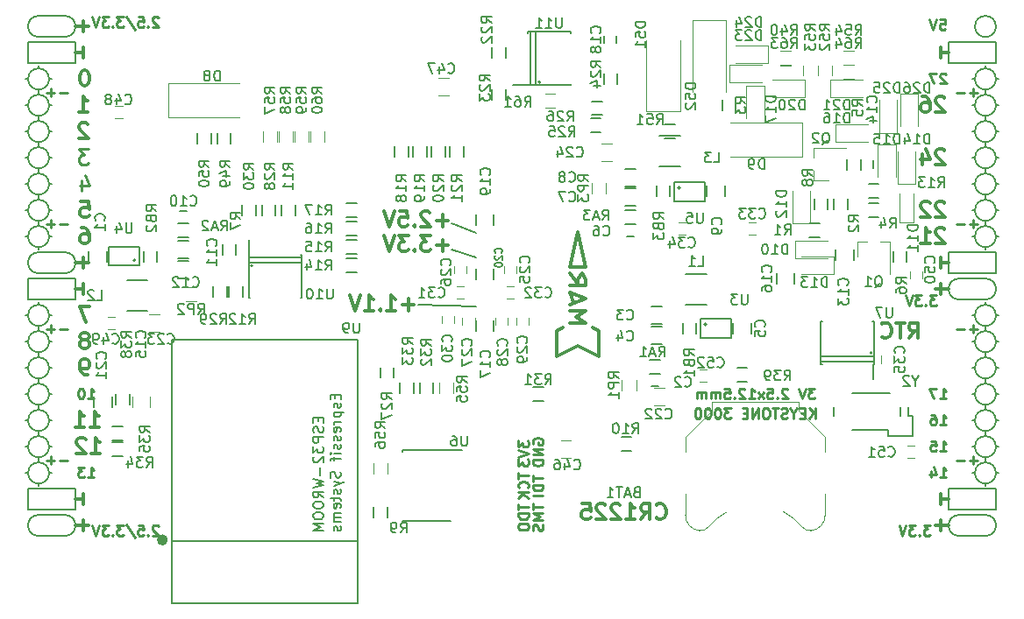
<source format=gbo>
G04 #@! TF.FileFunction,Legend,Bot*
%FSLAX46Y46*%
G04 Gerber Fmt 4.6, Leading zero omitted, Abs format (unit mm)*
G04 Created by KiCad (PCBNEW 4.0.7+dfsg1-1) date Mon Apr  2 15:36:29 2018*
%MOMM*%
%LPD*%
G01*
G04 APERTURE LIST*
%ADD10C,0.100000*%
%ADD11C,0.250000*%
%ADD12C,0.300000*%
%ADD13C,0.200000*%
%ADD14C,0.120000*%
%ADD15C,0.150000*%
%ADD16C,0.500000*%
G04 APERTURE END LIST*
D10*
D11*
X100132476Y-98702381D02*
X100703905Y-98702381D01*
X100418191Y-98702381D02*
X100418191Y-97702381D01*
X100513429Y-97845238D01*
X100608667Y-97940476D01*
X100703905Y-97988095D01*
X99513429Y-97702381D02*
X99418190Y-97702381D01*
X99322952Y-97750000D01*
X99275333Y-97797619D01*
X99227714Y-97892857D01*
X99180095Y-98083333D01*
X99180095Y-98321429D01*
X99227714Y-98511905D01*
X99275333Y-98607143D01*
X99322952Y-98654762D01*
X99418190Y-98702381D01*
X99513429Y-98702381D01*
X99608667Y-98654762D01*
X99656286Y-98607143D01*
X99703905Y-98511905D01*
X99751524Y-98321429D01*
X99751524Y-98083333D01*
X99703905Y-97892857D01*
X99656286Y-97797619D01*
X99608667Y-97750000D01*
X99513429Y-97702381D01*
D12*
X100481714Y-104008571D02*
X101338857Y-104008571D01*
X100910285Y-104008571D02*
X100910285Y-102508571D01*
X101053142Y-102722857D01*
X101196000Y-102865714D01*
X101338857Y-102937143D01*
X99910286Y-102651429D02*
X99838857Y-102580000D01*
X99696000Y-102508571D01*
X99338857Y-102508571D01*
X99196000Y-102580000D01*
X99124571Y-102651429D01*
X99053143Y-102794286D01*
X99053143Y-102937143D01*
X99124571Y-103151429D01*
X99981714Y-104008571D01*
X99053143Y-104008571D01*
X100354714Y-101468571D02*
X101211857Y-101468571D01*
X100783285Y-101468571D02*
X100783285Y-99968571D01*
X100926142Y-100182857D01*
X101069000Y-100325714D01*
X101211857Y-100397143D01*
X98926143Y-101468571D02*
X99783286Y-101468571D01*
X99354714Y-101468571D02*
X99354714Y-99968571D01*
X99497571Y-100182857D01*
X99640429Y-100325714D01*
X99783286Y-100397143D01*
X182872857Y-79791429D02*
X182801428Y-79720000D01*
X182658571Y-79648571D01*
X182301428Y-79648571D01*
X182158571Y-79720000D01*
X182087142Y-79791429D01*
X182015714Y-79934286D01*
X182015714Y-80077143D01*
X182087142Y-80291429D01*
X182944285Y-81148571D01*
X182015714Y-81148571D01*
X181444286Y-79791429D02*
X181372857Y-79720000D01*
X181230000Y-79648571D01*
X180872857Y-79648571D01*
X180730000Y-79720000D01*
X180658571Y-79791429D01*
X180587143Y-79934286D01*
X180587143Y-80077143D01*
X180658571Y-80291429D01*
X181515714Y-81148571D01*
X180587143Y-81148571D01*
X182872857Y-82331429D02*
X182801428Y-82260000D01*
X182658571Y-82188571D01*
X182301428Y-82188571D01*
X182158571Y-82260000D01*
X182087142Y-82331429D01*
X182015714Y-82474286D01*
X182015714Y-82617143D01*
X182087142Y-82831429D01*
X182944285Y-83688571D01*
X182015714Y-83688571D01*
X180587143Y-83688571D02*
X181444286Y-83688571D01*
X181015714Y-83688571D02*
X181015714Y-82188571D01*
X181158571Y-82402857D01*
X181301429Y-82545714D01*
X181444286Y-82617143D01*
D13*
X135248000Y-81740000D02*
X137661000Y-82629000D01*
X135248000Y-84280000D02*
X137661000Y-85042000D01*
X132073000Y-89614000D02*
X137661000Y-89741000D01*
D11*
X170323095Y-97702381D02*
X169704047Y-97702381D01*
X170037381Y-98083333D01*
X169894523Y-98083333D01*
X169799285Y-98130952D01*
X169751666Y-98178571D01*
X169704047Y-98273810D01*
X169704047Y-98511905D01*
X169751666Y-98607143D01*
X169799285Y-98654762D01*
X169894523Y-98702381D01*
X170180238Y-98702381D01*
X170275476Y-98654762D01*
X170323095Y-98607143D01*
X169418333Y-97702381D02*
X169085000Y-98702381D01*
X168751666Y-97702381D01*
X167704047Y-97797619D02*
X167656428Y-97750000D01*
X167561190Y-97702381D01*
X167323094Y-97702381D01*
X167227856Y-97750000D01*
X167180237Y-97797619D01*
X167132618Y-97892857D01*
X167132618Y-97988095D01*
X167180237Y-98130952D01*
X167751666Y-98702381D01*
X167132618Y-98702381D01*
X166704047Y-98607143D02*
X166656428Y-98654762D01*
X166704047Y-98702381D01*
X166751666Y-98654762D01*
X166704047Y-98607143D01*
X166704047Y-98702381D01*
X165751666Y-97702381D02*
X166227857Y-97702381D01*
X166275476Y-98178571D01*
X166227857Y-98130952D01*
X166132619Y-98083333D01*
X165894523Y-98083333D01*
X165799285Y-98130952D01*
X165751666Y-98178571D01*
X165704047Y-98273810D01*
X165704047Y-98511905D01*
X165751666Y-98607143D01*
X165799285Y-98654762D01*
X165894523Y-98702381D01*
X166132619Y-98702381D01*
X166227857Y-98654762D01*
X166275476Y-98607143D01*
X165370714Y-98702381D02*
X164846904Y-98035714D01*
X165370714Y-98035714D02*
X164846904Y-98702381D01*
X163942142Y-98702381D02*
X164513571Y-98702381D01*
X164227857Y-98702381D02*
X164227857Y-97702381D01*
X164323095Y-97845238D01*
X164418333Y-97940476D01*
X164513571Y-97988095D01*
X163561190Y-97797619D02*
X163513571Y-97750000D01*
X163418333Y-97702381D01*
X163180237Y-97702381D01*
X163084999Y-97750000D01*
X163037380Y-97797619D01*
X162989761Y-97892857D01*
X162989761Y-97988095D01*
X163037380Y-98130952D01*
X163608809Y-98702381D01*
X162989761Y-98702381D01*
X162561190Y-98607143D02*
X162513571Y-98654762D01*
X162561190Y-98702381D01*
X162608809Y-98654762D01*
X162561190Y-98607143D01*
X162561190Y-98702381D01*
X161608809Y-97702381D02*
X162085000Y-97702381D01*
X162132619Y-98178571D01*
X162085000Y-98130952D01*
X161989762Y-98083333D01*
X161751666Y-98083333D01*
X161656428Y-98130952D01*
X161608809Y-98178571D01*
X161561190Y-98273810D01*
X161561190Y-98511905D01*
X161608809Y-98607143D01*
X161656428Y-98654762D01*
X161751666Y-98702381D01*
X161989762Y-98702381D01*
X162085000Y-98654762D01*
X162132619Y-98607143D01*
X161132619Y-98702381D02*
X161132619Y-98035714D01*
X161132619Y-98130952D02*
X161085000Y-98083333D01*
X160989762Y-98035714D01*
X160846904Y-98035714D01*
X160751666Y-98083333D01*
X160704047Y-98178571D01*
X160704047Y-98702381D01*
X160704047Y-98178571D02*
X160656428Y-98083333D01*
X160561190Y-98035714D01*
X160418333Y-98035714D01*
X160323095Y-98083333D01*
X160275476Y-98178571D01*
X160275476Y-98702381D01*
X159799286Y-98702381D02*
X159799286Y-98035714D01*
X159799286Y-98130952D02*
X159751667Y-98083333D01*
X159656429Y-98035714D01*
X159513571Y-98035714D01*
X159418333Y-98083333D01*
X159370714Y-98178571D01*
X159370714Y-98702381D01*
X159370714Y-98178571D02*
X159323095Y-98083333D01*
X159227857Y-98035714D01*
X159085000Y-98035714D01*
X158989762Y-98083333D01*
X158942143Y-98178571D01*
X158942143Y-98702381D01*
D12*
X182492000Y-87582000D02*
X182492000Y-88598000D01*
X183254000Y-88090000D02*
X181984000Y-88090000D01*
X182492000Y-110442000D02*
X182492000Y-111458000D01*
X183254000Y-110950000D02*
X181984000Y-110950000D01*
X99688000Y-62182000D02*
X99688000Y-63198000D01*
X98926000Y-62690000D02*
X100196000Y-62690000D01*
X99688000Y-110442000D02*
X99688000Y-111458000D01*
X98926000Y-110950000D02*
X100196000Y-110950000D01*
X99688000Y-85042000D02*
X99688000Y-86058000D01*
X98926000Y-85550000D02*
X100196000Y-85550000D01*
D13*
X187826000Y-62690000D02*
G75*
G03X187826000Y-62690000I-1016000J0D01*
G01*
X184270000Y-87074000D02*
X186810000Y-87074000D01*
X184270000Y-89106000D02*
X186810000Y-89106000D01*
X184270000Y-87074000D02*
G75*
G03X184270000Y-89106000I0J-1016000D01*
G01*
X186810000Y-89106000D02*
G75*
G03X186810000Y-87074000I0J1016000D01*
G01*
X184270000Y-111966000D02*
X186810000Y-111966000D01*
X184270000Y-109934000D02*
X186810000Y-109934000D01*
X184270000Y-109934000D02*
G75*
G03X184270000Y-111966000I0J-1016000D01*
G01*
X186810000Y-111966000D02*
G75*
G03X186810000Y-109934000I0J1016000D01*
G01*
X97910000Y-63706000D02*
G75*
G03X97910000Y-61674000I0J1016000D01*
G01*
X95370000Y-61674000D02*
X97910000Y-61674000D01*
X95370000Y-63706000D02*
X97910000Y-63706000D01*
X95370000Y-61674000D02*
G75*
G03X95370000Y-63706000I0J-1016000D01*
G01*
X95370000Y-86566000D02*
X97910000Y-86566000D01*
X95370000Y-84534000D02*
X97910000Y-84534000D01*
X95370000Y-84534000D02*
G75*
G03X95370000Y-86566000I0J-1016000D01*
G01*
X97910000Y-86566000D02*
G75*
G03X97910000Y-84534000I0J1016000D01*
G01*
X95370000Y-111966000D02*
X97910000Y-111966000D01*
X95370000Y-109934000D02*
X97910000Y-109934000D01*
X95370000Y-109934000D02*
G75*
G03X95370000Y-111966000I0J-1016000D01*
G01*
X97910000Y-111966000D02*
G75*
G03X97910000Y-109934000I0J1016000D01*
G01*
X98926000Y-107394000D02*
X94354000Y-107394000D01*
X98926000Y-109426000D02*
X98926000Y-107394000D01*
X94354000Y-109426000D02*
X98926000Y-109426000D01*
X94354000Y-107394000D02*
X94354000Y-109426000D01*
X187826000Y-107394000D02*
X183254000Y-107394000D01*
X187826000Y-109426000D02*
X187826000Y-107394000D01*
X183254000Y-109426000D02*
X187826000Y-109426000D01*
X183254000Y-107394000D02*
X183254000Y-109426000D01*
X187826000Y-84534000D02*
X183254000Y-84534000D01*
X187826000Y-86566000D02*
X187826000Y-84534000D01*
X183254000Y-86566000D02*
X187826000Y-86566000D01*
X183254000Y-84534000D02*
X183254000Y-86566000D01*
X187826000Y-64214000D02*
X183254000Y-64214000D01*
X187826000Y-66246000D02*
X187826000Y-64214000D01*
X183254000Y-66246000D02*
X187826000Y-66246000D01*
X183254000Y-64214000D02*
X183254000Y-66246000D01*
X98926000Y-64214000D02*
X94354000Y-64214000D01*
X98926000Y-66246000D02*
X98926000Y-64214000D01*
X94354000Y-66246000D02*
X98926000Y-66246000D01*
X94354000Y-64214000D02*
X94354000Y-66246000D01*
X98926000Y-87074000D02*
X94354000Y-87074000D01*
X98926000Y-89106000D02*
X98926000Y-87074000D01*
X94354000Y-89106000D02*
X98926000Y-89106000D01*
X94354000Y-87074000D02*
X94354000Y-89106000D01*
D12*
X182872857Y-74711429D02*
X182801428Y-74640000D01*
X182658571Y-74568571D01*
X182301428Y-74568571D01*
X182158571Y-74640000D01*
X182087142Y-74711429D01*
X182015714Y-74854286D01*
X182015714Y-74997143D01*
X182087142Y-75211429D01*
X182944285Y-76068571D01*
X182015714Y-76068571D01*
X180730000Y-75068571D02*
X180730000Y-76068571D01*
X181087143Y-74497143D02*
X181444286Y-75568571D01*
X180515714Y-75568571D01*
D11*
X186032000Y-91971429D02*
X185270095Y-91971429D01*
X185651047Y-92352381D02*
X185651047Y-91590476D01*
X184793905Y-91971429D02*
X184032000Y-91971429D01*
X186032000Y-69111429D02*
X185270095Y-69111429D01*
X185651047Y-69492381D02*
X185651047Y-68730476D01*
X184793905Y-69111429D02*
X184032000Y-69111429D01*
X186032000Y-81811429D02*
X185270095Y-81811429D01*
X185651047Y-82192381D02*
X185651047Y-81430476D01*
X184793905Y-81811429D02*
X184032000Y-81811429D01*
X186032000Y-104671429D02*
X185270095Y-104671429D01*
X185651047Y-105052381D02*
X185651047Y-104290476D01*
X184793905Y-104671429D02*
X184032000Y-104671429D01*
X98148000Y-104671429D02*
X97386095Y-104671429D01*
X96909905Y-104671429D02*
X96148000Y-104671429D01*
X96528952Y-105052381D02*
X96528952Y-104290476D01*
X98148000Y-91971429D02*
X97386095Y-91971429D01*
X96909905Y-91971429D02*
X96148000Y-91971429D01*
X96528952Y-92352381D02*
X96528952Y-91590476D01*
X98148000Y-81811429D02*
X97386095Y-81811429D01*
X96909905Y-81811429D02*
X96148000Y-81811429D01*
X96528952Y-82192381D02*
X96528952Y-81430476D01*
X98148000Y-69111429D02*
X97386095Y-69111429D01*
X96909905Y-69111429D02*
X96148000Y-69111429D01*
X96528952Y-69492381D02*
X96528952Y-68730476D01*
D12*
X182492000Y-107902000D02*
X182492000Y-108918000D01*
X183254000Y-108410000D02*
X182492000Y-108410000D01*
D13*
X95370000Y-96726000D02*
X95370000Y-97234000D01*
X96386000Y-95710000D02*
X96640000Y-95710000D01*
X94354000Y-95710000D02*
X94100000Y-95710000D01*
X187826000Y-98250000D02*
X188080000Y-98250000D01*
X187826000Y-83010000D02*
X188080000Y-83010000D01*
X95370000Y-107140000D02*
X95370000Y-106886000D01*
X96386000Y-105870000D02*
X96640000Y-105870000D01*
X94354000Y-105870000D02*
X94100000Y-105870000D01*
X94354000Y-103330000D02*
X94100000Y-103330000D01*
X95370000Y-104346000D02*
X95370000Y-104854000D01*
X96386000Y-103330000D02*
X96640000Y-103330000D01*
X94354000Y-100790000D02*
X94100000Y-100790000D01*
X95370000Y-102314000D02*
X95370000Y-101806000D01*
X96386000Y-100790000D02*
X96640000Y-100790000D01*
X95370000Y-99266000D02*
X95370000Y-99774000D01*
X94354000Y-98250000D02*
X94100000Y-98250000D01*
X96386000Y-98250000D02*
X96640000Y-98250000D01*
X95370000Y-94186000D02*
X95370000Y-94694000D01*
X96386000Y-93170000D02*
X96640000Y-93170000D01*
X94354000Y-93170000D02*
X94100000Y-93170000D01*
X94354000Y-90630000D02*
X94100000Y-90630000D01*
X95370000Y-91646000D02*
X95370000Y-92154000D01*
X96640000Y-90630000D02*
X96386000Y-90630000D01*
X95370000Y-89360000D02*
X95370000Y-89614000D01*
X94354000Y-83010000D02*
X94100000Y-83010000D01*
X95370000Y-84280000D02*
X95370000Y-84026000D01*
X96386000Y-83010000D02*
X96640000Y-83010000D01*
X95370000Y-81486000D02*
X95370000Y-81994000D01*
X94354000Y-80470000D02*
X94100000Y-80470000D01*
X96640000Y-80470000D02*
X96386000Y-80470000D01*
X95370000Y-78946000D02*
X95370000Y-79454000D01*
X96386000Y-77930000D02*
X96640000Y-77930000D01*
X94354000Y-77930000D02*
X94100000Y-77930000D01*
X95370000Y-76406000D02*
X95370000Y-76914000D01*
X94354000Y-75390000D02*
X94100000Y-75390000D01*
X96386000Y-75390000D02*
X96640000Y-75390000D01*
X95370000Y-73866000D02*
X95370000Y-74374000D01*
X96386000Y-72850000D02*
X96640000Y-72850000D01*
X94100000Y-72850000D02*
X94354000Y-72850000D01*
X94354000Y-70310000D02*
X94100000Y-70310000D01*
X96640000Y-70310000D02*
X96386000Y-70310000D01*
X95370000Y-71326000D02*
X95370000Y-71834000D01*
X95370000Y-68786000D02*
X95370000Y-69294000D01*
X96386000Y-67770000D02*
X96640000Y-67770000D01*
X94354000Y-67770000D02*
X94100000Y-67770000D01*
X95370000Y-66500000D02*
X95370000Y-66754000D01*
X187826000Y-105870000D02*
X188080000Y-105870000D01*
X186810000Y-107140000D02*
X186810000Y-106886000D01*
X185540000Y-105870000D02*
X185794000Y-105870000D01*
X186810000Y-104346000D02*
X186810000Y-104854000D01*
X187826000Y-103330000D02*
X188080000Y-103330000D01*
X185540000Y-103330000D02*
X185794000Y-103330000D01*
X186810000Y-101806000D02*
X186810000Y-102314000D01*
X187826000Y-100790000D02*
X188080000Y-100790000D01*
X185540000Y-100790000D02*
X185794000Y-100790000D01*
X186810000Y-99266000D02*
X186810000Y-99774000D01*
X185540000Y-98250000D02*
X185794000Y-98250000D01*
X186810000Y-97234000D02*
X186810000Y-96726000D01*
X187826000Y-95710000D02*
X188080000Y-95710000D01*
X185540000Y-95710000D02*
X185794000Y-95710000D01*
X186810000Y-94694000D02*
X186810000Y-94186000D01*
X187826000Y-93170000D02*
X188080000Y-93170000D01*
X185540000Y-93170000D02*
X185794000Y-93170000D01*
X186810000Y-92154000D02*
X186810000Y-91646000D01*
X187826000Y-90630000D02*
X188080000Y-90630000D01*
X185540000Y-90630000D02*
X185794000Y-90630000D01*
X186810000Y-89360000D02*
X186810000Y-89614000D01*
X186810000Y-84280000D02*
X186810000Y-84026000D01*
X185540000Y-83010000D02*
X185794000Y-83010000D01*
X186810000Y-81994000D02*
X186810000Y-81486000D01*
X185794000Y-80470000D02*
X185540000Y-80470000D01*
X187826000Y-80470000D02*
X188080000Y-80470000D01*
X186810000Y-78946000D02*
X186810000Y-79454000D01*
X185794000Y-77930000D02*
X185540000Y-77930000D01*
X187826000Y-77930000D02*
X188080000Y-77930000D01*
X186810000Y-76406000D02*
X186810000Y-76914000D01*
X186810000Y-73866000D02*
X186810000Y-74374000D01*
X185794000Y-75390000D02*
X185540000Y-75390000D01*
X187826000Y-75390000D02*
X188080000Y-75390000D01*
X187826000Y-72850000D02*
X188080000Y-72850000D01*
X185540000Y-72850000D02*
X185794000Y-72850000D01*
X186810000Y-71834000D02*
X186810000Y-71326000D01*
X187826000Y-70310000D02*
X188080000Y-70310000D01*
X185540000Y-70310000D02*
X185794000Y-70310000D01*
X187826000Y-67770000D02*
X188080000Y-67770000D01*
X186810000Y-68786000D02*
X186810000Y-69294000D01*
X185540000Y-67770000D02*
X185794000Y-67770000D01*
X186810000Y-66500000D02*
X186810000Y-66754000D01*
X187826000Y-67770000D02*
G75*
G03X187826000Y-67770000I-1016000J0D01*
G01*
X187826000Y-70310000D02*
G75*
G03X187826000Y-70310000I-1016000J0D01*
G01*
X187826000Y-72850000D02*
G75*
G03X187826000Y-72850000I-1016000J0D01*
G01*
X187826000Y-75390000D02*
G75*
G03X187826000Y-75390000I-1016000J0D01*
G01*
X187826000Y-77930000D02*
G75*
G03X187826000Y-77930000I-1016000J0D01*
G01*
X187826000Y-80470000D02*
G75*
G03X187826000Y-80470000I-1016000J0D01*
G01*
X187826000Y-83010000D02*
G75*
G03X187826000Y-83010000I-1016000J0D01*
G01*
X187826000Y-90630000D02*
G75*
G03X187826000Y-90630000I-1016000J0D01*
G01*
X187826000Y-93170000D02*
G75*
G03X187826000Y-93170000I-1016000J0D01*
G01*
X187826000Y-95710000D02*
G75*
G03X187826000Y-95710000I-1016000J0D01*
G01*
X187826000Y-98250000D02*
G75*
G03X187826000Y-98250000I-1016000J0D01*
G01*
X187826000Y-100790000D02*
G75*
G03X187826000Y-100790000I-1016000J0D01*
G01*
X187826000Y-103330000D02*
G75*
G03X187826000Y-103330000I-1016000J0D01*
G01*
X187826000Y-105870000D02*
G75*
G03X187826000Y-105870000I-1016000J0D01*
G01*
X96386000Y-105870000D02*
G75*
G03X96386000Y-105870000I-1016000J0D01*
G01*
X96386000Y-103330000D02*
G75*
G03X96386000Y-103330000I-1016000J0D01*
G01*
X96386000Y-100790000D02*
G75*
G03X96386000Y-100790000I-1016000J0D01*
G01*
X96386000Y-98250000D02*
G75*
G03X96386000Y-98250000I-1016000J0D01*
G01*
X96386000Y-95710000D02*
G75*
G03X96386000Y-95710000I-1016000J0D01*
G01*
X96386000Y-93170000D02*
G75*
G03X96386000Y-93170000I-1016000J0D01*
G01*
X96386000Y-90630000D02*
G75*
G03X96386000Y-90630000I-1016000J0D01*
G01*
X96386000Y-83010000D02*
G75*
G03X96386000Y-83010000I-1016000J0D01*
G01*
X96386000Y-80470000D02*
G75*
G03X96386000Y-80470000I-1016000J0D01*
G01*
X96386000Y-77930000D02*
G75*
G03X96386000Y-77930000I-1016000J0D01*
G01*
X96386000Y-75390000D02*
G75*
G03X96386000Y-75390000I-1016000J0D01*
G01*
X96386000Y-72850000D02*
G75*
G03X96386000Y-72850000I-1016000J0D01*
G01*
X96386000Y-70310000D02*
G75*
G03X96386000Y-70310000I-1016000J0D01*
G01*
X96386000Y-67770000D02*
G75*
G03X96386000Y-67770000I-1016000J0D01*
G01*
D11*
X182428476Y-62015381D02*
X182904667Y-62015381D01*
X182952286Y-62491571D01*
X182904667Y-62443952D01*
X182809429Y-62396333D01*
X182571333Y-62396333D01*
X182476095Y-62443952D01*
X182428476Y-62491571D01*
X182380857Y-62586810D01*
X182380857Y-62824905D01*
X182428476Y-62920143D01*
X182476095Y-62967762D01*
X182571333Y-63015381D01*
X182809429Y-63015381D01*
X182904667Y-62967762D01*
X182952286Y-62920143D01*
X182095143Y-62015381D02*
X181761810Y-63015381D01*
X181428476Y-62015381D01*
D12*
X182492000Y-64722000D02*
X182492000Y-65738000D01*
X183254000Y-65230000D02*
X182492000Y-65230000D01*
D11*
X182999905Y-67317619D02*
X182952286Y-67270000D01*
X182857048Y-67222381D01*
X182618952Y-67222381D01*
X182523714Y-67270000D01*
X182476095Y-67317619D01*
X182428476Y-67412857D01*
X182428476Y-67508095D01*
X182476095Y-67650952D01*
X183047524Y-68222381D01*
X182428476Y-68222381D01*
X182095143Y-67222381D02*
X181428476Y-67222381D01*
X181857048Y-68222381D01*
D12*
X182872857Y-69631429D02*
X182801428Y-69560000D01*
X182658571Y-69488571D01*
X182301428Y-69488571D01*
X182158571Y-69560000D01*
X182087142Y-69631429D01*
X182015714Y-69774286D01*
X182015714Y-69917143D01*
X182087142Y-70131429D01*
X182944285Y-70988571D01*
X182015714Y-70988571D01*
X180730000Y-69488571D02*
X181015714Y-69488571D01*
X181158571Y-69560000D01*
X181230000Y-69631429D01*
X181372857Y-69845714D01*
X181444286Y-70131429D01*
X181444286Y-70702857D01*
X181372857Y-70845714D01*
X181301429Y-70917143D01*
X181158571Y-70988571D01*
X180872857Y-70988571D01*
X180730000Y-70917143D01*
X180658571Y-70845714D01*
X180587143Y-70702857D01*
X180587143Y-70345714D01*
X180658571Y-70202857D01*
X180730000Y-70131429D01*
X180872857Y-70060000D01*
X181158571Y-70060000D01*
X181301429Y-70131429D01*
X181372857Y-70202857D01*
X181444286Y-70345714D01*
X182492000Y-85042000D02*
X182492000Y-86058000D01*
X183254000Y-85550000D02*
X182492000Y-85550000D01*
D11*
X182078190Y-88703381D02*
X181459142Y-88703381D01*
X181792476Y-89084333D01*
X181649618Y-89084333D01*
X181554380Y-89131952D01*
X181506761Y-89179571D01*
X181459142Y-89274810D01*
X181459142Y-89512905D01*
X181506761Y-89608143D01*
X181554380Y-89655762D01*
X181649618Y-89703381D01*
X181935333Y-89703381D01*
X182030571Y-89655762D01*
X182078190Y-89608143D01*
X181030571Y-89608143D02*
X180982952Y-89655762D01*
X181030571Y-89703381D01*
X181078190Y-89655762D01*
X181030571Y-89608143D01*
X181030571Y-89703381D01*
X180649619Y-88703381D02*
X180030571Y-88703381D01*
X180363905Y-89084333D01*
X180221047Y-89084333D01*
X180125809Y-89131952D01*
X180078190Y-89179571D01*
X180030571Y-89274810D01*
X180030571Y-89512905D01*
X180078190Y-89608143D01*
X180125809Y-89655762D01*
X180221047Y-89703381D01*
X180506762Y-89703381D01*
X180602000Y-89655762D01*
X180649619Y-89608143D01*
X179744857Y-88703381D02*
X179411524Y-89703381D01*
X179078190Y-88703381D01*
X182428476Y-98702381D02*
X182999905Y-98702381D01*
X182714191Y-98702381D02*
X182714191Y-97702381D01*
X182809429Y-97845238D01*
X182904667Y-97940476D01*
X182999905Y-97988095D01*
X182095143Y-97702381D02*
X181428476Y-97702381D01*
X181857048Y-98702381D01*
X182428476Y-101242381D02*
X182999905Y-101242381D01*
X182714191Y-101242381D02*
X182714191Y-100242381D01*
X182809429Y-100385238D01*
X182904667Y-100480476D01*
X182999905Y-100528095D01*
X181571333Y-100242381D02*
X181761810Y-100242381D01*
X181857048Y-100290000D01*
X181904667Y-100337619D01*
X181999905Y-100480476D01*
X182047524Y-100670952D01*
X182047524Y-101051905D01*
X181999905Y-101147143D01*
X181952286Y-101194762D01*
X181857048Y-101242381D01*
X181666571Y-101242381D01*
X181571333Y-101194762D01*
X181523714Y-101147143D01*
X181476095Y-101051905D01*
X181476095Y-100813810D01*
X181523714Y-100718571D01*
X181571333Y-100670952D01*
X181666571Y-100623333D01*
X181857048Y-100623333D01*
X181952286Y-100670952D01*
X181999905Y-100718571D01*
X182047524Y-100813810D01*
X182428476Y-103782381D02*
X182999905Y-103782381D01*
X182714191Y-103782381D02*
X182714191Y-102782381D01*
X182809429Y-102925238D01*
X182904667Y-103020476D01*
X182999905Y-103068095D01*
X181523714Y-102782381D02*
X181999905Y-102782381D01*
X182047524Y-103258571D01*
X181999905Y-103210952D01*
X181904667Y-103163333D01*
X181666571Y-103163333D01*
X181571333Y-103210952D01*
X181523714Y-103258571D01*
X181476095Y-103353810D01*
X181476095Y-103591905D01*
X181523714Y-103687143D01*
X181571333Y-103734762D01*
X181666571Y-103782381D01*
X181904667Y-103782381D01*
X181999905Y-103734762D01*
X182047524Y-103687143D01*
X182428476Y-106322381D02*
X182999905Y-106322381D01*
X182714191Y-106322381D02*
X182714191Y-105322381D01*
X182809429Y-105465238D01*
X182904667Y-105560476D01*
X182999905Y-105608095D01*
X181571333Y-105655714D02*
X181571333Y-106322381D01*
X181809429Y-105274762D02*
X182047524Y-105989048D01*
X181428476Y-105989048D01*
X181475143Y-110928381D02*
X180856095Y-110928381D01*
X181189429Y-111309333D01*
X181046571Y-111309333D01*
X180951333Y-111356952D01*
X180903714Y-111404571D01*
X180856095Y-111499810D01*
X180856095Y-111737905D01*
X180903714Y-111833143D01*
X180951333Y-111880762D01*
X181046571Y-111928381D01*
X181332286Y-111928381D01*
X181427524Y-111880762D01*
X181475143Y-111833143D01*
X180427524Y-111833143D02*
X180379905Y-111880762D01*
X180427524Y-111928381D01*
X180475143Y-111880762D01*
X180427524Y-111833143D01*
X180427524Y-111928381D01*
X180046572Y-110928381D02*
X179427524Y-110928381D01*
X179760858Y-111309333D01*
X179618000Y-111309333D01*
X179522762Y-111356952D01*
X179475143Y-111404571D01*
X179427524Y-111499810D01*
X179427524Y-111737905D01*
X179475143Y-111833143D01*
X179522762Y-111880762D01*
X179618000Y-111928381D01*
X179903715Y-111928381D01*
X179998953Y-111880762D01*
X180046572Y-111833143D01*
X179141810Y-110928381D02*
X178808477Y-111928381D01*
X178475143Y-110928381D01*
D12*
X99688000Y-108918000D02*
X99688000Y-107902000D01*
X98926000Y-108410000D02*
X99688000Y-108410000D01*
X99688000Y-88598000D02*
X99688000Y-87582000D01*
X98926000Y-88090000D02*
X99688000Y-88090000D01*
X99688000Y-64722000D02*
X99688000Y-65738000D01*
X98926000Y-65230000D02*
X99688000Y-65230000D01*
D11*
X106941190Y-111023619D02*
X106893571Y-110976000D01*
X106798333Y-110928381D01*
X106560237Y-110928381D01*
X106464999Y-110976000D01*
X106417380Y-111023619D01*
X106369761Y-111118857D01*
X106369761Y-111214095D01*
X106417380Y-111356952D01*
X106988809Y-111928381D01*
X106369761Y-111928381D01*
X105941190Y-111833143D02*
X105893571Y-111880762D01*
X105941190Y-111928381D01*
X105988809Y-111880762D01*
X105941190Y-111833143D01*
X105941190Y-111928381D01*
X104988809Y-110928381D02*
X105465000Y-110928381D01*
X105512619Y-111404571D01*
X105465000Y-111356952D01*
X105369762Y-111309333D01*
X105131666Y-111309333D01*
X105036428Y-111356952D01*
X104988809Y-111404571D01*
X104941190Y-111499810D01*
X104941190Y-111737905D01*
X104988809Y-111833143D01*
X105036428Y-111880762D01*
X105131666Y-111928381D01*
X105369762Y-111928381D01*
X105465000Y-111880762D01*
X105512619Y-111833143D01*
X103798333Y-110880762D02*
X104655476Y-112166476D01*
X103560238Y-110928381D02*
X102941190Y-110928381D01*
X103274524Y-111309333D01*
X103131666Y-111309333D01*
X103036428Y-111356952D01*
X102988809Y-111404571D01*
X102941190Y-111499810D01*
X102941190Y-111737905D01*
X102988809Y-111833143D01*
X103036428Y-111880762D01*
X103131666Y-111928381D01*
X103417381Y-111928381D01*
X103512619Y-111880762D01*
X103560238Y-111833143D01*
X102512619Y-111833143D02*
X102465000Y-111880762D01*
X102512619Y-111928381D01*
X102560238Y-111880762D01*
X102512619Y-111833143D01*
X102512619Y-111928381D01*
X102131667Y-110928381D02*
X101512619Y-110928381D01*
X101845953Y-111309333D01*
X101703095Y-111309333D01*
X101607857Y-111356952D01*
X101560238Y-111404571D01*
X101512619Y-111499810D01*
X101512619Y-111737905D01*
X101560238Y-111833143D01*
X101607857Y-111880762D01*
X101703095Y-111928381D01*
X101988810Y-111928381D01*
X102084048Y-111880762D01*
X102131667Y-111833143D01*
X101226905Y-110928381D02*
X100893572Y-111928381D01*
X100560238Y-110928381D01*
X100132476Y-106322381D02*
X100703905Y-106322381D01*
X100418191Y-106322381D02*
X100418191Y-105322381D01*
X100513429Y-105465238D01*
X100608667Y-105560476D01*
X100703905Y-105608095D01*
X99799143Y-105322381D02*
X99180095Y-105322381D01*
X99513429Y-105703333D01*
X99370571Y-105703333D01*
X99275333Y-105750952D01*
X99227714Y-105798571D01*
X99180095Y-105893810D01*
X99180095Y-106131905D01*
X99227714Y-106227143D01*
X99275333Y-106274762D01*
X99370571Y-106322381D01*
X99656286Y-106322381D01*
X99751524Y-106274762D01*
X99799143Y-106227143D01*
D12*
X100100714Y-96388571D02*
X99814999Y-96388571D01*
X99672142Y-96317143D01*
X99600714Y-96245714D01*
X99457856Y-96031429D01*
X99386428Y-95745714D01*
X99386428Y-95174286D01*
X99457856Y-95031429D01*
X99529285Y-94960000D01*
X99672142Y-94888571D01*
X99957856Y-94888571D01*
X100100714Y-94960000D01*
X100172142Y-95031429D01*
X100243571Y-95174286D01*
X100243571Y-95531429D01*
X100172142Y-95674286D01*
X100100714Y-95745714D01*
X99957856Y-95817143D01*
X99672142Y-95817143D01*
X99529285Y-95745714D01*
X99457856Y-95674286D01*
X99386428Y-95531429D01*
X99957856Y-92991429D02*
X100100714Y-92920000D01*
X100172142Y-92848571D01*
X100243571Y-92705714D01*
X100243571Y-92634286D01*
X100172142Y-92491429D01*
X100100714Y-92420000D01*
X99957856Y-92348571D01*
X99672142Y-92348571D01*
X99529285Y-92420000D01*
X99457856Y-92491429D01*
X99386428Y-92634286D01*
X99386428Y-92705714D01*
X99457856Y-92848571D01*
X99529285Y-92920000D01*
X99672142Y-92991429D01*
X99957856Y-92991429D01*
X100100714Y-93062857D01*
X100172142Y-93134286D01*
X100243571Y-93277143D01*
X100243571Y-93562857D01*
X100172142Y-93705714D01*
X100100714Y-93777143D01*
X99957856Y-93848571D01*
X99672142Y-93848571D01*
X99529285Y-93777143D01*
X99457856Y-93705714D01*
X99386428Y-93562857D01*
X99386428Y-93277143D01*
X99457856Y-93134286D01*
X99529285Y-93062857D01*
X99672142Y-92991429D01*
X100314999Y-89808571D02*
X99314999Y-89808571D01*
X99957856Y-91308571D01*
X99529285Y-82188571D02*
X99814999Y-82188571D01*
X99957856Y-82260000D01*
X100029285Y-82331429D01*
X100172142Y-82545714D01*
X100243571Y-82831429D01*
X100243571Y-83402857D01*
X100172142Y-83545714D01*
X100100714Y-83617143D01*
X99957856Y-83688571D01*
X99672142Y-83688571D01*
X99529285Y-83617143D01*
X99457856Y-83545714D01*
X99386428Y-83402857D01*
X99386428Y-83045714D01*
X99457856Y-82902857D01*
X99529285Y-82831429D01*
X99672142Y-82760000D01*
X99957856Y-82760000D01*
X100100714Y-82831429D01*
X100172142Y-82902857D01*
X100243571Y-83045714D01*
X99457856Y-79648571D02*
X100172142Y-79648571D01*
X100243571Y-80362857D01*
X100172142Y-80291429D01*
X100029285Y-80220000D01*
X99672142Y-80220000D01*
X99529285Y-80291429D01*
X99457856Y-80362857D01*
X99386428Y-80505714D01*
X99386428Y-80862857D01*
X99457856Y-81005714D01*
X99529285Y-81077143D01*
X99672142Y-81148571D01*
X100029285Y-81148571D01*
X100172142Y-81077143D01*
X100243571Y-81005714D01*
D11*
X99529285Y-77608571D02*
X99529285Y-78608571D01*
X99886428Y-77037143D02*
X100243571Y-78108571D01*
X99314999Y-78108571D01*
X100187999Y-74568571D02*
X99259428Y-74568571D01*
X99759428Y-75140000D01*
X99545142Y-75140000D01*
X99402285Y-75211429D01*
X99330856Y-75282857D01*
X99259428Y-75425714D01*
X99259428Y-75782857D01*
X99330856Y-75925714D01*
X99402285Y-75997143D01*
X99545142Y-76068571D01*
X99973714Y-76068571D01*
X100116571Y-75997143D01*
X100187999Y-75925714D01*
D12*
X100116571Y-72171429D02*
X100045142Y-72100000D01*
X99902285Y-72028571D01*
X99545142Y-72028571D01*
X99402285Y-72100000D01*
X99330856Y-72171429D01*
X99259428Y-72314286D01*
X99259428Y-72457143D01*
X99330856Y-72671429D01*
X100187999Y-73528571D01*
X99259428Y-73528571D01*
X99259428Y-70988571D02*
X100116571Y-70988571D01*
X99687999Y-70988571D02*
X99687999Y-69488571D01*
X99830856Y-69702857D01*
X99973714Y-69845714D01*
X100116571Y-69917143D01*
X99886428Y-66948571D02*
X99743571Y-66948571D01*
X99600714Y-67020000D01*
X99529285Y-67091429D01*
X99457856Y-67234286D01*
X99386428Y-67520000D01*
X99386428Y-67877143D01*
X99457856Y-68162857D01*
X99529285Y-68305714D01*
X99600714Y-68377143D01*
X99743571Y-68448571D01*
X99886428Y-68448571D01*
X100029285Y-68377143D01*
X100100714Y-68305714D01*
X100172142Y-68162857D01*
X100243571Y-67877143D01*
X100243571Y-67520000D01*
X100172142Y-67234286D01*
X100100714Y-67091429D01*
X100029285Y-67020000D01*
X99886428Y-66948571D01*
D11*
X106941190Y-61874619D02*
X106893571Y-61827000D01*
X106798333Y-61779381D01*
X106560237Y-61779381D01*
X106464999Y-61827000D01*
X106417380Y-61874619D01*
X106369761Y-61969857D01*
X106369761Y-62065095D01*
X106417380Y-62207952D01*
X106988809Y-62779381D01*
X106369761Y-62779381D01*
X105941190Y-62684143D02*
X105893571Y-62731762D01*
X105941190Y-62779381D01*
X105988809Y-62731762D01*
X105941190Y-62684143D01*
X105941190Y-62779381D01*
X104988809Y-61779381D02*
X105465000Y-61779381D01*
X105512619Y-62255571D01*
X105465000Y-62207952D01*
X105369762Y-62160333D01*
X105131666Y-62160333D01*
X105036428Y-62207952D01*
X104988809Y-62255571D01*
X104941190Y-62350810D01*
X104941190Y-62588905D01*
X104988809Y-62684143D01*
X105036428Y-62731762D01*
X105131666Y-62779381D01*
X105369762Y-62779381D01*
X105465000Y-62731762D01*
X105512619Y-62684143D01*
X103798333Y-61731762D02*
X104655476Y-63017476D01*
X103560238Y-61779381D02*
X102941190Y-61779381D01*
X103274524Y-62160333D01*
X103131666Y-62160333D01*
X103036428Y-62207952D01*
X102988809Y-62255571D01*
X102941190Y-62350810D01*
X102941190Y-62588905D01*
X102988809Y-62684143D01*
X103036428Y-62731762D01*
X103131666Y-62779381D01*
X103417381Y-62779381D01*
X103512619Y-62731762D01*
X103560238Y-62684143D01*
X102512619Y-62684143D02*
X102465000Y-62731762D01*
X102512619Y-62779381D01*
X102560238Y-62731762D01*
X102512619Y-62684143D01*
X102512619Y-62779381D01*
X102131667Y-61779381D02*
X101512619Y-61779381D01*
X101845953Y-62160333D01*
X101703095Y-62160333D01*
X101607857Y-62207952D01*
X101560238Y-62255571D01*
X101512619Y-62350810D01*
X101512619Y-62588905D01*
X101560238Y-62684143D01*
X101607857Y-62731762D01*
X101703095Y-62779381D01*
X101988810Y-62779381D01*
X102084048Y-62731762D01*
X102131667Y-62684143D01*
X101226905Y-61779381D02*
X100893572Y-62779381D01*
X100560238Y-61779381D01*
X170370715Y-100607381D02*
X170370715Y-99607381D01*
X169799286Y-100607381D02*
X170227858Y-100035952D01*
X169799286Y-99607381D02*
X170370715Y-100178810D01*
X169370715Y-100083571D02*
X169037381Y-100083571D01*
X168894524Y-100607381D02*
X169370715Y-100607381D01*
X169370715Y-99607381D01*
X168894524Y-99607381D01*
X168275477Y-100131190D02*
X168275477Y-100607381D01*
X168608810Y-99607381D02*
X168275477Y-100131190D01*
X167942143Y-99607381D01*
X167656429Y-100559762D02*
X167513572Y-100607381D01*
X167275476Y-100607381D01*
X167180238Y-100559762D01*
X167132619Y-100512143D01*
X167085000Y-100416905D01*
X167085000Y-100321667D01*
X167132619Y-100226429D01*
X167180238Y-100178810D01*
X167275476Y-100131190D01*
X167465953Y-100083571D01*
X167561191Y-100035952D01*
X167608810Y-99988333D01*
X167656429Y-99893095D01*
X167656429Y-99797857D01*
X167608810Y-99702619D01*
X167561191Y-99655000D01*
X167465953Y-99607381D01*
X167227857Y-99607381D01*
X167085000Y-99655000D01*
X166799286Y-99607381D02*
X166227857Y-99607381D01*
X166513572Y-100607381D02*
X166513572Y-99607381D01*
X165704048Y-99607381D02*
X165513571Y-99607381D01*
X165418333Y-99655000D01*
X165323095Y-99750238D01*
X165275476Y-99940714D01*
X165275476Y-100274048D01*
X165323095Y-100464524D01*
X165418333Y-100559762D01*
X165513571Y-100607381D01*
X165704048Y-100607381D01*
X165799286Y-100559762D01*
X165894524Y-100464524D01*
X165942143Y-100274048D01*
X165942143Y-99940714D01*
X165894524Y-99750238D01*
X165799286Y-99655000D01*
X165704048Y-99607381D01*
X164846905Y-100607381D02*
X164846905Y-99607381D01*
X164275476Y-100607381D01*
X164275476Y-99607381D01*
X163799286Y-100083571D02*
X163465952Y-100083571D01*
X163323095Y-100607381D02*
X163799286Y-100607381D01*
X163799286Y-99607381D01*
X163323095Y-99607381D01*
X162227857Y-99607381D02*
X161608809Y-99607381D01*
X161942143Y-99988333D01*
X161799285Y-99988333D01*
X161704047Y-100035952D01*
X161656428Y-100083571D01*
X161608809Y-100178810D01*
X161608809Y-100416905D01*
X161656428Y-100512143D01*
X161704047Y-100559762D01*
X161799285Y-100607381D01*
X162085000Y-100607381D01*
X162180238Y-100559762D01*
X162227857Y-100512143D01*
X160989762Y-99607381D02*
X160894523Y-99607381D01*
X160799285Y-99655000D01*
X160751666Y-99702619D01*
X160704047Y-99797857D01*
X160656428Y-99988333D01*
X160656428Y-100226429D01*
X160704047Y-100416905D01*
X160751666Y-100512143D01*
X160799285Y-100559762D01*
X160894523Y-100607381D01*
X160989762Y-100607381D01*
X161085000Y-100559762D01*
X161132619Y-100512143D01*
X161180238Y-100416905D01*
X161227857Y-100226429D01*
X161227857Y-99988333D01*
X161180238Y-99797857D01*
X161132619Y-99702619D01*
X161085000Y-99655000D01*
X160989762Y-99607381D01*
X160037381Y-99607381D02*
X159942142Y-99607381D01*
X159846904Y-99655000D01*
X159799285Y-99702619D01*
X159751666Y-99797857D01*
X159704047Y-99988333D01*
X159704047Y-100226429D01*
X159751666Y-100416905D01*
X159799285Y-100512143D01*
X159846904Y-100559762D01*
X159942142Y-100607381D01*
X160037381Y-100607381D01*
X160132619Y-100559762D01*
X160180238Y-100512143D01*
X160227857Y-100416905D01*
X160275476Y-100226429D01*
X160275476Y-99988333D01*
X160227857Y-99797857D01*
X160180238Y-99702619D01*
X160132619Y-99655000D01*
X160037381Y-99607381D01*
X159085000Y-99607381D02*
X158989761Y-99607381D01*
X158894523Y-99655000D01*
X158846904Y-99702619D01*
X158799285Y-99797857D01*
X158751666Y-99988333D01*
X158751666Y-100226429D01*
X158799285Y-100416905D01*
X158846904Y-100512143D01*
X158894523Y-100559762D01*
X158989761Y-100607381D01*
X159085000Y-100607381D01*
X159180238Y-100559762D01*
X159227857Y-100512143D01*
X159275476Y-100416905D01*
X159323095Y-100226429D01*
X159323095Y-99988333D01*
X159275476Y-99797857D01*
X159227857Y-99702619D01*
X159180238Y-99655000D01*
X159085000Y-99607381D01*
D12*
X155027856Y-110215714D02*
X155099285Y-110287143D01*
X155313571Y-110358571D01*
X155456428Y-110358571D01*
X155670713Y-110287143D01*
X155813571Y-110144286D01*
X155884999Y-110001429D01*
X155956428Y-109715714D01*
X155956428Y-109501429D01*
X155884999Y-109215714D01*
X155813571Y-109072857D01*
X155670713Y-108930000D01*
X155456428Y-108858571D01*
X155313571Y-108858571D01*
X155099285Y-108930000D01*
X155027856Y-109001429D01*
X153527856Y-110358571D02*
X154027856Y-109644286D01*
X154384999Y-110358571D02*
X154384999Y-108858571D01*
X153813571Y-108858571D01*
X153670713Y-108930000D01*
X153599285Y-109001429D01*
X153527856Y-109144286D01*
X153527856Y-109358571D01*
X153599285Y-109501429D01*
X153670713Y-109572857D01*
X153813571Y-109644286D01*
X154384999Y-109644286D01*
X152099285Y-110358571D02*
X152956428Y-110358571D01*
X152527856Y-110358571D02*
X152527856Y-108858571D01*
X152670713Y-109072857D01*
X152813571Y-109215714D01*
X152956428Y-109287143D01*
X151527857Y-109001429D02*
X151456428Y-108930000D01*
X151313571Y-108858571D01*
X150956428Y-108858571D01*
X150813571Y-108930000D01*
X150742142Y-109001429D01*
X150670714Y-109144286D01*
X150670714Y-109287143D01*
X150742142Y-109501429D01*
X151599285Y-110358571D01*
X150670714Y-110358571D01*
X150099286Y-109001429D02*
X150027857Y-108930000D01*
X149885000Y-108858571D01*
X149527857Y-108858571D01*
X149385000Y-108930000D01*
X149313571Y-109001429D01*
X149242143Y-109144286D01*
X149242143Y-109287143D01*
X149313571Y-109501429D01*
X150170714Y-110358571D01*
X149242143Y-110358571D01*
X147885000Y-108858571D02*
X148599286Y-108858571D01*
X148670715Y-109572857D01*
X148599286Y-109501429D01*
X148456429Y-109430000D01*
X148099286Y-109430000D01*
X147956429Y-109501429D01*
X147885000Y-109572857D01*
X147813572Y-109715714D01*
X147813572Y-110072857D01*
X147885000Y-110215714D01*
X147956429Y-110287143D01*
X148099286Y-110358571D01*
X148456429Y-110358571D01*
X148599286Y-110287143D01*
X148670715Y-110215714D01*
X134945999Y-81466143D02*
X133803142Y-81466143D01*
X134374571Y-82037571D02*
X134374571Y-80894714D01*
X133160285Y-80680429D02*
X133088856Y-80609000D01*
X132945999Y-80537571D01*
X132588856Y-80537571D01*
X132445999Y-80609000D01*
X132374570Y-80680429D01*
X132303142Y-80823286D01*
X132303142Y-80966143D01*
X132374570Y-81180429D01*
X133231713Y-82037571D01*
X132303142Y-82037571D01*
X131660285Y-81894714D02*
X131588857Y-81966143D01*
X131660285Y-82037571D01*
X131731714Y-81966143D01*
X131660285Y-81894714D01*
X131660285Y-82037571D01*
X130231713Y-80537571D02*
X130945999Y-80537571D01*
X131017428Y-81251857D01*
X130945999Y-81180429D01*
X130803142Y-81109000D01*
X130445999Y-81109000D01*
X130303142Y-81180429D01*
X130231713Y-81251857D01*
X130160285Y-81394714D01*
X130160285Y-81751857D01*
X130231713Y-81894714D01*
X130303142Y-81966143D01*
X130445999Y-82037571D01*
X130803142Y-82037571D01*
X130945999Y-81966143D01*
X131017428Y-81894714D01*
X129731714Y-80537571D02*
X129231714Y-82037571D01*
X128731714Y-80537571D01*
X134945999Y-83879143D02*
X133803142Y-83879143D01*
X134374571Y-84450571D02*
X134374571Y-83307714D01*
X133231713Y-82950571D02*
X132303142Y-82950571D01*
X132803142Y-83522000D01*
X132588856Y-83522000D01*
X132445999Y-83593429D01*
X132374570Y-83664857D01*
X132303142Y-83807714D01*
X132303142Y-84164857D01*
X132374570Y-84307714D01*
X132445999Y-84379143D01*
X132588856Y-84450571D01*
X133017428Y-84450571D01*
X133160285Y-84379143D01*
X133231713Y-84307714D01*
X131660285Y-84307714D02*
X131588857Y-84379143D01*
X131660285Y-84450571D01*
X131731714Y-84379143D01*
X131660285Y-84307714D01*
X131660285Y-84450571D01*
X131088856Y-82950571D02*
X130160285Y-82950571D01*
X130660285Y-83522000D01*
X130445999Y-83522000D01*
X130303142Y-83593429D01*
X130231713Y-83664857D01*
X130160285Y-83807714D01*
X130160285Y-84164857D01*
X130231713Y-84307714D01*
X130303142Y-84379143D01*
X130445999Y-84450571D01*
X130874571Y-84450571D01*
X131017428Y-84379143D01*
X131088856Y-84307714D01*
X129731714Y-82950571D02*
X129231714Y-84450571D01*
X128731714Y-82950571D01*
X131643999Y-89594143D02*
X130501142Y-89594143D01*
X131072571Y-90165571D02*
X131072571Y-89022714D01*
X129001142Y-90165571D02*
X129858285Y-90165571D01*
X129429713Y-90165571D02*
X129429713Y-88665571D01*
X129572570Y-88879857D01*
X129715428Y-89022714D01*
X129858285Y-89094143D01*
X128358285Y-90022714D02*
X128286857Y-90094143D01*
X128358285Y-90165571D01*
X128429714Y-90094143D01*
X128358285Y-90022714D01*
X128358285Y-90165571D01*
X126858285Y-90165571D02*
X127715428Y-90165571D01*
X127286856Y-90165571D02*
X127286856Y-88665571D01*
X127429713Y-88879857D01*
X127572571Y-89022714D01*
X127715428Y-89094143D01*
X126429714Y-88665571D02*
X125929714Y-90165571D01*
X125429714Y-88665571D01*
D11*
X141685381Y-105854286D02*
X141685381Y-106425715D01*
X142685381Y-106140000D02*
X141685381Y-106140000D01*
X142590143Y-107330477D02*
X142637762Y-107282858D01*
X142685381Y-107140001D01*
X142685381Y-107044763D01*
X142637762Y-106901905D01*
X142542524Y-106806667D01*
X142447286Y-106759048D01*
X142256810Y-106711429D01*
X142113952Y-106711429D01*
X141923476Y-106759048D01*
X141828238Y-106806667D01*
X141733000Y-106901905D01*
X141685381Y-107044763D01*
X141685381Y-107140001D01*
X141733000Y-107282858D01*
X141780619Y-107330477D01*
X142685381Y-107759048D02*
X141685381Y-107759048D01*
X142685381Y-108330477D02*
X142113952Y-107901905D01*
X141685381Y-108330477D02*
X142256810Y-107759048D01*
X141685381Y-102726905D02*
X141685381Y-103345953D01*
X142066333Y-103012619D01*
X142066333Y-103155477D01*
X142113952Y-103250715D01*
X142161571Y-103298334D01*
X142256810Y-103345953D01*
X142494905Y-103345953D01*
X142590143Y-103298334D01*
X142637762Y-103250715D01*
X142685381Y-103155477D01*
X142685381Y-102869762D01*
X142637762Y-102774524D01*
X142590143Y-102726905D01*
X141685381Y-103631667D02*
X142685381Y-103965000D01*
X141685381Y-104298334D01*
X141685381Y-104536429D02*
X141685381Y-105155477D01*
X142066333Y-104822143D01*
X142066333Y-104965001D01*
X142113952Y-105060239D01*
X142161571Y-105107858D01*
X142256810Y-105155477D01*
X142494905Y-105155477D01*
X142590143Y-105107858D01*
X142637762Y-105060239D01*
X142685381Y-104965001D01*
X142685381Y-104679286D01*
X142637762Y-104584048D01*
X142590143Y-104536429D01*
X141685381Y-108878476D02*
X141685381Y-109449905D01*
X142685381Y-109164190D02*
X141685381Y-109164190D01*
X142685381Y-109783238D02*
X141685381Y-109783238D01*
X141685381Y-110021333D01*
X141733000Y-110164191D01*
X141828238Y-110259429D01*
X141923476Y-110307048D01*
X142113952Y-110354667D01*
X142256810Y-110354667D01*
X142447286Y-110307048D01*
X142542524Y-110259429D01*
X142637762Y-110164191D01*
X142685381Y-110021333D01*
X142685381Y-109783238D01*
X141685381Y-110973714D02*
X141685381Y-111164191D01*
X141733000Y-111259429D01*
X141828238Y-111354667D01*
X142018714Y-111402286D01*
X142352048Y-111402286D01*
X142542524Y-111354667D01*
X142637762Y-111259429D01*
X142685381Y-111164191D01*
X142685381Y-110973714D01*
X142637762Y-110878476D01*
X142542524Y-110783238D01*
X142352048Y-110735619D01*
X142018714Y-110735619D01*
X141828238Y-110783238D01*
X141733000Y-110878476D01*
X141685381Y-110973714D01*
X143130000Y-103076096D02*
X143082381Y-102980858D01*
X143082381Y-102838001D01*
X143130000Y-102695143D01*
X143225238Y-102599905D01*
X143320476Y-102552286D01*
X143510952Y-102504667D01*
X143653810Y-102504667D01*
X143844286Y-102552286D01*
X143939524Y-102599905D01*
X144034762Y-102695143D01*
X144082381Y-102838001D01*
X144082381Y-102933239D01*
X144034762Y-103076096D01*
X143987143Y-103123715D01*
X143653810Y-103123715D01*
X143653810Y-102933239D01*
X144082381Y-103552286D02*
X143082381Y-103552286D01*
X144082381Y-104123715D01*
X143082381Y-104123715D01*
X144082381Y-104599905D02*
X143082381Y-104599905D01*
X143082381Y-104838000D01*
X143130000Y-104980858D01*
X143225238Y-105076096D01*
X143320476Y-105123715D01*
X143510952Y-105171334D01*
X143653810Y-105171334D01*
X143844286Y-105123715D01*
X143939524Y-105076096D01*
X144034762Y-104980858D01*
X144082381Y-104838000D01*
X144082381Y-104599905D01*
X143082381Y-106116191D02*
X143082381Y-106687620D01*
X144082381Y-106401905D02*
X143082381Y-106401905D01*
X144082381Y-107020953D02*
X143082381Y-107020953D01*
X143082381Y-107259048D01*
X143130000Y-107401906D01*
X143225238Y-107497144D01*
X143320476Y-107544763D01*
X143510952Y-107592382D01*
X143653810Y-107592382D01*
X143844286Y-107544763D01*
X143939524Y-107497144D01*
X144034762Y-107401906D01*
X144082381Y-107259048D01*
X144082381Y-107020953D01*
X144082381Y-108020953D02*
X143082381Y-108020953D01*
X143082381Y-108854667D02*
X143082381Y-109426096D01*
X144082381Y-109140381D02*
X143082381Y-109140381D01*
X144082381Y-109759429D02*
X143082381Y-109759429D01*
X143796667Y-110092763D01*
X143082381Y-110426096D01*
X144082381Y-110426096D01*
X144034762Y-110854667D02*
X144082381Y-110997524D01*
X144082381Y-111235620D01*
X144034762Y-111330858D01*
X143987143Y-111378477D01*
X143891905Y-111426096D01*
X143796667Y-111426096D01*
X143701429Y-111378477D01*
X143653810Y-111330858D01*
X143606190Y-111235620D01*
X143558571Y-111045143D01*
X143510952Y-110949905D01*
X143463333Y-110902286D01*
X143368095Y-110854667D01*
X143272857Y-110854667D01*
X143177619Y-110902286D01*
X143130000Y-110949905D01*
X143082381Y-111045143D01*
X143082381Y-111283239D01*
X143130000Y-111426096D01*
D12*
X179427142Y-92850571D02*
X179927142Y-92136286D01*
X180284285Y-92850571D02*
X180284285Y-91350571D01*
X179712857Y-91350571D01*
X179569999Y-91422000D01*
X179498571Y-91493429D01*
X179427142Y-91636286D01*
X179427142Y-91850571D01*
X179498571Y-91993429D01*
X179569999Y-92064857D01*
X179712857Y-92136286D01*
X180284285Y-92136286D01*
X178998571Y-91350571D02*
X178141428Y-91350571D01*
X178569999Y-92850571D02*
X178569999Y-91350571D01*
X176784285Y-92707714D02*
X176855714Y-92779143D01*
X177070000Y-92850571D01*
X177212857Y-92850571D01*
X177427142Y-92779143D01*
X177570000Y-92636286D01*
X177641428Y-92493429D01*
X177712857Y-92207714D01*
X177712857Y-91993429D01*
X177641428Y-91707714D01*
X177570000Y-91564857D01*
X177427142Y-91422000D01*
X177212857Y-91350571D01*
X177070000Y-91350571D01*
X176855714Y-91422000D01*
X176784285Y-91493429D01*
D14*
X169239000Y-66465000D02*
X169239000Y-67465000D01*
X170599000Y-67465000D02*
X170599000Y-66465000D01*
D15*
X102823000Y-98258000D02*
X102823000Y-99258000D01*
X104173000Y-99258000D02*
X104173000Y-98258000D01*
D14*
X157345000Y-70900000D02*
X154045000Y-70900000D01*
X154045000Y-70900000D02*
X154045000Y-64000000D01*
X157345000Y-70900000D02*
X157345000Y-64000000D01*
D15*
X155830000Y-73525000D02*
X156830000Y-73525000D01*
X156830000Y-72175000D02*
X155830000Y-72175000D01*
X157870000Y-89565000D02*
X159870000Y-89565000D01*
X159870000Y-86615000D02*
X157870000Y-86615000D01*
X159886803Y-91500000D02*
G75*
G03X159886803Y-91500000I-111803J0D01*
G01*
X159275000Y-92800000D02*
X162275000Y-92800000D01*
X162275000Y-92800000D02*
X162275000Y-91000000D01*
X162275000Y-91000000D02*
X159275000Y-91000000D01*
X159275000Y-91000000D02*
X159275000Y-92800000D01*
X105895000Y-87250000D02*
X103895000Y-87250000D01*
X103895000Y-90200000D02*
X105895000Y-90200000D01*
X104736803Y-85315000D02*
G75*
G03X104736803Y-85315000I-111803J0D01*
G01*
X105125000Y-84015000D02*
X102125000Y-84015000D01*
X102125000Y-84015000D02*
X102125000Y-85815000D01*
X102125000Y-85815000D02*
X105125000Y-85815000D01*
X105125000Y-85815000D02*
X105125000Y-84015000D01*
X155330000Y-76230000D02*
X157330000Y-76230000D01*
X157330000Y-73280000D02*
X155330000Y-73280000D01*
X157346803Y-78292000D02*
G75*
G03X157346803Y-78292000I-111803J0D01*
G01*
X156735000Y-79592000D02*
X159735000Y-79592000D01*
X159735000Y-79592000D02*
X159735000Y-77792000D01*
X159735000Y-77792000D02*
X156735000Y-77792000D01*
X156735000Y-77792000D02*
X156735000Y-79592000D01*
X100235000Y-85415000D02*
X100235000Y-84415000D01*
X101935000Y-84415000D02*
X101935000Y-85415000D01*
X155560000Y-91480000D02*
X154560000Y-91480000D01*
X154560000Y-89780000D02*
X155560000Y-89780000D01*
X155560000Y-93385000D02*
X154560000Y-93385000D01*
X154560000Y-91685000D02*
X155560000Y-91685000D01*
X164165000Y-91400000D02*
X164165000Y-92400000D01*
X162465000Y-92400000D02*
X162465000Y-91400000D01*
X153020000Y-80050000D02*
X152020000Y-80050000D01*
X152020000Y-78350000D02*
X153020000Y-78350000D01*
X153020000Y-78145000D02*
X152020000Y-78145000D01*
X152020000Y-76445000D02*
X153020000Y-76445000D01*
X161625000Y-78065000D02*
X161625000Y-79065000D01*
X159925000Y-79065000D02*
X159925000Y-78065000D01*
X108840000Y-83430000D02*
X109840000Y-83430000D01*
X109840000Y-85130000D02*
X108840000Y-85130000D01*
X108840000Y-85335000D02*
X109840000Y-85335000D01*
X109840000Y-87035000D02*
X108840000Y-87035000D01*
X174071000Y-84288000D02*
X174071000Y-85288000D01*
X172371000Y-85288000D02*
X172371000Y-84288000D01*
D14*
X174435000Y-83520000D02*
X175365000Y-83520000D01*
X177595000Y-83520000D02*
X176665000Y-83520000D01*
X177595000Y-83520000D02*
X177595000Y-86680000D01*
X174435000Y-83520000D02*
X174435000Y-84980000D01*
X170175000Y-77605000D02*
X170175000Y-76675000D01*
X170175000Y-74445000D02*
X170175000Y-75375000D01*
X170175000Y-74445000D02*
X173335000Y-74445000D01*
X170175000Y-77605000D02*
X171635000Y-77605000D01*
D15*
X154510000Y-97510000D02*
X155210000Y-97510000D01*
X155210000Y-96310000D02*
X154510000Y-96310000D01*
X152170000Y-82975000D02*
X152870000Y-82975000D01*
X152870000Y-81775000D02*
X152170000Y-81775000D01*
X109690000Y-80505000D02*
X108990000Y-80505000D01*
X108990000Y-81705000D02*
X109690000Y-81705000D01*
X174780000Y-75675000D02*
X174780000Y-76375000D01*
X175980000Y-76375000D02*
X175980000Y-75675000D01*
X170800000Y-81700000D02*
X169800000Y-81700000D01*
X169800000Y-83050000D02*
X170800000Y-83050000D01*
X172165000Y-79335000D02*
X172165000Y-80335000D01*
X173515000Y-80335000D02*
X173515000Y-79335000D01*
X175515000Y-81145000D02*
X176515000Y-81145000D01*
X176515000Y-79795000D02*
X175515000Y-79795000D01*
X174785000Y-76525000D02*
X174785000Y-75525000D01*
X173435000Y-75525000D02*
X173435000Y-76525000D01*
X179230000Y-85415000D02*
X179230000Y-84415000D01*
X177880000Y-84415000D02*
X177880000Y-85415000D01*
X114460000Y-84780000D02*
X114460000Y-83780000D01*
X113110000Y-83780000D02*
X113110000Y-84780000D01*
X170260000Y-79335000D02*
X170260000Y-80335000D01*
X171610000Y-80335000D02*
X171610000Y-79335000D01*
X129065000Y-110180000D02*
X129065000Y-109180000D01*
X127715000Y-109180000D02*
X127715000Y-110180000D01*
X151639000Y-103751000D02*
X152639000Y-103751000D01*
X152639000Y-102401000D02*
X151639000Y-102401000D01*
X175515000Y-79240000D02*
X176515000Y-79240000D01*
X176515000Y-77890000D02*
X175515000Y-77890000D01*
X155360000Y-94965000D02*
X154360000Y-94965000D01*
X154360000Y-96315000D02*
X155360000Y-96315000D01*
X108840000Y-83050000D02*
X109840000Y-83050000D01*
X109840000Y-81700000D02*
X108840000Y-81700000D01*
X153020000Y-80430000D02*
X152020000Y-80430000D01*
X152020000Y-81780000D02*
X153020000Y-81780000D01*
X158910000Y-92400000D02*
X158910000Y-91400000D01*
X157560000Y-91400000D02*
X157560000Y-92400000D01*
X105490000Y-84415000D02*
X105490000Y-85415000D01*
X106840000Y-85415000D02*
X106840000Y-84415000D01*
X156370000Y-79065000D02*
X156370000Y-78065000D01*
X155020000Y-78065000D02*
X155020000Y-79065000D01*
X125096000Y-86479000D02*
X126096000Y-86479000D01*
X126096000Y-85129000D02*
X125096000Y-85129000D01*
X125096000Y-84701000D02*
X126096000Y-84701000D01*
X126096000Y-83351000D02*
X125096000Y-83351000D01*
X125096000Y-82923000D02*
X126096000Y-82923000D01*
X126096000Y-81573000D02*
X125096000Y-81573000D01*
X125096000Y-81145000D02*
X126096000Y-81145000D01*
X126096000Y-79795000D02*
X125096000Y-79795000D01*
X129747000Y-74273000D02*
X129747000Y-75273000D01*
X131097000Y-75273000D02*
X131097000Y-74273000D01*
X131525000Y-74273000D02*
X131525000Y-75273000D01*
X132875000Y-75273000D02*
X132875000Y-74273000D01*
X133318000Y-74273000D02*
X133318000Y-75273000D01*
X134668000Y-75273000D02*
X134668000Y-74273000D01*
X135096000Y-74273000D02*
X135096000Y-75273000D01*
X136446000Y-75273000D02*
X136446000Y-74273000D01*
X151189600Y-64310000D02*
X151189600Y-63610000D01*
X149989600Y-63610000D02*
X149989600Y-64310000D01*
X161370000Y-69810000D02*
X161370000Y-70810000D01*
X162720000Y-70810000D02*
X162720000Y-69810000D01*
X139145000Y-64730000D02*
X139145000Y-65730000D01*
X140495000Y-65730000D02*
X140495000Y-64730000D01*
X140510000Y-69812000D02*
X140510000Y-68812000D01*
X139160000Y-68812000D02*
X139160000Y-69812000D01*
X149940000Y-67270000D02*
X149940000Y-68270000D01*
X151290000Y-68270000D02*
X151290000Y-67270000D01*
X148675000Y-72890000D02*
X149675000Y-72890000D01*
X149675000Y-71540000D02*
X148675000Y-71540000D01*
X148780000Y-71275000D02*
X149780000Y-71275000D01*
X149780000Y-69925000D02*
X148780000Y-69925000D01*
X130510000Y-103690000D02*
X130510000Y-103790000D01*
X130510000Y-110515000D02*
X130510000Y-110490000D01*
X135160000Y-110515000D02*
X135160000Y-110490000D01*
X136235000Y-103690000D02*
X130510000Y-103690000D01*
X135160000Y-110515000D02*
X130510000Y-110515000D01*
X120175000Y-80970000D02*
X120175000Y-79970000D01*
X118825000Y-79970000D02*
X118825000Y-80970000D01*
X113745000Y-87844000D02*
X113745000Y-88844000D01*
X115095000Y-88844000D02*
X115095000Y-87844000D01*
X128350000Y-95675000D02*
X128350000Y-96675000D01*
X129700000Y-96675000D02*
X129700000Y-95675000D01*
X118270000Y-80970000D02*
X118270000Y-79970000D01*
X116920000Y-79970000D02*
X116920000Y-80970000D01*
X112221000Y-87844000D02*
X112221000Y-88844000D01*
X113571000Y-88844000D02*
X113571000Y-87844000D01*
X116365000Y-80970000D02*
X116365000Y-79970000D01*
X115015000Y-79970000D02*
X115015000Y-80970000D01*
X143130000Y-98925000D02*
X144130000Y-98925000D01*
X144130000Y-97575000D02*
X143130000Y-97575000D01*
X132160000Y-97115000D02*
X132160000Y-98115000D01*
X133510000Y-98115000D02*
X133510000Y-97115000D01*
X130255000Y-97115000D02*
X130255000Y-98115000D01*
X131605000Y-98115000D02*
X131605000Y-97115000D01*
X103490000Y-102925000D02*
X102490000Y-102925000D01*
X102490000Y-104275000D02*
X103490000Y-104275000D01*
X102490000Y-102735000D02*
X103490000Y-102735000D01*
X103490000Y-101385000D02*
X102490000Y-101385000D01*
X168356000Y-86574000D02*
X168356000Y-87574000D01*
X166656000Y-87574000D02*
X166656000Y-86574000D01*
X162815000Y-97020000D02*
X163815000Y-97020000D01*
X163815000Y-95670000D02*
X162815000Y-95670000D01*
X137650000Y-92120000D02*
X137650000Y-91120000D01*
X139350000Y-91120000D02*
X139350000Y-92120000D01*
X139350000Y-80920000D02*
X139350000Y-81920000D01*
X137650000Y-81920000D02*
X137650000Y-80920000D01*
X137650000Y-87120000D02*
X137650000Y-86120000D01*
X139350000Y-86120000D02*
X139350000Y-87120000D01*
X100743000Y-99512000D02*
X100743000Y-98512000D01*
X102443000Y-98512000D02*
X102443000Y-99512000D01*
X112602000Y-72985000D02*
X112602000Y-73985000D01*
X113952000Y-73985000D02*
X113952000Y-72985000D01*
X110697000Y-72985000D02*
X110697000Y-73985000D01*
X112047000Y-73985000D02*
X112047000Y-72985000D01*
D14*
X170636000Y-66465000D02*
X170636000Y-67465000D01*
X171996000Y-67465000D02*
X171996000Y-66465000D01*
X106126000Y-98512000D02*
X106126000Y-99512000D01*
X104426000Y-99512000D02*
X104426000Y-98512000D01*
X107861000Y-71452000D02*
X107861000Y-68152000D01*
X107861000Y-68152000D02*
X114761000Y-68152000D01*
X107861000Y-71452000D02*
X114761000Y-71452000D01*
X169112000Y-71962000D02*
X169112000Y-75262000D01*
X169112000Y-75262000D02*
X162212000Y-75262000D01*
X169112000Y-71962000D02*
X162212000Y-71962000D01*
X158490000Y-62100000D02*
X161790000Y-62100000D01*
X161790000Y-62100000D02*
X161790000Y-69000000D01*
X158490000Y-62100000D02*
X158490000Y-69000000D01*
X155814000Y-99354000D02*
X154814000Y-99354000D01*
X154814000Y-97654000D02*
X155814000Y-97654000D01*
X106046000Y-90542000D02*
X107046000Y-90542000D01*
X107046000Y-92242000D02*
X106046000Y-92242000D01*
X149734000Y-74032000D02*
X150734000Y-74032000D01*
X150734000Y-75732000D02*
X149734000Y-75732000D01*
X135420000Y-98115000D02*
X135420000Y-97115000D01*
X134060000Y-97115000D02*
X134060000Y-98115000D01*
X160091264Y-111074552D02*
G75*
G02X161785000Y-109670000I4493736J-3695448D01*
G01*
X167317553Y-109624793D02*
G75*
G02X169085000Y-111070000I-2732553J-5145207D01*
G01*
X159170385Y-111454160D02*
G75*
G03X160085000Y-111070000I124615J984160D01*
G01*
X169999615Y-111454160D02*
G75*
G02X169085000Y-111070000I-124615J984160D01*
G01*
X157835000Y-109920000D02*
G75*
G03X159285000Y-111470000I1500000J-50000D01*
G01*
X171335000Y-109920000D02*
G75*
G02X169885000Y-111470000I-1500000J-50000D01*
G01*
X157835000Y-107870000D02*
X157835000Y-109970000D01*
X171335000Y-107870000D02*
X171335000Y-109970000D01*
X171335000Y-103870000D02*
X171335000Y-102420000D01*
X171335000Y-102420000D02*
X168735000Y-99820000D01*
X168735000Y-99820000D02*
X168735000Y-99020000D01*
X168735000Y-99020000D02*
X160435000Y-99020000D01*
X160435000Y-99020000D02*
X160435000Y-99820000D01*
X160435000Y-99820000D02*
X157835000Y-102420000D01*
X157835000Y-102420000D02*
X157835000Y-103870000D01*
X169406000Y-67809000D02*
X169406000Y-69509000D01*
X169406000Y-69509000D02*
X166256000Y-69509000D01*
X169406000Y-67809000D02*
X166256000Y-67809000D01*
X171829000Y-69509000D02*
X171829000Y-67809000D01*
X171829000Y-67809000D02*
X174979000Y-67809000D01*
X171829000Y-69509000D02*
X174979000Y-69509000D01*
X168400000Y-85130000D02*
X168400000Y-83430000D01*
X168400000Y-83430000D02*
X171550000Y-83430000D01*
X168400000Y-85130000D02*
X171550000Y-85130000D01*
X169880000Y-81735000D02*
X168180000Y-81735000D01*
X168180000Y-81735000D02*
X168180000Y-78585000D01*
X169880000Y-81735000D02*
X169880000Y-78585000D01*
X172200000Y-84954000D02*
X172200000Y-86654000D01*
X172200000Y-86654000D02*
X169050000Y-86654000D01*
X172200000Y-84954000D02*
X169050000Y-84954000D01*
X180040000Y-77925000D02*
X178340000Y-77925000D01*
X178340000Y-77925000D02*
X178340000Y-74775000D01*
X180040000Y-77925000D02*
X180040000Y-74775000D01*
X176435000Y-74125000D02*
X178135000Y-74125000D01*
X178135000Y-74125000D02*
X178135000Y-77275000D01*
X176435000Y-74125000D02*
X176435000Y-77275000D01*
X172337000Y-73827000D02*
X172337000Y-72127000D01*
X172337000Y-72127000D02*
X175487000Y-72127000D01*
X172337000Y-73827000D02*
X175487000Y-73827000D01*
X163735000Y-68410000D02*
X165435000Y-68410000D01*
X165435000Y-68410000D02*
X165435000Y-71560000D01*
X163735000Y-68410000D02*
X163735000Y-71560000D01*
X127710000Y-104946000D02*
X127710000Y-105946000D01*
X129070000Y-105946000D02*
X129070000Y-104946000D01*
X117042000Y-72858000D02*
X117042000Y-73858000D01*
X118402000Y-73858000D02*
X118402000Y-72858000D01*
X118566000Y-72858000D02*
X118566000Y-73858000D01*
X119926000Y-73858000D02*
X119926000Y-72858000D01*
X120090000Y-72858000D02*
X120090000Y-73858000D01*
X121450000Y-73858000D02*
X121450000Y-72858000D01*
X121614000Y-72858000D02*
X121614000Y-73858000D01*
X122974000Y-73858000D02*
X122974000Y-72858000D01*
X144280000Y-70580000D02*
X145280000Y-70580000D01*
X145280000Y-69220000D02*
X144280000Y-69220000D01*
D15*
X175865803Y-94267500D02*
G75*
G03X175865803Y-94267500I-89803J0D01*
G01*
X170950000Y-95093000D02*
X176030000Y-95093000D01*
X176030000Y-94585000D02*
X170950000Y-94585000D01*
X176065000Y-95390000D02*
X176015000Y-95390000D01*
X176065000Y-91240000D02*
X175920000Y-91240000D01*
X170915000Y-91240000D02*
X171060000Y-91240000D01*
X170915000Y-95390000D02*
X171060000Y-95390000D01*
X176065000Y-95390000D02*
X176065000Y-91240000D01*
X170915000Y-95390000D02*
X170915000Y-91240000D01*
X176015000Y-95390000D02*
X176015000Y-96790000D01*
X143817303Y-68087500D02*
G75*
G03X143817303Y-68087500I-89803J0D01*
G01*
X142902000Y-63261500D02*
X142902000Y-68341500D01*
X143410000Y-68341500D02*
X143410000Y-63261500D01*
X142605000Y-68376500D02*
X142605000Y-68326500D01*
X146755000Y-68376500D02*
X146755000Y-68231500D01*
X146755000Y-63226500D02*
X146755000Y-63371500D01*
X142605000Y-63226500D02*
X142605000Y-63371500D01*
X142605000Y-68376500D02*
X146755000Y-68376500D01*
X142605000Y-63226500D02*
X146755000Y-63226500D01*
X142605000Y-68326500D02*
X141205000Y-68326500D01*
X116033803Y-85867500D02*
G75*
G03X116033803Y-85867500I-89803J0D01*
G01*
X120770000Y-85042000D02*
X115690000Y-85042000D01*
X115690000Y-85550000D02*
X120770000Y-85550000D01*
X115655000Y-84745000D02*
X115705000Y-84745000D01*
X115655000Y-88895000D02*
X115800000Y-88895000D01*
X120805000Y-88895000D02*
X120660000Y-88895000D01*
X120805000Y-84745000D02*
X120660000Y-84745000D01*
X115655000Y-84745000D02*
X115655000Y-88895000D01*
X120805000Y-84745000D02*
X120805000Y-88895000D01*
X115705000Y-84745000D02*
X115705000Y-83345000D01*
D16*
X107607981Y-112354000D02*
G75*
G03X107607981Y-112354000I-283981J0D01*
G01*
D15*
X126230000Y-112500000D02*
X108230000Y-112500000D01*
X108230000Y-118500000D02*
X108230000Y-93000000D01*
X126230000Y-118500000D02*
X126230000Y-93000000D01*
X126230000Y-93000000D02*
X108230000Y-93000000D01*
X126230000Y-118500000D02*
X108230000Y-118500000D01*
X179776000Y-100322000D02*
X179376000Y-100322000D01*
X179776000Y-102322000D02*
X179776000Y-100322000D01*
X177376000Y-102322000D02*
X179776000Y-102322000D01*
X177376000Y-101722000D02*
X177376000Y-102322000D01*
X172176000Y-99522000D02*
X172176000Y-100322000D01*
X177576000Y-98122000D02*
X173976000Y-98122000D01*
X177376000Y-101722000D02*
X173976000Y-101722000D01*
X178576000Y-99522000D02*
X178576000Y-100322000D01*
X179376000Y-99522000D02*
X179376000Y-100322000D01*
D12*
X148240000Y-90179000D02*
X146640000Y-90179000D01*
X147240000Y-90779000D02*
X148240000Y-90179000D01*
X148240000Y-91379000D02*
X147240000Y-90779000D01*
X146640000Y-91379000D02*
X148240000Y-91379000D01*
X145440000Y-92179000D02*
X146040000Y-91779000D01*
X149440000Y-92179000D02*
X148840000Y-91779000D01*
X149440000Y-94579000D02*
X149440000Y-92179000D01*
X147440000Y-82579000D02*
X148240000Y-85979000D01*
X146640000Y-85979000D02*
X147440000Y-82579000D01*
X148240000Y-85979000D02*
X146640000Y-85979000D01*
X147440000Y-87579000D02*
X146640000Y-86579000D01*
X147440000Y-87179000D02*
X147440000Y-87779000D01*
X147840000Y-86579000D02*
X147440000Y-87179000D01*
X148240000Y-87179000D02*
X147840000Y-86579000D01*
X148240000Y-87779000D02*
X148240000Y-87179000D01*
X148240000Y-87779000D02*
X146640000Y-87779000D01*
X146640000Y-88379000D02*
X147040000Y-89379000D01*
X148240000Y-88979000D02*
X146640000Y-88379000D01*
X146640000Y-89579000D02*
X148240000Y-88979000D01*
X145440000Y-94579000D02*
X145440000Y-92179000D01*
X147440000Y-93579000D02*
X145440000Y-94579000D01*
X149440000Y-94579000D02*
X147440000Y-93579000D01*
D14*
X179890000Y-81635000D02*
X178490000Y-81635000D01*
X178490000Y-81635000D02*
X178490000Y-78835000D01*
X179890000Y-81635000D02*
X179890000Y-78835000D01*
X141500000Y-86570000D02*
X141500000Y-85870000D01*
X140300000Y-85870000D02*
X140300000Y-86570000D01*
X136700000Y-86570000D02*
X136700000Y-85870000D01*
X135500000Y-85870000D02*
X135500000Y-86570000D01*
X137500000Y-91570000D02*
X137500000Y-90870000D01*
X136300000Y-90870000D02*
X136300000Y-91570000D01*
X140700000Y-91570000D02*
X140700000Y-90870000D01*
X139500000Y-90870000D02*
X139500000Y-91570000D01*
X142700000Y-91570000D02*
X142700000Y-90870000D01*
X141500000Y-90870000D02*
X141500000Y-91570000D01*
X135500000Y-91370000D02*
X135500000Y-90670000D01*
X134300000Y-90670000D02*
X134300000Y-91370000D01*
X136450000Y-87820000D02*
X135750000Y-87820000D01*
X135750000Y-89020000D02*
X136450000Y-89020000D01*
X140550000Y-89020000D02*
X141250000Y-89020000D01*
X141250000Y-87820000D02*
X140550000Y-87820000D01*
X163950000Y-82820000D02*
X164650000Y-82820000D01*
X164650000Y-81620000D02*
X163950000Y-81620000D01*
X157850000Y-81620000D02*
X157150000Y-81620000D01*
X157150000Y-82820000D02*
X157850000Y-82820000D01*
X176700000Y-94550000D02*
X176700000Y-95250000D01*
X177900000Y-95250000D02*
X177900000Y-94550000D01*
X168006000Y-66455000D02*
X167006000Y-66455000D01*
X167006000Y-67815000D02*
X168006000Y-67815000D01*
X173100000Y-67800000D02*
X174100000Y-67800000D01*
X174100000Y-66440000D02*
X173100000Y-66440000D01*
X162050000Y-68112000D02*
X162050000Y-66412000D01*
X162050000Y-66412000D02*
X165200000Y-66412000D01*
X162050000Y-68112000D02*
X165200000Y-68112000D01*
X165850000Y-64507000D02*
X165850000Y-66207000D01*
X165850000Y-66207000D02*
X162700000Y-66207000D01*
X165850000Y-64507000D02*
X162700000Y-64507000D01*
X178262000Y-72972000D02*
X176562000Y-72972000D01*
X176562000Y-72972000D02*
X176562000Y-69822000D01*
X178262000Y-72972000D02*
X178262000Y-69822000D01*
X178594000Y-69172000D02*
X180294000Y-69172000D01*
X180294000Y-69172000D02*
X180294000Y-72322000D01*
X178594000Y-69172000D02*
X178594000Y-72322000D01*
X168006000Y-65058000D02*
X167006000Y-65058000D01*
X167006000Y-66418000D02*
X168006000Y-66418000D01*
X174102000Y-65058000D02*
X173102000Y-65058000D01*
X173102000Y-66418000D02*
X174102000Y-66418000D01*
X153073000Y-97861000D02*
X153073000Y-96861000D01*
X151713000Y-96861000D02*
X151713000Y-97861000D01*
X110602000Y-87918000D02*
X109602000Y-87918000D01*
X109602000Y-89278000D02*
X110602000Y-89278000D01*
X150152000Y-78811000D02*
X150152000Y-77811000D01*
X148792000Y-77811000D02*
X148792000Y-78811000D01*
X146797000Y-104434000D02*
X145797000Y-104434000D01*
X145797000Y-102734000D02*
X146797000Y-102734000D01*
X135001000Y-69400000D02*
X134001000Y-69400000D01*
X134001000Y-67700000D02*
X135001000Y-67700000D01*
X103470000Y-70363000D02*
X102770000Y-70363000D01*
X102770000Y-71563000D02*
X103470000Y-71563000D01*
X102720000Y-90810000D02*
X102020000Y-90810000D01*
X102020000Y-92010000D02*
X102720000Y-92010000D01*
X179494000Y-86361000D02*
X179494000Y-87061000D01*
X180694000Y-87061000D02*
X180694000Y-86361000D01*
X179248000Y-104456000D02*
X179948000Y-104456000D01*
X179948000Y-103256000D02*
X179248000Y-103256000D01*
X159170000Y-97090000D02*
X159870000Y-97090000D01*
X159870000Y-95890000D02*
X159170000Y-95890000D01*
D15*
X170371381Y-63063143D02*
X169895190Y-62729809D01*
X170371381Y-62491714D02*
X169371381Y-62491714D01*
X169371381Y-62872667D01*
X169419000Y-62967905D01*
X169466619Y-63015524D01*
X169561857Y-63063143D01*
X169704714Y-63063143D01*
X169799952Y-63015524D01*
X169847571Y-62967905D01*
X169895190Y-62872667D01*
X169895190Y-62491714D01*
X169371381Y-63967905D02*
X169371381Y-63491714D01*
X169847571Y-63444095D01*
X169799952Y-63491714D01*
X169752333Y-63586952D01*
X169752333Y-63825048D01*
X169799952Y-63920286D01*
X169847571Y-63967905D01*
X169942810Y-64015524D01*
X170180905Y-64015524D01*
X170276143Y-63967905D01*
X170323762Y-63920286D01*
X170371381Y-63825048D01*
X170371381Y-63586952D01*
X170323762Y-63491714D01*
X170276143Y-63444095D01*
X169371381Y-64348857D02*
X169371381Y-64967905D01*
X169752333Y-64634571D01*
X169752333Y-64777429D01*
X169799952Y-64872667D01*
X169847571Y-64920286D01*
X169942810Y-64967905D01*
X170180905Y-64967905D01*
X170276143Y-64920286D01*
X170323762Y-64872667D01*
X170371381Y-64777429D01*
X170371381Y-64491714D01*
X170323762Y-64396476D01*
X170276143Y-64348857D01*
X104346381Y-92781143D02*
X103870190Y-92447809D01*
X104346381Y-92209714D02*
X103346381Y-92209714D01*
X103346381Y-92590667D01*
X103394000Y-92685905D01*
X103441619Y-92733524D01*
X103536857Y-92781143D01*
X103679714Y-92781143D01*
X103774952Y-92733524D01*
X103822571Y-92685905D01*
X103870190Y-92590667D01*
X103870190Y-92209714D01*
X103346381Y-93114476D02*
X103346381Y-93733524D01*
X103727333Y-93400190D01*
X103727333Y-93543048D01*
X103774952Y-93638286D01*
X103822571Y-93685905D01*
X103917810Y-93733524D01*
X104155905Y-93733524D01*
X104251143Y-93685905D01*
X104298762Y-93638286D01*
X104346381Y-93543048D01*
X104346381Y-93257333D01*
X104298762Y-93162095D01*
X104251143Y-93114476D01*
X103774952Y-94304952D02*
X103727333Y-94209714D01*
X103679714Y-94162095D01*
X103584476Y-94114476D01*
X103536857Y-94114476D01*
X103441619Y-94162095D01*
X103394000Y-94209714D01*
X103346381Y-94304952D01*
X103346381Y-94495429D01*
X103394000Y-94590667D01*
X103441619Y-94638286D01*
X103536857Y-94685905D01*
X103584476Y-94685905D01*
X103679714Y-94638286D01*
X103727333Y-94590667D01*
X103774952Y-94495429D01*
X103774952Y-94304952D01*
X103822571Y-94209714D01*
X103870190Y-94162095D01*
X103965429Y-94114476D01*
X104155905Y-94114476D01*
X104251143Y-94162095D01*
X104298762Y-94209714D01*
X104346381Y-94304952D01*
X104346381Y-94495429D01*
X104298762Y-94590667D01*
X104251143Y-94638286D01*
X104155905Y-94685905D01*
X103965429Y-94685905D01*
X103870190Y-94638286D01*
X103822571Y-94590667D01*
X103774952Y-94495429D01*
X153988381Y-62237714D02*
X152988381Y-62237714D01*
X152988381Y-62475809D01*
X153036000Y-62618667D01*
X153131238Y-62713905D01*
X153226476Y-62761524D01*
X153416952Y-62809143D01*
X153559810Y-62809143D01*
X153750286Y-62761524D01*
X153845524Y-62713905D01*
X153940762Y-62618667D01*
X153988381Y-62475809D01*
X153988381Y-62237714D01*
X152988381Y-63713905D02*
X152988381Y-63237714D01*
X153464571Y-63190095D01*
X153416952Y-63237714D01*
X153369333Y-63332952D01*
X153369333Y-63571048D01*
X153416952Y-63666286D01*
X153464571Y-63713905D01*
X153559810Y-63761524D01*
X153797905Y-63761524D01*
X153893143Y-63713905D01*
X153940762Y-63666286D01*
X153988381Y-63571048D01*
X153988381Y-63332952D01*
X153940762Y-63237714D01*
X153893143Y-63190095D01*
X153988381Y-64713905D02*
X153988381Y-64142476D01*
X153988381Y-64428190D02*
X152988381Y-64428190D01*
X153131238Y-64332952D01*
X153226476Y-64237714D01*
X153274095Y-64142476D01*
X155067857Y-72159381D02*
X155401191Y-71683190D01*
X155639286Y-72159381D02*
X155639286Y-71159381D01*
X155258333Y-71159381D01*
X155163095Y-71207000D01*
X155115476Y-71254619D01*
X155067857Y-71349857D01*
X155067857Y-71492714D01*
X155115476Y-71587952D01*
X155163095Y-71635571D01*
X155258333Y-71683190D01*
X155639286Y-71683190D01*
X154163095Y-71159381D02*
X154639286Y-71159381D01*
X154686905Y-71635571D01*
X154639286Y-71587952D01*
X154544048Y-71540333D01*
X154305952Y-71540333D01*
X154210714Y-71587952D01*
X154163095Y-71635571D01*
X154115476Y-71730810D01*
X154115476Y-71968905D01*
X154163095Y-72064143D01*
X154210714Y-72111762D01*
X154305952Y-72159381D01*
X154544048Y-72159381D01*
X154639286Y-72111762D01*
X154686905Y-72064143D01*
X153163095Y-72159381D02*
X153734524Y-72159381D01*
X153448810Y-72159381D02*
X153448810Y-71159381D01*
X153544048Y-71302238D01*
X153639286Y-71397476D01*
X153734524Y-71445095D01*
X159036666Y-85842381D02*
X159512857Y-85842381D01*
X159512857Y-84842381D01*
X158179523Y-85842381D02*
X158750952Y-85842381D01*
X158465238Y-85842381D02*
X158465238Y-84842381D01*
X158560476Y-84985238D01*
X158655714Y-85080476D01*
X158750952Y-85128095D01*
D13*
X163837905Y-88576381D02*
X163837905Y-89385905D01*
X163790286Y-89481143D01*
X163742667Y-89528762D01*
X163647429Y-89576381D01*
X163456952Y-89576381D01*
X163361714Y-89528762D01*
X163314095Y-89481143D01*
X163266476Y-89385905D01*
X163266476Y-88576381D01*
X162885524Y-88576381D02*
X162266476Y-88576381D01*
X162599810Y-88957333D01*
X162456952Y-88957333D01*
X162361714Y-89004952D01*
X162314095Y-89052571D01*
X162266476Y-89147810D01*
X162266476Y-89385905D01*
X162314095Y-89481143D01*
X162361714Y-89528762D01*
X162456952Y-89576381D01*
X162742667Y-89576381D01*
X162837905Y-89528762D01*
X162885524Y-89481143D01*
D15*
X100997666Y-89177381D02*
X101473857Y-89177381D01*
X101473857Y-88177381D01*
X100711952Y-88272619D02*
X100664333Y-88225000D01*
X100569095Y-88177381D01*
X100330999Y-88177381D01*
X100235761Y-88225000D01*
X100188142Y-88272619D01*
X100140523Y-88367857D01*
X100140523Y-88463095D01*
X100188142Y-88605952D01*
X100759571Y-89177381D01*
X100140523Y-89177381D01*
D13*
X104386905Y-81670381D02*
X104386905Y-82479905D01*
X104339286Y-82575143D01*
X104291667Y-82622762D01*
X104196429Y-82670381D01*
X104005952Y-82670381D01*
X103910714Y-82622762D01*
X103863095Y-82575143D01*
X103815476Y-82479905D01*
X103815476Y-81670381D01*
X102910714Y-82003714D02*
X102910714Y-82670381D01*
X103148810Y-81622762D02*
X103386905Y-82337048D01*
X102767857Y-82337048D01*
D15*
X160560666Y-75842381D02*
X161036857Y-75842381D01*
X161036857Y-74842381D01*
X160322571Y-74842381D02*
X159703523Y-74842381D01*
X160036857Y-75223333D01*
X159893999Y-75223333D01*
X159798761Y-75270952D01*
X159751142Y-75318571D01*
X159703523Y-75413810D01*
X159703523Y-75651905D01*
X159751142Y-75747143D01*
X159798761Y-75794762D01*
X159893999Y-75842381D01*
X160179714Y-75842381D01*
X160274952Y-75794762D01*
X160322571Y-75747143D01*
D13*
X159519905Y-80702381D02*
X159519905Y-81511905D01*
X159472286Y-81607143D01*
X159424667Y-81654762D01*
X159329429Y-81702381D01*
X159138952Y-81702381D01*
X159043714Y-81654762D01*
X158996095Y-81607143D01*
X158948476Y-81511905D01*
X158948476Y-80702381D01*
X157996095Y-80702381D02*
X158472286Y-80702381D01*
X158519905Y-81178571D01*
X158472286Y-81130952D01*
X158377048Y-81083333D01*
X158138952Y-81083333D01*
X158043714Y-81130952D01*
X157996095Y-81178571D01*
X157948476Y-81273810D01*
X157948476Y-81511905D01*
X157996095Y-81607143D01*
X158043714Y-81654762D01*
X158138952Y-81702381D01*
X158377048Y-81702381D01*
X158472286Y-81654762D01*
X158519905Y-81607143D01*
D15*
X101696143Y-81446334D02*
X101743762Y-81398715D01*
X101791381Y-81255858D01*
X101791381Y-81160620D01*
X101743762Y-81017762D01*
X101648524Y-80922524D01*
X101553286Y-80874905D01*
X101362810Y-80827286D01*
X101219952Y-80827286D01*
X101029476Y-80874905D01*
X100934238Y-80922524D01*
X100839000Y-81017762D01*
X100791381Y-81160620D01*
X100791381Y-81255858D01*
X100839000Y-81398715D01*
X100886619Y-81446334D01*
X101791381Y-82398715D02*
X101791381Y-81827286D01*
X101791381Y-82113000D02*
X100791381Y-82113000D01*
X100934238Y-82017762D01*
X101029476Y-81922524D01*
X101077095Y-81827286D01*
X152178666Y-90987143D02*
X152226285Y-91034762D01*
X152369142Y-91082381D01*
X152464380Y-91082381D01*
X152607238Y-91034762D01*
X152702476Y-90939524D01*
X152750095Y-90844286D01*
X152797714Y-90653810D01*
X152797714Y-90510952D01*
X152750095Y-90320476D01*
X152702476Y-90225238D01*
X152607238Y-90130000D01*
X152464380Y-90082381D01*
X152369142Y-90082381D01*
X152226285Y-90130000D01*
X152178666Y-90177619D01*
X151845333Y-90082381D02*
X151226285Y-90082381D01*
X151559619Y-90463333D01*
X151416761Y-90463333D01*
X151321523Y-90510952D01*
X151273904Y-90558571D01*
X151226285Y-90653810D01*
X151226285Y-90891905D01*
X151273904Y-90987143D01*
X151321523Y-91034762D01*
X151416761Y-91082381D01*
X151702476Y-91082381D01*
X151797714Y-91034762D01*
X151845333Y-90987143D01*
X152178666Y-93019143D02*
X152226285Y-93066762D01*
X152369142Y-93114381D01*
X152464380Y-93114381D01*
X152607238Y-93066762D01*
X152702476Y-92971524D01*
X152750095Y-92876286D01*
X152797714Y-92685810D01*
X152797714Y-92542952D01*
X152750095Y-92352476D01*
X152702476Y-92257238D01*
X152607238Y-92162000D01*
X152464380Y-92114381D01*
X152369142Y-92114381D01*
X152226285Y-92162000D01*
X152178666Y-92209619D01*
X151321523Y-92447714D02*
X151321523Y-93114381D01*
X151559619Y-92066762D02*
X151797714Y-92781048D01*
X151178666Y-92781048D01*
X165437143Y-91733334D02*
X165484762Y-91685715D01*
X165532381Y-91542858D01*
X165532381Y-91447620D01*
X165484762Y-91304762D01*
X165389524Y-91209524D01*
X165294286Y-91161905D01*
X165103810Y-91114286D01*
X164960952Y-91114286D01*
X164770476Y-91161905D01*
X164675238Y-91209524D01*
X164580000Y-91304762D01*
X164532381Y-91447620D01*
X164532381Y-91542858D01*
X164580000Y-91685715D01*
X164627619Y-91733334D01*
X164532381Y-92638096D02*
X164532381Y-92161905D01*
X165008571Y-92114286D01*
X164960952Y-92161905D01*
X164913333Y-92257143D01*
X164913333Y-92495239D01*
X164960952Y-92590477D01*
X165008571Y-92638096D01*
X165103810Y-92685715D01*
X165341905Y-92685715D01*
X165437143Y-92638096D01*
X165484762Y-92590477D01*
X165532381Y-92495239D01*
X165532381Y-92257143D01*
X165484762Y-92161905D01*
X165437143Y-92114286D01*
X146590666Y-79557143D02*
X146638285Y-79604762D01*
X146781142Y-79652381D01*
X146876380Y-79652381D01*
X147019238Y-79604762D01*
X147114476Y-79509524D01*
X147162095Y-79414286D01*
X147209714Y-79223810D01*
X147209714Y-79080952D01*
X147162095Y-78890476D01*
X147114476Y-78795238D01*
X147019238Y-78700000D01*
X146876380Y-78652381D01*
X146781142Y-78652381D01*
X146638285Y-78700000D01*
X146590666Y-78747619D01*
X146257333Y-78652381D02*
X145590666Y-78652381D01*
X146019238Y-79652381D01*
X146590666Y-77652143D02*
X146638285Y-77699762D01*
X146781142Y-77747381D01*
X146876380Y-77747381D01*
X147019238Y-77699762D01*
X147114476Y-77604524D01*
X147162095Y-77509286D01*
X147209714Y-77318810D01*
X147209714Y-77175952D01*
X147162095Y-76985476D01*
X147114476Y-76890238D01*
X147019238Y-76795000D01*
X146876380Y-76747381D01*
X146781142Y-76747381D01*
X146638285Y-76795000D01*
X146590666Y-76842619D01*
X146019238Y-77175952D02*
X146114476Y-77128333D01*
X146162095Y-77080714D01*
X146209714Y-76985476D01*
X146209714Y-76937857D01*
X146162095Y-76842619D01*
X146114476Y-76795000D01*
X146019238Y-76747381D01*
X145828761Y-76747381D01*
X145733523Y-76795000D01*
X145685904Y-76842619D01*
X145638285Y-76937857D01*
X145638285Y-76985476D01*
X145685904Y-77080714D01*
X145733523Y-77128333D01*
X145828761Y-77175952D01*
X146019238Y-77175952D01*
X146114476Y-77223571D01*
X146162095Y-77271190D01*
X146209714Y-77366429D01*
X146209714Y-77556905D01*
X146162095Y-77652143D01*
X146114476Y-77699762D01*
X146019238Y-77747381D01*
X145828761Y-77747381D01*
X145733523Y-77699762D01*
X145685904Y-77652143D01*
X145638285Y-77556905D01*
X145638285Y-77366429D01*
X145685904Y-77271190D01*
X145733523Y-77223571D01*
X145828761Y-77175952D01*
X161259143Y-81827334D02*
X161306762Y-81779715D01*
X161354381Y-81636858D01*
X161354381Y-81541620D01*
X161306762Y-81398762D01*
X161211524Y-81303524D01*
X161116286Y-81255905D01*
X160925810Y-81208286D01*
X160782952Y-81208286D01*
X160592476Y-81255905D01*
X160497238Y-81303524D01*
X160402000Y-81398762D01*
X160354381Y-81541620D01*
X160354381Y-81636858D01*
X160402000Y-81779715D01*
X160449619Y-81827334D01*
X161354381Y-82303524D02*
X161354381Y-82494000D01*
X161306762Y-82589239D01*
X161259143Y-82636858D01*
X161116286Y-82732096D01*
X160925810Y-82779715D01*
X160544857Y-82779715D01*
X160449619Y-82732096D01*
X160402000Y-82684477D01*
X160354381Y-82589239D01*
X160354381Y-82398762D01*
X160402000Y-82303524D01*
X160449619Y-82255905D01*
X160544857Y-82208286D01*
X160782952Y-82208286D01*
X160878190Y-82255905D01*
X160925810Y-82303524D01*
X160973429Y-82398762D01*
X160973429Y-82589239D01*
X160925810Y-82684477D01*
X160878190Y-82732096D01*
X160782952Y-82779715D01*
X112491143Y-83891143D02*
X112538762Y-83843524D01*
X112586381Y-83700667D01*
X112586381Y-83605429D01*
X112538762Y-83462571D01*
X112443524Y-83367333D01*
X112348286Y-83319714D01*
X112157810Y-83272095D01*
X112014952Y-83272095D01*
X111824476Y-83319714D01*
X111729238Y-83367333D01*
X111634000Y-83462571D01*
X111586381Y-83605429D01*
X111586381Y-83700667D01*
X111634000Y-83843524D01*
X111681619Y-83891143D01*
X112586381Y-84843524D02*
X112586381Y-84272095D01*
X112586381Y-84557809D02*
X111586381Y-84557809D01*
X111729238Y-84462571D01*
X111824476Y-84367333D01*
X111872095Y-84272095D01*
X112586381Y-85795905D02*
X112586381Y-85224476D01*
X112586381Y-85510190D02*
X111586381Y-85510190D01*
X111729238Y-85414952D01*
X111824476Y-85319714D01*
X111872095Y-85224476D01*
X110236857Y-87812143D02*
X110284476Y-87859762D01*
X110427333Y-87907381D01*
X110522571Y-87907381D01*
X110665429Y-87859762D01*
X110760667Y-87764524D01*
X110808286Y-87669286D01*
X110855905Y-87478810D01*
X110855905Y-87335952D01*
X110808286Y-87145476D01*
X110760667Y-87050238D01*
X110665429Y-86955000D01*
X110522571Y-86907381D01*
X110427333Y-86907381D01*
X110284476Y-86955000D01*
X110236857Y-87002619D01*
X109284476Y-87907381D02*
X109855905Y-87907381D01*
X109570191Y-87907381D02*
X109570191Y-86907381D01*
X109665429Y-87050238D01*
X109760667Y-87145476D01*
X109855905Y-87193095D01*
X108903524Y-87002619D02*
X108855905Y-86955000D01*
X108760667Y-86907381D01*
X108522571Y-86907381D01*
X108427333Y-86955000D01*
X108379714Y-87002619D01*
X108332095Y-87097857D01*
X108332095Y-87193095D01*
X108379714Y-87335952D01*
X108951143Y-87907381D01*
X108332095Y-87907381D01*
X173466143Y-87701143D02*
X173513762Y-87653524D01*
X173561381Y-87510667D01*
X173561381Y-87415429D01*
X173513762Y-87272571D01*
X173418524Y-87177333D01*
X173323286Y-87129714D01*
X173132810Y-87082095D01*
X172989952Y-87082095D01*
X172799476Y-87129714D01*
X172704238Y-87177333D01*
X172609000Y-87272571D01*
X172561381Y-87415429D01*
X172561381Y-87510667D01*
X172609000Y-87653524D01*
X172656619Y-87701143D01*
X173561381Y-88653524D02*
X173561381Y-88082095D01*
X173561381Y-88367809D02*
X172561381Y-88367809D01*
X172704238Y-88272571D01*
X172799476Y-88177333D01*
X172847095Y-88082095D01*
X172561381Y-88986857D02*
X172561381Y-89605905D01*
X172942333Y-89272571D01*
X172942333Y-89415429D01*
X172989952Y-89510667D01*
X173037571Y-89558286D01*
X173132810Y-89605905D01*
X173370905Y-89605905D01*
X173466143Y-89558286D01*
X173513762Y-89510667D01*
X173561381Y-89415429D01*
X173561381Y-89129714D01*
X173513762Y-89034476D01*
X173466143Y-88986857D01*
X176110238Y-87939119D02*
X176205476Y-87891500D01*
X176300714Y-87796262D01*
X176443571Y-87653405D01*
X176538810Y-87605786D01*
X176634048Y-87605786D01*
X176586429Y-87843881D02*
X176681667Y-87796262D01*
X176776905Y-87701024D01*
X176824524Y-87510548D01*
X176824524Y-87177214D01*
X176776905Y-86986738D01*
X176681667Y-86891500D01*
X176586429Y-86843881D01*
X176395952Y-86843881D01*
X176300714Y-86891500D01*
X176205476Y-86986738D01*
X176157857Y-87177214D01*
X176157857Y-87510548D01*
X176205476Y-87701024D01*
X176300714Y-87796262D01*
X176395952Y-87843881D01*
X176586429Y-87843881D01*
X175205476Y-87843881D02*
X175776905Y-87843881D01*
X175491191Y-87843881D02*
X175491191Y-86843881D01*
X175586429Y-86986738D01*
X175681667Y-87081976D01*
X175776905Y-87129595D01*
X171030238Y-74072619D02*
X171125476Y-74025000D01*
X171220714Y-73929762D01*
X171363571Y-73786905D01*
X171458810Y-73739286D01*
X171554048Y-73739286D01*
X171506429Y-73977381D02*
X171601667Y-73929762D01*
X171696905Y-73834524D01*
X171744524Y-73644048D01*
X171744524Y-73310714D01*
X171696905Y-73120238D01*
X171601667Y-73025000D01*
X171506429Y-72977381D01*
X171315952Y-72977381D01*
X171220714Y-73025000D01*
X171125476Y-73120238D01*
X171077857Y-73310714D01*
X171077857Y-73644048D01*
X171125476Y-73834524D01*
X171220714Y-73929762D01*
X171315952Y-73977381D01*
X171506429Y-73977381D01*
X170696905Y-73072619D02*
X170649286Y-73025000D01*
X170554048Y-72977381D01*
X170315952Y-72977381D01*
X170220714Y-73025000D01*
X170173095Y-73072619D01*
X170125476Y-73167857D01*
X170125476Y-73263095D01*
X170173095Y-73405952D01*
X170744524Y-73977381D01*
X170125476Y-73977381D01*
X157766666Y-97464143D02*
X157814285Y-97511762D01*
X157957142Y-97559381D01*
X158052380Y-97559381D01*
X158195238Y-97511762D01*
X158290476Y-97416524D01*
X158338095Y-97321286D01*
X158385714Y-97130810D01*
X158385714Y-96987952D01*
X158338095Y-96797476D01*
X158290476Y-96702238D01*
X158195238Y-96607000D01*
X158052380Y-96559381D01*
X157957142Y-96559381D01*
X157814285Y-96607000D01*
X157766666Y-96654619D01*
X157385714Y-96654619D02*
X157338095Y-96607000D01*
X157242857Y-96559381D01*
X157004761Y-96559381D01*
X156909523Y-96607000D01*
X156861904Y-96654619D01*
X156814285Y-96749857D01*
X156814285Y-96845095D01*
X156861904Y-96987952D01*
X157433333Y-97559381D01*
X156814285Y-97559381D01*
X149892666Y-82859143D02*
X149940285Y-82906762D01*
X150083142Y-82954381D01*
X150178380Y-82954381D01*
X150321238Y-82906762D01*
X150416476Y-82811524D01*
X150464095Y-82716286D01*
X150511714Y-82525810D01*
X150511714Y-82382952D01*
X150464095Y-82192476D01*
X150416476Y-82097238D01*
X150321238Y-82002000D01*
X150178380Y-81954381D01*
X150083142Y-81954381D01*
X149940285Y-82002000D01*
X149892666Y-82049619D01*
X149035523Y-81954381D02*
X149226000Y-81954381D01*
X149321238Y-82002000D01*
X149368857Y-82049619D01*
X149464095Y-82192476D01*
X149511714Y-82382952D01*
X149511714Y-82763905D01*
X149464095Y-82859143D01*
X149416476Y-82906762D01*
X149321238Y-82954381D01*
X149130761Y-82954381D01*
X149035523Y-82906762D01*
X148987904Y-82859143D01*
X148940285Y-82763905D01*
X148940285Y-82525810D01*
X148987904Y-82430571D01*
X149035523Y-82382952D01*
X149130761Y-82335333D01*
X149321238Y-82335333D01*
X149416476Y-82382952D01*
X149464095Y-82430571D01*
X149511714Y-82525810D01*
X110022857Y-79957143D02*
X110070476Y-80004762D01*
X110213333Y-80052381D01*
X110308571Y-80052381D01*
X110451429Y-80004762D01*
X110546667Y-79909524D01*
X110594286Y-79814286D01*
X110641905Y-79623810D01*
X110641905Y-79480952D01*
X110594286Y-79290476D01*
X110546667Y-79195238D01*
X110451429Y-79100000D01*
X110308571Y-79052381D01*
X110213333Y-79052381D01*
X110070476Y-79100000D01*
X110022857Y-79147619D01*
X109070476Y-80052381D02*
X109641905Y-80052381D01*
X109356191Y-80052381D02*
X109356191Y-79052381D01*
X109451429Y-79195238D01*
X109546667Y-79290476D01*
X109641905Y-79338095D01*
X108451429Y-79052381D02*
X108356190Y-79052381D01*
X108260952Y-79100000D01*
X108213333Y-79147619D01*
X108165714Y-79242857D01*
X108118095Y-79433333D01*
X108118095Y-79671429D01*
X108165714Y-79861905D01*
X108213333Y-79957143D01*
X108260952Y-80004762D01*
X108356190Y-80052381D01*
X108451429Y-80052381D01*
X108546667Y-80004762D01*
X108594286Y-79957143D01*
X108641905Y-79861905D01*
X108689524Y-79671429D01*
X108689524Y-79433333D01*
X108641905Y-79242857D01*
X108594286Y-79147619D01*
X108546667Y-79100000D01*
X108451429Y-79052381D01*
X176245143Y-70048143D02*
X176292762Y-70000524D01*
X176340381Y-69857667D01*
X176340381Y-69762429D01*
X176292762Y-69619571D01*
X176197524Y-69524333D01*
X176102286Y-69476714D01*
X175911810Y-69429095D01*
X175768952Y-69429095D01*
X175578476Y-69476714D01*
X175483238Y-69524333D01*
X175388000Y-69619571D01*
X175340381Y-69762429D01*
X175340381Y-69857667D01*
X175388000Y-70000524D01*
X175435619Y-70048143D01*
X176340381Y-71000524D02*
X176340381Y-70429095D01*
X176340381Y-70714809D02*
X175340381Y-70714809D01*
X175483238Y-70619571D01*
X175578476Y-70524333D01*
X175626095Y-70429095D01*
X175673714Y-71857667D02*
X176340381Y-71857667D01*
X175292762Y-71619571D02*
X176007048Y-71381476D01*
X176007048Y-72000524D01*
X167418666Y-82827381D02*
X167752000Y-82351190D01*
X167990095Y-82827381D02*
X167990095Y-81827381D01*
X167609142Y-81827381D01*
X167513904Y-81875000D01*
X167466285Y-81922619D01*
X167418666Y-82017857D01*
X167418666Y-82160714D01*
X167466285Y-82255952D01*
X167513904Y-82303571D01*
X167609142Y-82351190D01*
X167990095Y-82351190D01*
X166466285Y-82827381D02*
X167037714Y-82827381D01*
X166752000Y-82827381D02*
X166752000Y-81827381D01*
X166847238Y-81970238D01*
X166942476Y-82065476D01*
X167037714Y-82113095D01*
X174562381Y-81573334D02*
X174086190Y-81240000D01*
X174562381Y-81001905D02*
X173562381Y-81001905D01*
X173562381Y-81382858D01*
X173610000Y-81478096D01*
X173657619Y-81525715D01*
X173752857Y-81573334D01*
X173895714Y-81573334D01*
X173990952Y-81525715D01*
X174038571Y-81478096D01*
X174086190Y-81382858D01*
X174086190Y-81001905D01*
X173657619Y-81954286D02*
X173610000Y-82001905D01*
X173562381Y-82097143D01*
X173562381Y-82335239D01*
X173610000Y-82430477D01*
X173657619Y-82478096D01*
X173752857Y-82525715D01*
X173848095Y-82525715D01*
X173990952Y-82478096D01*
X174562381Y-81906667D01*
X174562381Y-82525715D01*
X177578666Y-82192381D02*
X177912000Y-81716190D01*
X178150095Y-82192381D02*
X178150095Y-81192381D01*
X177769142Y-81192381D01*
X177673904Y-81240000D01*
X177626285Y-81287619D01*
X177578666Y-81382857D01*
X177578666Y-81525714D01*
X177626285Y-81620952D01*
X177673904Y-81668571D01*
X177769142Y-81716190D01*
X178150095Y-81716190D01*
X176721523Y-81525714D02*
X176721523Y-82192381D01*
X176959619Y-81144762D02*
X177197714Y-81859048D01*
X176578666Y-81859048D01*
X174943381Y-70397334D02*
X174467190Y-70064000D01*
X174943381Y-69825905D02*
X173943381Y-69825905D01*
X173943381Y-70206858D01*
X173991000Y-70302096D01*
X174038619Y-70349715D01*
X174133857Y-70397334D01*
X174276714Y-70397334D01*
X174371952Y-70349715D01*
X174419571Y-70302096D01*
X174467190Y-70206858D01*
X174467190Y-69825905D01*
X173943381Y-71302096D02*
X173943381Y-70825905D01*
X174419571Y-70778286D01*
X174371952Y-70825905D01*
X174324333Y-70921143D01*
X174324333Y-71159239D01*
X174371952Y-71254477D01*
X174419571Y-71302096D01*
X174514810Y-71349715D01*
X174752905Y-71349715D01*
X174848143Y-71302096D01*
X174895762Y-71254477D01*
X174943381Y-71159239D01*
X174943381Y-70921143D01*
X174895762Y-70825905D01*
X174848143Y-70778286D01*
X179149381Y-87560334D02*
X178673190Y-87227000D01*
X179149381Y-86988905D02*
X178149381Y-86988905D01*
X178149381Y-87369858D01*
X178197000Y-87465096D01*
X178244619Y-87512715D01*
X178339857Y-87560334D01*
X178482714Y-87560334D01*
X178577952Y-87512715D01*
X178625571Y-87465096D01*
X178673190Y-87369858D01*
X178673190Y-86988905D01*
X178149381Y-88417477D02*
X178149381Y-88227000D01*
X178197000Y-88131762D01*
X178244619Y-88084143D01*
X178387476Y-87988905D01*
X178577952Y-87941286D01*
X178958905Y-87941286D01*
X179054143Y-87988905D01*
X179101762Y-88036524D01*
X179149381Y-88131762D01*
X179149381Y-88322239D01*
X179101762Y-88417477D01*
X179054143Y-88465096D01*
X178958905Y-88512715D01*
X178720810Y-88512715D01*
X178625571Y-88465096D01*
X178577952Y-88417477D01*
X178530333Y-88322239D01*
X178530333Y-88131762D01*
X178577952Y-88036524D01*
X178625571Y-87988905D01*
X178720810Y-87941286D01*
X114872381Y-81319334D02*
X114396190Y-80986000D01*
X114872381Y-80747905D02*
X113872381Y-80747905D01*
X113872381Y-81128858D01*
X113920000Y-81224096D01*
X113967619Y-81271715D01*
X114062857Y-81319334D01*
X114205714Y-81319334D01*
X114300952Y-81271715D01*
X114348571Y-81224096D01*
X114396190Y-81128858D01*
X114396190Y-80747905D01*
X113872381Y-81652667D02*
X113872381Y-82319334D01*
X114872381Y-81890762D01*
X170117381Y-77128334D02*
X169641190Y-76795000D01*
X170117381Y-76556905D02*
X169117381Y-76556905D01*
X169117381Y-76937858D01*
X169165000Y-77033096D01*
X169212619Y-77080715D01*
X169307857Y-77128334D01*
X169450714Y-77128334D01*
X169545952Y-77080715D01*
X169593571Y-77033096D01*
X169641190Y-76937858D01*
X169641190Y-76556905D01*
X169545952Y-77699762D02*
X169498333Y-77604524D01*
X169450714Y-77556905D01*
X169355476Y-77509286D01*
X169307857Y-77509286D01*
X169212619Y-77556905D01*
X169165000Y-77604524D01*
X169117381Y-77699762D01*
X169117381Y-77890239D01*
X169165000Y-77985477D01*
X169212619Y-78033096D01*
X169307857Y-78080715D01*
X169355476Y-78080715D01*
X169450714Y-78033096D01*
X169498333Y-77985477D01*
X169545952Y-77890239D01*
X169545952Y-77699762D01*
X169593571Y-77604524D01*
X169641190Y-77556905D01*
X169736429Y-77509286D01*
X169926905Y-77509286D01*
X170022143Y-77556905D01*
X170069762Y-77604524D01*
X170117381Y-77699762D01*
X170117381Y-77890239D01*
X170069762Y-77985477D01*
X170022143Y-78033096D01*
X169926905Y-78080715D01*
X169736429Y-78080715D01*
X169641190Y-78033096D01*
X169593571Y-77985477D01*
X169545952Y-77890239D01*
X130334666Y-111656381D02*
X130668000Y-111180190D01*
X130906095Y-111656381D02*
X130906095Y-110656381D01*
X130525142Y-110656381D01*
X130429904Y-110704000D01*
X130382285Y-110751619D01*
X130334666Y-110846857D01*
X130334666Y-110989714D01*
X130382285Y-111084952D01*
X130429904Y-111132571D01*
X130525142Y-111180190D01*
X130906095Y-111180190D01*
X129858476Y-111656381D02*
X129668000Y-111656381D01*
X129572761Y-111608762D01*
X129525142Y-111561143D01*
X129429904Y-111418286D01*
X129382285Y-111227810D01*
X129382285Y-110846857D01*
X129429904Y-110751619D01*
X129477523Y-110704000D01*
X129572761Y-110656381D01*
X129763238Y-110656381D01*
X129858476Y-110704000D01*
X129906095Y-110751619D01*
X129953714Y-110846857D01*
X129953714Y-111084952D01*
X129906095Y-111180190D01*
X129858476Y-111227810D01*
X129763238Y-111275429D01*
X129572761Y-111275429D01*
X129477523Y-111227810D01*
X129429904Y-111180190D01*
X129382285Y-111084952D01*
X152722857Y-102052381D02*
X153056191Y-101576190D01*
X153294286Y-102052381D02*
X153294286Y-101052381D01*
X152913333Y-101052381D01*
X152818095Y-101100000D01*
X152770476Y-101147619D01*
X152722857Y-101242857D01*
X152722857Y-101385714D01*
X152770476Y-101480952D01*
X152818095Y-101528571D01*
X152913333Y-101576190D01*
X153294286Y-101576190D01*
X151770476Y-102052381D02*
X152341905Y-102052381D01*
X152056191Y-102052381D02*
X152056191Y-101052381D01*
X152151429Y-101195238D01*
X152246667Y-101290476D01*
X152341905Y-101338095D01*
X151151429Y-101052381D02*
X151056190Y-101052381D01*
X150960952Y-101100000D01*
X150913333Y-101147619D01*
X150865714Y-101242857D01*
X150818095Y-101433333D01*
X150818095Y-101671429D01*
X150865714Y-101861905D01*
X150913333Y-101957143D01*
X150960952Y-102004762D01*
X151056190Y-102052381D01*
X151151429Y-102052381D01*
X151246667Y-102004762D01*
X151294286Y-101957143D01*
X151341905Y-101861905D01*
X151389524Y-101671429D01*
X151389524Y-101433333D01*
X151341905Y-101242857D01*
X151294286Y-101147619D01*
X151246667Y-101100000D01*
X151151429Y-101052381D01*
X182245857Y-78255381D02*
X182579191Y-77779190D01*
X182817286Y-78255381D02*
X182817286Y-77255381D01*
X182436333Y-77255381D01*
X182341095Y-77303000D01*
X182293476Y-77350619D01*
X182245857Y-77445857D01*
X182245857Y-77588714D01*
X182293476Y-77683952D01*
X182341095Y-77731571D01*
X182436333Y-77779190D01*
X182817286Y-77779190D01*
X181293476Y-78255381D02*
X181864905Y-78255381D01*
X181579191Y-78255381D02*
X181579191Y-77255381D01*
X181674429Y-77398238D01*
X181769667Y-77493476D01*
X181864905Y-77541095D01*
X180960143Y-77255381D02*
X180341095Y-77255381D01*
X180674429Y-77636333D01*
X180531571Y-77636333D01*
X180436333Y-77683952D01*
X180388714Y-77731571D01*
X180341095Y-77826810D01*
X180341095Y-78064905D01*
X180388714Y-78160143D01*
X180436333Y-78207762D01*
X180531571Y-78255381D01*
X180817286Y-78255381D01*
X180912524Y-78207762D01*
X180960143Y-78160143D01*
X155274238Y-94638381D02*
X155607572Y-94162190D01*
X155845667Y-94638381D02*
X155845667Y-93638381D01*
X155464714Y-93638381D01*
X155369476Y-93686000D01*
X155321857Y-93733619D01*
X155274238Y-93828857D01*
X155274238Y-93971714D01*
X155321857Y-94066952D01*
X155369476Y-94114571D01*
X155464714Y-94162190D01*
X155845667Y-94162190D01*
X154893286Y-94352667D02*
X154417095Y-94352667D01*
X154988524Y-94638381D02*
X154655191Y-93638381D01*
X154321857Y-94638381D01*
X153464714Y-94638381D02*
X154036143Y-94638381D01*
X153750429Y-94638381D02*
X153750429Y-93638381D01*
X153845667Y-93781238D01*
X153940905Y-93876476D01*
X154036143Y-93924095D01*
X112983238Y-82446381D02*
X113316572Y-81970190D01*
X113554667Y-82446381D02*
X113554667Y-81446381D01*
X113173714Y-81446381D01*
X113078476Y-81494000D01*
X113030857Y-81541619D01*
X112983238Y-81636857D01*
X112983238Y-81779714D01*
X113030857Y-81874952D01*
X113078476Y-81922571D01*
X113173714Y-81970190D01*
X113554667Y-81970190D01*
X112602286Y-82160667D02*
X112126095Y-82160667D01*
X112697524Y-82446381D02*
X112364191Y-81446381D01*
X112030857Y-82446381D01*
X111745143Y-81541619D02*
X111697524Y-81494000D01*
X111602286Y-81446381D01*
X111364190Y-81446381D01*
X111268952Y-81494000D01*
X111221333Y-81541619D01*
X111173714Y-81636857D01*
X111173714Y-81732095D01*
X111221333Y-81874952D01*
X111792762Y-82446381D01*
X111173714Y-82446381D01*
X149813238Y-81430381D02*
X150146572Y-80954190D01*
X150384667Y-81430381D02*
X150384667Y-80430381D01*
X150003714Y-80430381D01*
X149908476Y-80478000D01*
X149860857Y-80525619D01*
X149813238Y-80620857D01*
X149813238Y-80763714D01*
X149860857Y-80858952D01*
X149908476Y-80906571D01*
X150003714Y-80954190D01*
X150384667Y-80954190D01*
X149432286Y-81144667D02*
X148956095Y-81144667D01*
X149527524Y-81430381D02*
X149194191Y-80430381D01*
X148860857Y-81430381D01*
X148622762Y-80430381D02*
X148003714Y-80430381D01*
X148337048Y-80811333D01*
X148194190Y-80811333D01*
X148098952Y-80858952D01*
X148051333Y-80906571D01*
X148003714Y-81001810D01*
X148003714Y-81239905D01*
X148051333Y-81335143D01*
X148098952Y-81382762D01*
X148194190Y-81430381D01*
X148479905Y-81430381D01*
X148575143Y-81382762D01*
X148622762Y-81335143D01*
X158687381Y-94535334D02*
X158211190Y-94202000D01*
X158687381Y-93963905D02*
X157687381Y-93963905D01*
X157687381Y-94344858D01*
X157735000Y-94440096D01*
X157782619Y-94487715D01*
X157877857Y-94535334D01*
X158020714Y-94535334D01*
X158115952Y-94487715D01*
X158163571Y-94440096D01*
X158211190Y-94344858D01*
X158211190Y-93963905D01*
X158163571Y-95297239D02*
X158211190Y-95440096D01*
X158258810Y-95487715D01*
X158354048Y-95535334D01*
X158496905Y-95535334D01*
X158592143Y-95487715D01*
X158639762Y-95440096D01*
X158687381Y-95344858D01*
X158687381Y-94963905D01*
X157687381Y-94963905D01*
X157687381Y-95297239D01*
X157735000Y-95392477D01*
X157782619Y-95440096D01*
X157877857Y-95487715D01*
X157973095Y-95487715D01*
X158068333Y-95440096D01*
X158115952Y-95392477D01*
X158163571Y-95297239D01*
X158163571Y-94963905D01*
X158687381Y-96487715D02*
X158687381Y-95916286D01*
X158687381Y-96202000D02*
X157687381Y-96202000D01*
X157830238Y-96106762D01*
X157925476Y-96011524D01*
X157973095Y-95916286D01*
X106744381Y-80565334D02*
X106268190Y-80232000D01*
X106744381Y-79993905D02*
X105744381Y-79993905D01*
X105744381Y-80374858D01*
X105792000Y-80470096D01*
X105839619Y-80517715D01*
X105934857Y-80565334D01*
X106077714Y-80565334D01*
X106172952Y-80517715D01*
X106220571Y-80470096D01*
X106268190Y-80374858D01*
X106268190Y-79993905D01*
X106220571Y-81327239D02*
X106268190Y-81470096D01*
X106315810Y-81517715D01*
X106411048Y-81565334D01*
X106553905Y-81565334D01*
X106649143Y-81517715D01*
X106696762Y-81470096D01*
X106744381Y-81374858D01*
X106744381Y-80993905D01*
X105744381Y-80993905D01*
X105744381Y-81327239D01*
X105792000Y-81422477D01*
X105839619Y-81470096D01*
X105934857Y-81517715D01*
X106030095Y-81517715D01*
X106125333Y-81470096D01*
X106172952Y-81422477D01*
X106220571Y-81327239D01*
X106220571Y-80993905D01*
X105839619Y-81946286D02*
X105792000Y-81993905D01*
X105744381Y-82089143D01*
X105744381Y-82327239D01*
X105792000Y-82422477D01*
X105839619Y-82470096D01*
X105934857Y-82517715D01*
X106030095Y-82517715D01*
X106172952Y-82470096D01*
X106744381Y-81898667D01*
X106744381Y-82517715D01*
X155752381Y-81327334D02*
X155276190Y-80994000D01*
X155752381Y-80755905D02*
X154752381Y-80755905D01*
X154752381Y-81136858D01*
X154800000Y-81232096D01*
X154847619Y-81279715D01*
X154942857Y-81327334D01*
X155085714Y-81327334D01*
X155180952Y-81279715D01*
X155228571Y-81232096D01*
X155276190Y-81136858D01*
X155276190Y-80755905D01*
X155228571Y-82089239D02*
X155276190Y-82232096D01*
X155323810Y-82279715D01*
X155419048Y-82327334D01*
X155561905Y-82327334D01*
X155657143Y-82279715D01*
X155704762Y-82232096D01*
X155752381Y-82136858D01*
X155752381Y-81755905D01*
X154752381Y-81755905D01*
X154752381Y-82089239D01*
X154800000Y-82184477D01*
X154847619Y-82232096D01*
X154942857Y-82279715D01*
X155038095Y-82279715D01*
X155133333Y-82232096D01*
X155180952Y-82184477D01*
X155228571Y-82089239D01*
X155228571Y-81755905D01*
X154752381Y-82660667D02*
X154752381Y-83279715D01*
X155133333Y-82946381D01*
X155133333Y-83089239D01*
X155180952Y-83184477D01*
X155228571Y-83232096D01*
X155323810Y-83279715D01*
X155561905Y-83279715D01*
X155657143Y-83232096D01*
X155704762Y-83184477D01*
X155752381Y-83089239D01*
X155752381Y-82803524D01*
X155704762Y-82708286D01*
X155657143Y-82660667D01*
X123063857Y-86256381D02*
X123397191Y-85780190D01*
X123635286Y-86256381D02*
X123635286Y-85256381D01*
X123254333Y-85256381D01*
X123159095Y-85304000D01*
X123111476Y-85351619D01*
X123063857Y-85446857D01*
X123063857Y-85589714D01*
X123111476Y-85684952D01*
X123159095Y-85732571D01*
X123254333Y-85780190D01*
X123635286Y-85780190D01*
X122111476Y-86256381D02*
X122682905Y-86256381D01*
X122397191Y-86256381D02*
X122397191Y-85256381D01*
X122492429Y-85399238D01*
X122587667Y-85494476D01*
X122682905Y-85542095D01*
X121254333Y-85589714D02*
X121254333Y-86256381D01*
X121492429Y-85208762D02*
X121730524Y-85923048D01*
X121111476Y-85923048D01*
X123063857Y-84479381D02*
X123397191Y-84003190D01*
X123635286Y-84479381D02*
X123635286Y-83479381D01*
X123254333Y-83479381D01*
X123159095Y-83527000D01*
X123111476Y-83574619D01*
X123063857Y-83669857D01*
X123063857Y-83812714D01*
X123111476Y-83907952D01*
X123159095Y-83955571D01*
X123254333Y-84003190D01*
X123635286Y-84003190D01*
X122111476Y-84479381D02*
X122682905Y-84479381D01*
X122397191Y-84479381D02*
X122397191Y-83479381D01*
X122492429Y-83622238D01*
X122587667Y-83717476D01*
X122682905Y-83765095D01*
X121206714Y-83479381D02*
X121682905Y-83479381D01*
X121730524Y-83955571D01*
X121682905Y-83907952D01*
X121587667Y-83860333D01*
X121349571Y-83860333D01*
X121254333Y-83907952D01*
X121206714Y-83955571D01*
X121159095Y-84050810D01*
X121159095Y-84288905D01*
X121206714Y-84384143D01*
X121254333Y-84431762D01*
X121349571Y-84479381D01*
X121587667Y-84479381D01*
X121682905Y-84431762D01*
X121730524Y-84384143D01*
X123063857Y-82700381D02*
X123397191Y-82224190D01*
X123635286Y-82700381D02*
X123635286Y-81700381D01*
X123254333Y-81700381D01*
X123159095Y-81748000D01*
X123111476Y-81795619D01*
X123063857Y-81890857D01*
X123063857Y-82033714D01*
X123111476Y-82128952D01*
X123159095Y-82176571D01*
X123254333Y-82224190D01*
X123635286Y-82224190D01*
X122111476Y-82700381D02*
X122682905Y-82700381D01*
X122397191Y-82700381D02*
X122397191Y-81700381D01*
X122492429Y-81843238D01*
X122587667Y-81938476D01*
X122682905Y-81986095D01*
X121254333Y-81700381D02*
X121444810Y-81700381D01*
X121540048Y-81748000D01*
X121587667Y-81795619D01*
X121682905Y-81938476D01*
X121730524Y-82128952D01*
X121730524Y-82509905D01*
X121682905Y-82605143D01*
X121635286Y-82652762D01*
X121540048Y-82700381D01*
X121349571Y-82700381D01*
X121254333Y-82652762D01*
X121206714Y-82605143D01*
X121159095Y-82509905D01*
X121159095Y-82271810D01*
X121206714Y-82176571D01*
X121254333Y-82128952D01*
X121349571Y-82081333D01*
X121540048Y-82081333D01*
X121635286Y-82128952D01*
X121682905Y-82176571D01*
X121730524Y-82271810D01*
X123063857Y-80922381D02*
X123397191Y-80446190D01*
X123635286Y-80922381D02*
X123635286Y-79922381D01*
X123254333Y-79922381D01*
X123159095Y-79970000D01*
X123111476Y-80017619D01*
X123063857Y-80112857D01*
X123063857Y-80255714D01*
X123111476Y-80350952D01*
X123159095Y-80398571D01*
X123254333Y-80446190D01*
X123635286Y-80446190D01*
X122111476Y-80922381D02*
X122682905Y-80922381D01*
X122397191Y-80922381D02*
X122397191Y-79922381D01*
X122492429Y-80065238D01*
X122587667Y-80160476D01*
X122682905Y-80208095D01*
X121778143Y-79922381D02*
X121111476Y-79922381D01*
X121540048Y-80922381D01*
X130874381Y-77686143D02*
X130398190Y-77352809D01*
X130874381Y-77114714D02*
X129874381Y-77114714D01*
X129874381Y-77495667D01*
X129922000Y-77590905D01*
X129969619Y-77638524D01*
X130064857Y-77686143D01*
X130207714Y-77686143D01*
X130302952Y-77638524D01*
X130350571Y-77590905D01*
X130398190Y-77495667D01*
X130398190Y-77114714D01*
X130874381Y-78638524D02*
X130874381Y-78067095D01*
X130874381Y-78352809D02*
X129874381Y-78352809D01*
X130017238Y-78257571D01*
X130112476Y-78162333D01*
X130160095Y-78067095D01*
X130302952Y-79209952D02*
X130255333Y-79114714D01*
X130207714Y-79067095D01*
X130112476Y-79019476D01*
X130064857Y-79019476D01*
X129969619Y-79067095D01*
X129922000Y-79114714D01*
X129874381Y-79209952D01*
X129874381Y-79400429D01*
X129922000Y-79495667D01*
X129969619Y-79543286D01*
X130064857Y-79590905D01*
X130112476Y-79590905D01*
X130207714Y-79543286D01*
X130255333Y-79495667D01*
X130302952Y-79400429D01*
X130302952Y-79209952D01*
X130350571Y-79114714D01*
X130398190Y-79067095D01*
X130493429Y-79019476D01*
X130683905Y-79019476D01*
X130779143Y-79067095D01*
X130826762Y-79114714D01*
X130874381Y-79209952D01*
X130874381Y-79400429D01*
X130826762Y-79495667D01*
X130779143Y-79543286D01*
X130683905Y-79590905D01*
X130493429Y-79590905D01*
X130398190Y-79543286D01*
X130350571Y-79495667D01*
X130302952Y-79400429D01*
X132652381Y-77686143D02*
X132176190Y-77352809D01*
X132652381Y-77114714D02*
X131652381Y-77114714D01*
X131652381Y-77495667D01*
X131700000Y-77590905D01*
X131747619Y-77638524D01*
X131842857Y-77686143D01*
X131985714Y-77686143D01*
X132080952Y-77638524D01*
X132128571Y-77590905D01*
X132176190Y-77495667D01*
X132176190Y-77114714D01*
X132652381Y-78638524D02*
X132652381Y-78067095D01*
X132652381Y-78352809D02*
X131652381Y-78352809D01*
X131795238Y-78257571D01*
X131890476Y-78162333D01*
X131938095Y-78067095D01*
X132652381Y-79114714D02*
X132652381Y-79305190D01*
X132604762Y-79400429D01*
X132557143Y-79448048D01*
X132414286Y-79543286D01*
X132223810Y-79590905D01*
X131842857Y-79590905D01*
X131747619Y-79543286D01*
X131700000Y-79495667D01*
X131652381Y-79400429D01*
X131652381Y-79209952D01*
X131700000Y-79114714D01*
X131747619Y-79067095D01*
X131842857Y-79019476D01*
X132080952Y-79019476D01*
X132176190Y-79067095D01*
X132223810Y-79114714D01*
X132271429Y-79209952D01*
X132271429Y-79400429D01*
X132223810Y-79495667D01*
X132176190Y-79543286D01*
X132080952Y-79590905D01*
X134445381Y-77686143D02*
X133969190Y-77352809D01*
X134445381Y-77114714D02*
X133445381Y-77114714D01*
X133445381Y-77495667D01*
X133493000Y-77590905D01*
X133540619Y-77638524D01*
X133635857Y-77686143D01*
X133778714Y-77686143D01*
X133873952Y-77638524D01*
X133921571Y-77590905D01*
X133969190Y-77495667D01*
X133969190Y-77114714D01*
X133540619Y-78067095D02*
X133493000Y-78114714D01*
X133445381Y-78209952D01*
X133445381Y-78448048D01*
X133493000Y-78543286D01*
X133540619Y-78590905D01*
X133635857Y-78638524D01*
X133731095Y-78638524D01*
X133873952Y-78590905D01*
X134445381Y-78019476D01*
X134445381Y-78638524D01*
X133445381Y-79257571D02*
X133445381Y-79352810D01*
X133493000Y-79448048D01*
X133540619Y-79495667D01*
X133635857Y-79543286D01*
X133826333Y-79590905D01*
X134064429Y-79590905D01*
X134254905Y-79543286D01*
X134350143Y-79495667D01*
X134397762Y-79448048D01*
X134445381Y-79352810D01*
X134445381Y-79257571D01*
X134397762Y-79162333D01*
X134350143Y-79114714D01*
X134254905Y-79067095D01*
X134064429Y-79019476D01*
X133826333Y-79019476D01*
X133635857Y-79067095D01*
X133540619Y-79114714D01*
X133493000Y-79162333D01*
X133445381Y-79257571D01*
X136223381Y-77686143D02*
X135747190Y-77352809D01*
X136223381Y-77114714D02*
X135223381Y-77114714D01*
X135223381Y-77495667D01*
X135271000Y-77590905D01*
X135318619Y-77638524D01*
X135413857Y-77686143D01*
X135556714Y-77686143D01*
X135651952Y-77638524D01*
X135699571Y-77590905D01*
X135747190Y-77495667D01*
X135747190Y-77114714D01*
X135318619Y-78067095D02*
X135271000Y-78114714D01*
X135223381Y-78209952D01*
X135223381Y-78448048D01*
X135271000Y-78543286D01*
X135318619Y-78590905D01*
X135413857Y-78638524D01*
X135509095Y-78638524D01*
X135651952Y-78590905D01*
X136223381Y-78019476D01*
X136223381Y-78638524D01*
X136223381Y-79590905D02*
X136223381Y-79019476D01*
X136223381Y-79305190D02*
X135223381Y-79305190D01*
X135366238Y-79209952D01*
X135461476Y-79114714D01*
X135509095Y-79019476D01*
X149575143Y-63317143D02*
X149622762Y-63269524D01*
X149670381Y-63126667D01*
X149670381Y-63031429D01*
X149622762Y-62888571D01*
X149527524Y-62793333D01*
X149432286Y-62745714D01*
X149241810Y-62698095D01*
X149098952Y-62698095D01*
X148908476Y-62745714D01*
X148813238Y-62793333D01*
X148718000Y-62888571D01*
X148670381Y-63031429D01*
X148670381Y-63126667D01*
X148718000Y-63269524D01*
X148765619Y-63317143D01*
X149670381Y-64269524D02*
X149670381Y-63698095D01*
X149670381Y-63983809D02*
X148670381Y-63983809D01*
X148813238Y-63888571D01*
X148908476Y-63793333D01*
X148956095Y-63698095D01*
X149098952Y-64840952D02*
X149051333Y-64745714D01*
X149003714Y-64698095D01*
X148908476Y-64650476D01*
X148860857Y-64650476D01*
X148765619Y-64698095D01*
X148718000Y-64745714D01*
X148670381Y-64840952D01*
X148670381Y-65031429D01*
X148718000Y-65126667D01*
X148765619Y-65174286D01*
X148860857Y-65221905D01*
X148908476Y-65221905D01*
X149003714Y-65174286D01*
X149051333Y-65126667D01*
X149098952Y-65031429D01*
X149098952Y-64840952D01*
X149146571Y-64745714D01*
X149194190Y-64698095D01*
X149289429Y-64650476D01*
X149479905Y-64650476D01*
X149575143Y-64698095D01*
X149622762Y-64745714D01*
X149670381Y-64840952D01*
X149670381Y-65031429D01*
X149622762Y-65126667D01*
X149575143Y-65174286D01*
X149479905Y-65221905D01*
X149289429Y-65221905D01*
X149194190Y-65174286D01*
X149146571Y-65126667D01*
X149098952Y-65031429D01*
X163640381Y-70143334D02*
X163164190Y-69810000D01*
X163640381Y-69571905D02*
X162640381Y-69571905D01*
X162640381Y-69952858D01*
X162688000Y-70048096D01*
X162735619Y-70095715D01*
X162830857Y-70143334D01*
X162973714Y-70143334D01*
X163068952Y-70095715D01*
X163116571Y-70048096D01*
X163164190Y-69952858D01*
X163164190Y-69571905D01*
X162640381Y-70476667D02*
X162640381Y-71095715D01*
X163021333Y-70762381D01*
X163021333Y-70905239D01*
X163068952Y-71000477D01*
X163116571Y-71048096D01*
X163211810Y-71095715D01*
X163449905Y-71095715D01*
X163545143Y-71048096D01*
X163592762Y-71000477D01*
X163640381Y-70905239D01*
X163640381Y-70619524D01*
X163592762Y-70524286D01*
X163545143Y-70476667D01*
X139132381Y-62357143D02*
X138656190Y-62023809D01*
X139132381Y-61785714D02*
X138132381Y-61785714D01*
X138132381Y-62166667D01*
X138180000Y-62261905D01*
X138227619Y-62309524D01*
X138322857Y-62357143D01*
X138465714Y-62357143D01*
X138560952Y-62309524D01*
X138608571Y-62261905D01*
X138656190Y-62166667D01*
X138656190Y-61785714D01*
X138227619Y-62738095D02*
X138180000Y-62785714D01*
X138132381Y-62880952D01*
X138132381Y-63119048D01*
X138180000Y-63214286D01*
X138227619Y-63261905D01*
X138322857Y-63309524D01*
X138418095Y-63309524D01*
X138560952Y-63261905D01*
X139132381Y-62690476D01*
X139132381Y-63309524D01*
X138227619Y-63690476D02*
X138180000Y-63738095D01*
X138132381Y-63833333D01*
X138132381Y-64071429D01*
X138180000Y-64166667D01*
X138227619Y-64214286D01*
X138322857Y-64261905D01*
X138418095Y-64261905D01*
X138560952Y-64214286D01*
X139132381Y-63642857D01*
X139132381Y-64261905D01*
X138932381Y-67957143D02*
X138456190Y-67623809D01*
X138932381Y-67385714D02*
X137932381Y-67385714D01*
X137932381Y-67766667D01*
X137980000Y-67861905D01*
X138027619Y-67909524D01*
X138122857Y-67957143D01*
X138265714Y-67957143D01*
X138360952Y-67909524D01*
X138408571Y-67861905D01*
X138456190Y-67766667D01*
X138456190Y-67385714D01*
X138027619Y-68338095D02*
X137980000Y-68385714D01*
X137932381Y-68480952D01*
X137932381Y-68719048D01*
X137980000Y-68814286D01*
X138027619Y-68861905D01*
X138122857Y-68909524D01*
X138218095Y-68909524D01*
X138360952Y-68861905D01*
X138932381Y-68290476D01*
X138932381Y-68909524D01*
X137932381Y-69242857D02*
X137932381Y-69861905D01*
X138313333Y-69528571D01*
X138313333Y-69671429D01*
X138360952Y-69766667D01*
X138408571Y-69814286D01*
X138503810Y-69861905D01*
X138741905Y-69861905D01*
X138837143Y-69814286D01*
X138884762Y-69766667D01*
X138932381Y-69671429D01*
X138932381Y-69385714D01*
X138884762Y-69290476D01*
X138837143Y-69242857D01*
X149670381Y-66619143D02*
X149194190Y-66285809D01*
X149670381Y-66047714D02*
X148670381Y-66047714D01*
X148670381Y-66428667D01*
X148718000Y-66523905D01*
X148765619Y-66571524D01*
X148860857Y-66619143D01*
X149003714Y-66619143D01*
X149098952Y-66571524D01*
X149146571Y-66523905D01*
X149194190Y-66428667D01*
X149194190Y-66047714D01*
X148765619Y-67000095D02*
X148718000Y-67047714D01*
X148670381Y-67142952D01*
X148670381Y-67381048D01*
X148718000Y-67476286D01*
X148765619Y-67523905D01*
X148860857Y-67571524D01*
X148956095Y-67571524D01*
X149098952Y-67523905D01*
X149670381Y-66952476D01*
X149670381Y-67571524D01*
X149003714Y-68428667D02*
X149670381Y-68428667D01*
X148622762Y-68190571D02*
X149337048Y-67952476D01*
X149337048Y-68571524D01*
X146558857Y-73352381D02*
X146892191Y-72876190D01*
X147130286Y-73352381D02*
X147130286Y-72352381D01*
X146749333Y-72352381D01*
X146654095Y-72400000D01*
X146606476Y-72447619D01*
X146558857Y-72542857D01*
X146558857Y-72685714D01*
X146606476Y-72780952D01*
X146654095Y-72828571D01*
X146749333Y-72876190D01*
X147130286Y-72876190D01*
X146177905Y-72447619D02*
X146130286Y-72400000D01*
X146035048Y-72352381D01*
X145796952Y-72352381D01*
X145701714Y-72400000D01*
X145654095Y-72447619D01*
X145606476Y-72542857D01*
X145606476Y-72638095D01*
X145654095Y-72780952D01*
X146225524Y-73352381D01*
X145606476Y-73352381D01*
X144701714Y-72352381D02*
X145177905Y-72352381D01*
X145225524Y-72828571D01*
X145177905Y-72780952D01*
X145082667Y-72733333D01*
X144844571Y-72733333D01*
X144749333Y-72780952D01*
X144701714Y-72828571D01*
X144654095Y-72923810D01*
X144654095Y-73161905D01*
X144701714Y-73257143D01*
X144749333Y-73304762D01*
X144844571Y-73352381D01*
X145082667Y-73352381D01*
X145177905Y-73304762D01*
X145225524Y-73257143D01*
X146422857Y-71852381D02*
X146756191Y-71376190D01*
X146994286Y-71852381D02*
X146994286Y-70852381D01*
X146613333Y-70852381D01*
X146518095Y-70900000D01*
X146470476Y-70947619D01*
X146422857Y-71042857D01*
X146422857Y-71185714D01*
X146470476Y-71280952D01*
X146518095Y-71328571D01*
X146613333Y-71376190D01*
X146994286Y-71376190D01*
X146041905Y-70947619D02*
X145994286Y-70900000D01*
X145899048Y-70852381D01*
X145660952Y-70852381D01*
X145565714Y-70900000D01*
X145518095Y-70947619D01*
X145470476Y-71042857D01*
X145470476Y-71138095D01*
X145518095Y-71280952D01*
X146089524Y-71852381D01*
X145470476Y-71852381D01*
X144613333Y-70852381D02*
X144803810Y-70852381D01*
X144899048Y-70900000D01*
X144946667Y-70947619D01*
X145041905Y-71090476D01*
X145089524Y-71280952D01*
X145089524Y-71661905D01*
X145041905Y-71757143D01*
X144994286Y-71804762D01*
X144899048Y-71852381D01*
X144708571Y-71852381D01*
X144613333Y-71804762D01*
X144565714Y-71757143D01*
X144518095Y-71661905D01*
X144518095Y-71423810D01*
X144565714Y-71328571D01*
X144613333Y-71280952D01*
X144708571Y-71233333D01*
X144899048Y-71233333D01*
X144994286Y-71280952D01*
X145041905Y-71328571D01*
X145089524Y-71423810D01*
X136771905Y-102274381D02*
X136771905Y-103083905D01*
X136724286Y-103179143D01*
X136676667Y-103226762D01*
X136581429Y-103274381D01*
X136390952Y-103274381D01*
X136295714Y-103226762D01*
X136248095Y-103179143D01*
X136200476Y-103083905D01*
X136200476Y-102274381D01*
X135295714Y-102274381D02*
X135486191Y-102274381D01*
X135581429Y-102322000D01*
X135629048Y-102369619D01*
X135724286Y-102512476D01*
X135771905Y-102702952D01*
X135771905Y-103083905D01*
X135724286Y-103179143D01*
X135676667Y-103226762D01*
X135581429Y-103274381D01*
X135390952Y-103274381D01*
X135295714Y-103226762D01*
X135248095Y-103179143D01*
X135200476Y-103083905D01*
X135200476Y-102845810D01*
X135248095Y-102750571D01*
X135295714Y-102702952D01*
X135390952Y-102655333D01*
X135581429Y-102655333D01*
X135676667Y-102702952D01*
X135724286Y-102750571D01*
X135771905Y-102845810D01*
X119952381Y-76525143D02*
X119476190Y-76191809D01*
X119952381Y-75953714D02*
X118952381Y-75953714D01*
X118952381Y-76334667D01*
X119000000Y-76429905D01*
X119047619Y-76477524D01*
X119142857Y-76525143D01*
X119285714Y-76525143D01*
X119380952Y-76477524D01*
X119428571Y-76429905D01*
X119476190Y-76334667D01*
X119476190Y-75953714D01*
X119952381Y-77477524D02*
X119952381Y-76906095D01*
X119952381Y-77191809D02*
X118952381Y-77191809D01*
X119095238Y-77096571D01*
X119190476Y-77001333D01*
X119238095Y-76906095D01*
X119952381Y-78429905D02*
X119952381Y-77858476D01*
X119952381Y-78144190D02*
X118952381Y-78144190D01*
X119095238Y-78048952D01*
X119190476Y-77953714D01*
X119238095Y-77858476D01*
X115697857Y-91463381D02*
X116031191Y-90987190D01*
X116269286Y-91463381D02*
X116269286Y-90463381D01*
X115888333Y-90463381D01*
X115793095Y-90511000D01*
X115745476Y-90558619D01*
X115697857Y-90653857D01*
X115697857Y-90796714D01*
X115745476Y-90891952D01*
X115793095Y-90939571D01*
X115888333Y-90987190D01*
X116269286Y-90987190D01*
X114745476Y-91463381D02*
X115316905Y-91463381D01*
X115031191Y-91463381D02*
X115031191Y-90463381D01*
X115126429Y-90606238D01*
X115221667Y-90701476D01*
X115316905Y-90749095D01*
X114364524Y-90558619D02*
X114316905Y-90511000D01*
X114221667Y-90463381D01*
X113983571Y-90463381D01*
X113888333Y-90511000D01*
X113840714Y-90558619D01*
X113793095Y-90653857D01*
X113793095Y-90749095D01*
X113840714Y-90891952D01*
X114412143Y-91463381D01*
X113793095Y-91463381D01*
X129477381Y-98750143D02*
X129001190Y-98416809D01*
X129477381Y-98178714D02*
X128477381Y-98178714D01*
X128477381Y-98559667D01*
X128525000Y-98654905D01*
X128572619Y-98702524D01*
X128667857Y-98750143D01*
X128810714Y-98750143D01*
X128905952Y-98702524D01*
X128953571Y-98654905D01*
X129001190Y-98559667D01*
X129001190Y-98178714D01*
X128572619Y-99131095D02*
X128525000Y-99178714D01*
X128477381Y-99273952D01*
X128477381Y-99512048D01*
X128525000Y-99607286D01*
X128572619Y-99654905D01*
X128667857Y-99702524D01*
X128763095Y-99702524D01*
X128905952Y-99654905D01*
X129477381Y-99083476D01*
X129477381Y-99702524D01*
X128477381Y-100035857D02*
X128477381Y-100702524D01*
X129477381Y-100273952D01*
X118174381Y-76525143D02*
X117698190Y-76191809D01*
X118174381Y-75953714D02*
X117174381Y-75953714D01*
X117174381Y-76334667D01*
X117222000Y-76429905D01*
X117269619Y-76477524D01*
X117364857Y-76525143D01*
X117507714Y-76525143D01*
X117602952Y-76477524D01*
X117650571Y-76429905D01*
X117698190Y-76334667D01*
X117698190Y-75953714D01*
X117269619Y-76906095D02*
X117222000Y-76953714D01*
X117174381Y-77048952D01*
X117174381Y-77287048D01*
X117222000Y-77382286D01*
X117269619Y-77429905D01*
X117364857Y-77477524D01*
X117460095Y-77477524D01*
X117602952Y-77429905D01*
X118174381Y-76858476D01*
X118174381Y-77477524D01*
X117602952Y-78048952D02*
X117555333Y-77953714D01*
X117507714Y-77906095D01*
X117412476Y-77858476D01*
X117364857Y-77858476D01*
X117269619Y-77906095D01*
X117222000Y-77953714D01*
X117174381Y-78048952D01*
X117174381Y-78239429D01*
X117222000Y-78334667D01*
X117269619Y-78382286D01*
X117364857Y-78429905D01*
X117412476Y-78429905D01*
X117507714Y-78382286D01*
X117555333Y-78334667D01*
X117602952Y-78239429D01*
X117602952Y-78048952D01*
X117650571Y-77953714D01*
X117698190Y-77906095D01*
X117793429Y-77858476D01*
X117983905Y-77858476D01*
X118079143Y-77906095D01*
X118126762Y-77953714D01*
X118174381Y-78048952D01*
X118174381Y-78239429D01*
X118126762Y-78334667D01*
X118079143Y-78382286D01*
X117983905Y-78429905D01*
X117793429Y-78429905D01*
X117698190Y-78382286D01*
X117650571Y-78334667D01*
X117602952Y-78239429D01*
X112903857Y-91463381D02*
X113237191Y-90987190D01*
X113475286Y-91463381D02*
X113475286Y-90463381D01*
X113094333Y-90463381D01*
X112999095Y-90511000D01*
X112951476Y-90558619D01*
X112903857Y-90653857D01*
X112903857Y-90796714D01*
X112951476Y-90891952D01*
X112999095Y-90939571D01*
X113094333Y-90987190D01*
X113475286Y-90987190D01*
X112522905Y-90558619D02*
X112475286Y-90511000D01*
X112380048Y-90463381D01*
X112141952Y-90463381D01*
X112046714Y-90511000D01*
X111999095Y-90558619D01*
X111951476Y-90653857D01*
X111951476Y-90749095D01*
X111999095Y-90891952D01*
X112570524Y-91463381D01*
X111951476Y-91463381D01*
X111475286Y-91463381D02*
X111284810Y-91463381D01*
X111189571Y-91415762D01*
X111141952Y-91368143D01*
X111046714Y-91225286D01*
X110999095Y-91034810D01*
X110999095Y-90653857D01*
X111046714Y-90558619D01*
X111094333Y-90511000D01*
X111189571Y-90463381D01*
X111380048Y-90463381D01*
X111475286Y-90511000D01*
X111522905Y-90558619D01*
X111570524Y-90653857D01*
X111570524Y-90891952D01*
X111522905Y-90987190D01*
X111475286Y-91034810D01*
X111380048Y-91082429D01*
X111189571Y-91082429D01*
X111094333Y-91034810D01*
X111046714Y-90987190D01*
X110999095Y-90891952D01*
X116142381Y-76525143D02*
X115666190Y-76191809D01*
X116142381Y-75953714D02*
X115142381Y-75953714D01*
X115142381Y-76334667D01*
X115190000Y-76429905D01*
X115237619Y-76477524D01*
X115332857Y-76525143D01*
X115475714Y-76525143D01*
X115570952Y-76477524D01*
X115618571Y-76429905D01*
X115666190Y-76334667D01*
X115666190Y-75953714D01*
X115142381Y-76858476D02*
X115142381Y-77477524D01*
X115523333Y-77144190D01*
X115523333Y-77287048D01*
X115570952Y-77382286D01*
X115618571Y-77429905D01*
X115713810Y-77477524D01*
X115951905Y-77477524D01*
X116047143Y-77429905D01*
X116094762Y-77382286D01*
X116142381Y-77287048D01*
X116142381Y-77001333D01*
X116094762Y-76906095D01*
X116047143Y-76858476D01*
X115142381Y-78096571D02*
X115142381Y-78191810D01*
X115190000Y-78287048D01*
X115237619Y-78334667D01*
X115332857Y-78382286D01*
X115523333Y-78429905D01*
X115761429Y-78429905D01*
X115951905Y-78382286D01*
X116047143Y-78334667D01*
X116094762Y-78287048D01*
X116142381Y-78191810D01*
X116142381Y-78096571D01*
X116094762Y-78001333D01*
X116047143Y-77953714D01*
X115951905Y-77906095D01*
X115761429Y-77858476D01*
X115523333Y-77858476D01*
X115332857Y-77906095D01*
X115237619Y-77953714D01*
X115190000Y-78001333D01*
X115142381Y-78096571D01*
X144272857Y-97305381D02*
X144606191Y-96829190D01*
X144844286Y-97305381D02*
X144844286Y-96305381D01*
X144463333Y-96305381D01*
X144368095Y-96353000D01*
X144320476Y-96400619D01*
X144272857Y-96495857D01*
X144272857Y-96638714D01*
X144320476Y-96733952D01*
X144368095Y-96781571D01*
X144463333Y-96829190D01*
X144844286Y-96829190D01*
X143939524Y-96305381D02*
X143320476Y-96305381D01*
X143653810Y-96686333D01*
X143510952Y-96686333D01*
X143415714Y-96733952D01*
X143368095Y-96781571D01*
X143320476Y-96876810D01*
X143320476Y-97114905D01*
X143368095Y-97210143D01*
X143415714Y-97257762D01*
X143510952Y-97305381D01*
X143796667Y-97305381D01*
X143891905Y-97257762D01*
X143939524Y-97210143D01*
X142368095Y-97305381D02*
X142939524Y-97305381D01*
X142653810Y-97305381D02*
X142653810Y-96305381D01*
X142749048Y-96448238D01*
X142844286Y-96543476D01*
X142939524Y-96591095D01*
X133287381Y-93543143D02*
X132811190Y-93209809D01*
X133287381Y-92971714D02*
X132287381Y-92971714D01*
X132287381Y-93352667D01*
X132335000Y-93447905D01*
X132382619Y-93495524D01*
X132477857Y-93543143D01*
X132620714Y-93543143D01*
X132715952Y-93495524D01*
X132763571Y-93447905D01*
X132811190Y-93352667D01*
X132811190Y-92971714D01*
X132287381Y-93876476D02*
X132287381Y-94495524D01*
X132668333Y-94162190D01*
X132668333Y-94305048D01*
X132715952Y-94400286D01*
X132763571Y-94447905D01*
X132858810Y-94495524D01*
X133096905Y-94495524D01*
X133192143Y-94447905D01*
X133239762Y-94400286D01*
X133287381Y-94305048D01*
X133287381Y-94019333D01*
X133239762Y-93924095D01*
X133192143Y-93876476D01*
X132382619Y-94876476D02*
X132335000Y-94924095D01*
X132287381Y-95019333D01*
X132287381Y-95257429D01*
X132335000Y-95352667D01*
X132382619Y-95400286D01*
X132477857Y-95447905D01*
X132573095Y-95447905D01*
X132715952Y-95400286D01*
X133287381Y-94828857D01*
X133287381Y-95447905D01*
X131509381Y-93416143D02*
X131033190Y-93082809D01*
X131509381Y-92844714D02*
X130509381Y-92844714D01*
X130509381Y-93225667D01*
X130557000Y-93320905D01*
X130604619Y-93368524D01*
X130699857Y-93416143D01*
X130842714Y-93416143D01*
X130937952Y-93368524D01*
X130985571Y-93320905D01*
X131033190Y-93225667D01*
X131033190Y-92844714D01*
X130509381Y-93749476D02*
X130509381Y-94368524D01*
X130890333Y-94035190D01*
X130890333Y-94178048D01*
X130937952Y-94273286D01*
X130985571Y-94320905D01*
X131080810Y-94368524D01*
X131318905Y-94368524D01*
X131414143Y-94320905D01*
X131461762Y-94273286D01*
X131509381Y-94178048D01*
X131509381Y-93892333D01*
X131461762Y-93797095D01*
X131414143Y-93749476D01*
X130509381Y-94701857D02*
X130509381Y-95320905D01*
X130890333Y-94987571D01*
X130890333Y-95130429D01*
X130937952Y-95225667D01*
X130985571Y-95273286D01*
X131080810Y-95320905D01*
X131318905Y-95320905D01*
X131414143Y-95273286D01*
X131461762Y-95225667D01*
X131509381Y-95130429D01*
X131509381Y-94844714D01*
X131461762Y-94749476D01*
X131414143Y-94701857D01*
X105791857Y-105322381D02*
X106125191Y-104846190D01*
X106363286Y-105322381D02*
X106363286Y-104322381D01*
X105982333Y-104322381D01*
X105887095Y-104370000D01*
X105839476Y-104417619D01*
X105791857Y-104512857D01*
X105791857Y-104655714D01*
X105839476Y-104750952D01*
X105887095Y-104798571D01*
X105982333Y-104846190D01*
X106363286Y-104846190D01*
X105458524Y-104322381D02*
X104839476Y-104322381D01*
X105172810Y-104703333D01*
X105029952Y-104703333D01*
X104934714Y-104750952D01*
X104887095Y-104798571D01*
X104839476Y-104893810D01*
X104839476Y-105131905D01*
X104887095Y-105227143D01*
X104934714Y-105274762D01*
X105029952Y-105322381D01*
X105315667Y-105322381D01*
X105410905Y-105274762D01*
X105458524Y-105227143D01*
X103982333Y-104655714D02*
X103982333Y-105322381D01*
X104220429Y-104274762D02*
X104458524Y-104989048D01*
X103839476Y-104989048D01*
X106109381Y-101925143D02*
X105633190Y-101591809D01*
X106109381Y-101353714D02*
X105109381Y-101353714D01*
X105109381Y-101734667D01*
X105157000Y-101829905D01*
X105204619Y-101877524D01*
X105299857Y-101925143D01*
X105442714Y-101925143D01*
X105537952Y-101877524D01*
X105585571Y-101829905D01*
X105633190Y-101734667D01*
X105633190Y-101353714D01*
X105109381Y-102258476D02*
X105109381Y-102877524D01*
X105490333Y-102544190D01*
X105490333Y-102687048D01*
X105537952Y-102782286D01*
X105585571Y-102829905D01*
X105680810Y-102877524D01*
X105918905Y-102877524D01*
X106014143Y-102829905D01*
X106061762Y-102782286D01*
X106109381Y-102687048D01*
X106109381Y-102401333D01*
X106061762Y-102306095D01*
X106014143Y-102258476D01*
X105109381Y-103782286D02*
X105109381Y-103306095D01*
X105585571Y-103258476D01*
X105537952Y-103306095D01*
X105490333Y-103401333D01*
X105490333Y-103639429D01*
X105537952Y-103734667D01*
X105585571Y-103782286D01*
X105680810Y-103829905D01*
X105918905Y-103829905D01*
X106014143Y-103782286D01*
X106061762Y-103734667D01*
X106109381Y-103639429D01*
X106109381Y-103401333D01*
X106061762Y-103306095D01*
X106014143Y-103258476D01*
X166085143Y-86431143D02*
X166132762Y-86383524D01*
X166180381Y-86240667D01*
X166180381Y-86145429D01*
X166132762Y-86002571D01*
X166037524Y-85907333D01*
X165942286Y-85859714D01*
X165751810Y-85812095D01*
X165608952Y-85812095D01*
X165418476Y-85859714D01*
X165323238Y-85907333D01*
X165228000Y-86002571D01*
X165180381Y-86145429D01*
X165180381Y-86240667D01*
X165228000Y-86383524D01*
X165275619Y-86431143D01*
X166180381Y-87383524D02*
X166180381Y-86812095D01*
X166180381Y-87097809D02*
X165180381Y-87097809D01*
X165323238Y-87002571D01*
X165418476Y-86907333D01*
X165466095Y-86812095D01*
X165180381Y-88240667D02*
X165180381Y-88050190D01*
X165228000Y-87954952D01*
X165275619Y-87907333D01*
X165418476Y-87812095D01*
X165608952Y-87764476D01*
X165989905Y-87764476D01*
X166085143Y-87812095D01*
X166132762Y-87859714D01*
X166180381Y-87954952D01*
X166180381Y-88145429D01*
X166132762Y-88240667D01*
X166085143Y-88288286D01*
X165989905Y-88335905D01*
X165751810Y-88335905D01*
X165656571Y-88288286D01*
X165608952Y-88240667D01*
X165561333Y-88145429D01*
X165561333Y-87954952D01*
X165608952Y-87859714D01*
X165656571Y-87812095D01*
X165751810Y-87764476D01*
X167386857Y-96924381D02*
X167720191Y-96448190D01*
X167958286Y-96924381D02*
X167958286Y-95924381D01*
X167577333Y-95924381D01*
X167482095Y-95972000D01*
X167434476Y-96019619D01*
X167386857Y-96114857D01*
X167386857Y-96257714D01*
X167434476Y-96352952D01*
X167482095Y-96400571D01*
X167577333Y-96448190D01*
X167958286Y-96448190D01*
X167053524Y-95924381D02*
X166434476Y-95924381D01*
X166767810Y-96305333D01*
X166624952Y-96305333D01*
X166529714Y-96352952D01*
X166482095Y-96400571D01*
X166434476Y-96495810D01*
X166434476Y-96733905D01*
X166482095Y-96829143D01*
X166529714Y-96876762D01*
X166624952Y-96924381D01*
X166910667Y-96924381D01*
X167005905Y-96876762D01*
X167053524Y-96829143D01*
X165958286Y-96924381D02*
X165767810Y-96924381D01*
X165672571Y-96876762D01*
X165624952Y-96829143D01*
X165529714Y-96686286D01*
X165482095Y-96495810D01*
X165482095Y-96114857D01*
X165529714Y-96019619D01*
X165577333Y-95972000D01*
X165672571Y-95924381D01*
X165863048Y-95924381D01*
X165958286Y-95972000D01*
X166005905Y-96019619D01*
X166053524Y-96114857D01*
X166053524Y-96352952D01*
X166005905Y-96448190D01*
X165958286Y-96495810D01*
X165863048Y-96543429D01*
X165672571Y-96543429D01*
X165577333Y-96495810D01*
X165529714Y-96448190D01*
X165482095Y-96352952D01*
X138907143Y-94686143D02*
X138954762Y-94638524D01*
X139002381Y-94495667D01*
X139002381Y-94400429D01*
X138954762Y-94257571D01*
X138859524Y-94162333D01*
X138764286Y-94114714D01*
X138573810Y-94067095D01*
X138430952Y-94067095D01*
X138240476Y-94114714D01*
X138145238Y-94162333D01*
X138050000Y-94257571D01*
X138002381Y-94400429D01*
X138002381Y-94495667D01*
X138050000Y-94638524D01*
X138097619Y-94686143D01*
X139002381Y-95638524D02*
X139002381Y-95067095D01*
X139002381Y-95352809D02*
X138002381Y-95352809D01*
X138145238Y-95257571D01*
X138240476Y-95162333D01*
X138288095Y-95067095D01*
X138002381Y-95971857D02*
X138002381Y-96638524D01*
X139002381Y-96209952D01*
X138907143Y-77033143D02*
X138954762Y-76985524D01*
X139002381Y-76842667D01*
X139002381Y-76747429D01*
X138954762Y-76604571D01*
X138859524Y-76509333D01*
X138764286Y-76461714D01*
X138573810Y-76414095D01*
X138430952Y-76414095D01*
X138240476Y-76461714D01*
X138145238Y-76509333D01*
X138050000Y-76604571D01*
X138002381Y-76747429D01*
X138002381Y-76842667D01*
X138050000Y-76985524D01*
X138097619Y-77033143D01*
X139002381Y-77985524D02*
X139002381Y-77414095D01*
X139002381Y-77699809D02*
X138002381Y-77699809D01*
X138145238Y-77604571D01*
X138240476Y-77509333D01*
X138288095Y-77414095D01*
X139002381Y-78461714D02*
X139002381Y-78652190D01*
X138954762Y-78747429D01*
X138907143Y-78795048D01*
X138764286Y-78890286D01*
X138573810Y-78937905D01*
X138192857Y-78937905D01*
X138097619Y-78890286D01*
X138050000Y-78842667D01*
X138002381Y-78747429D01*
X138002381Y-78556952D01*
X138050000Y-78461714D01*
X138097619Y-78414095D01*
X138192857Y-78366476D01*
X138430952Y-78366476D01*
X138526190Y-78414095D01*
X138573810Y-78461714D01*
X138621429Y-78556952D01*
X138621429Y-78747429D01*
X138573810Y-78842667D01*
X138526190Y-78890286D01*
X138430952Y-78937905D01*
X140070000Y-84592000D02*
X140103333Y-84558666D01*
X140136667Y-84458666D01*
X140136667Y-84392000D01*
X140103333Y-84292000D01*
X140036667Y-84225333D01*
X139970000Y-84192000D01*
X139836667Y-84158666D01*
X139736667Y-84158666D01*
X139603333Y-84192000D01*
X139536667Y-84225333D01*
X139470000Y-84292000D01*
X139436667Y-84392000D01*
X139436667Y-84458666D01*
X139470000Y-84558666D01*
X139503333Y-84592000D01*
X139503333Y-84858666D02*
X139470000Y-84892000D01*
X139436667Y-84958666D01*
X139436667Y-85125333D01*
X139470000Y-85192000D01*
X139503333Y-85225333D01*
X139570000Y-85258666D01*
X139636667Y-85258666D01*
X139736667Y-85225333D01*
X140136667Y-84825333D01*
X140136667Y-85258666D01*
X139436667Y-85692000D02*
X139436667Y-85758667D01*
X139470000Y-85825333D01*
X139503333Y-85858667D01*
X139570000Y-85892000D01*
X139703333Y-85925333D01*
X139870000Y-85925333D01*
X140003333Y-85892000D01*
X140070000Y-85858667D01*
X140103333Y-85825333D01*
X140136667Y-85758667D01*
X140136667Y-85692000D01*
X140103333Y-85625333D01*
X140070000Y-85592000D01*
X140003333Y-85558667D01*
X139870000Y-85525333D01*
X139703333Y-85525333D01*
X139570000Y-85558667D01*
X139503333Y-85592000D01*
X139470000Y-85625333D01*
X139436667Y-85692000D01*
X101823143Y-94813143D02*
X101870762Y-94765524D01*
X101918381Y-94622667D01*
X101918381Y-94527429D01*
X101870762Y-94384571D01*
X101775524Y-94289333D01*
X101680286Y-94241714D01*
X101489810Y-94194095D01*
X101346952Y-94194095D01*
X101156476Y-94241714D01*
X101061238Y-94289333D01*
X100966000Y-94384571D01*
X100918381Y-94527429D01*
X100918381Y-94622667D01*
X100966000Y-94765524D01*
X101013619Y-94813143D01*
X101013619Y-95194095D02*
X100966000Y-95241714D01*
X100918381Y-95336952D01*
X100918381Y-95575048D01*
X100966000Y-95670286D01*
X101013619Y-95717905D01*
X101108857Y-95765524D01*
X101204095Y-95765524D01*
X101346952Y-95717905D01*
X101918381Y-95146476D01*
X101918381Y-95765524D01*
X101918381Y-96717905D02*
X101918381Y-96146476D01*
X101918381Y-96432190D02*
X100918381Y-96432190D01*
X101061238Y-96336952D01*
X101156476Y-96241714D01*
X101204095Y-96146476D01*
X113856381Y-76271143D02*
X113380190Y-75937809D01*
X113856381Y-75699714D02*
X112856381Y-75699714D01*
X112856381Y-76080667D01*
X112904000Y-76175905D01*
X112951619Y-76223524D01*
X113046857Y-76271143D01*
X113189714Y-76271143D01*
X113284952Y-76223524D01*
X113332571Y-76175905D01*
X113380190Y-76080667D01*
X113380190Y-75699714D01*
X113189714Y-77128286D02*
X113856381Y-77128286D01*
X112808762Y-76890190D02*
X113523048Y-76652095D01*
X113523048Y-77271143D01*
X113856381Y-77699714D02*
X113856381Y-77890190D01*
X113808762Y-77985429D01*
X113761143Y-78033048D01*
X113618286Y-78128286D01*
X113427810Y-78175905D01*
X113046857Y-78175905D01*
X112951619Y-78128286D01*
X112904000Y-78080667D01*
X112856381Y-77985429D01*
X112856381Y-77794952D01*
X112904000Y-77699714D01*
X112951619Y-77652095D01*
X113046857Y-77604476D01*
X113284952Y-77604476D01*
X113380190Y-77652095D01*
X113427810Y-77699714D01*
X113475429Y-77794952D01*
X113475429Y-77985429D01*
X113427810Y-78080667D01*
X113380190Y-78128286D01*
X113284952Y-78175905D01*
X111824381Y-76271143D02*
X111348190Y-75937809D01*
X111824381Y-75699714D02*
X110824381Y-75699714D01*
X110824381Y-76080667D01*
X110872000Y-76175905D01*
X110919619Y-76223524D01*
X111014857Y-76271143D01*
X111157714Y-76271143D01*
X111252952Y-76223524D01*
X111300571Y-76175905D01*
X111348190Y-76080667D01*
X111348190Y-75699714D01*
X110824381Y-77175905D02*
X110824381Y-76699714D01*
X111300571Y-76652095D01*
X111252952Y-76699714D01*
X111205333Y-76794952D01*
X111205333Y-77033048D01*
X111252952Y-77128286D01*
X111300571Y-77175905D01*
X111395810Y-77223524D01*
X111633905Y-77223524D01*
X111729143Y-77175905D01*
X111776762Y-77128286D01*
X111824381Y-77033048D01*
X111824381Y-76794952D01*
X111776762Y-76699714D01*
X111729143Y-76652095D01*
X110824381Y-77842571D02*
X110824381Y-77937810D01*
X110872000Y-78033048D01*
X110919619Y-78080667D01*
X111014857Y-78128286D01*
X111205333Y-78175905D01*
X111443429Y-78175905D01*
X111633905Y-78128286D01*
X111729143Y-78080667D01*
X111776762Y-78033048D01*
X111824381Y-77937810D01*
X111824381Y-77842571D01*
X111776762Y-77747333D01*
X111729143Y-77699714D01*
X111633905Y-77652095D01*
X111443429Y-77604476D01*
X111205333Y-77604476D01*
X111014857Y-77652095D01*
X110919619Y-77699714D01*
X110872000Y-77747333D01*
X110824381Y-77842571D01*
X171768381Y-63063143D02*
X171292190Y-62729809D01*
X171768381Y-62491714D02*
X170768381Y-62491714D01*
X170768381Y-62872667D01*
X170816000Y-62967905D01*
X170863619Y-63015524D01*
X170958857Y-63063143D01*
X171101714Y-63063143D01*
X171196952Y-63015524D01*
X171244571Y-62967905D01*
X171292190Y-62872667D01*
X171292190Y-62491714D01*
X170768381Y-63967905D02*
X170768381Y-63491714D01*
X171244571Y-63444095D01*
X171196952Y-63491714D01*
X171149333Y-63586952D01*
X171149333Y-63825048D01*
X171196952Y-63920286D01*
X171244571Y-63967905D01*
X171339810Y-64015524D01*
X171577905Y-64015524D01*
X171673143Y-63967905D01*
X171720762Y-63920286D01*
X171768381Y-63825048D01*
X171768381Y-63586952D01*
X171720762Y-63491714D01*
X171673143Y-63444095D01*
X170863619Y-64396476D02*
X170816000Y-64444095D01*
X170768381Y-64539333D01*
X170768381Y-64777429D01*
X170816000Y-64872667D01*
X170863619Y-64920286D01*
X170958857Y-64967905D01*
X171054095Y-64967905D01*
X171196952Y-64920286D01*
X171768381Y-64348857D01*
X171768381Y-64967905D01*
X105633143Y-92781143D02*
X105680762Y-92733524D01*
X105728381Y-92590667D01*
X105728381Y-92495429D01*
X105680762Y-92352571D01*
X105585524Y-92257333D01*
X105490286Y-92209714D01*
X105299810Y-92162095D01*
X105156952Y-92162095D01*
X104966476Y-92209714D01*
X104871238Y-92257333D01*
X104776000Y-92352571D01*
X104728381Y-92495429D01*
X104728381Y-92590667D01*
X104776000Y-92733524D01*
X104823619Y-92781143D01*
X105728381Y-93733524D02*
X105728381Y-93162095D01*
X105728381Y-93447809D02*
X104728381Y-93447809D01*
X104871238Y-93352571D01*
X104966476Y-93257333D01*
X105014095Y-93162095D01*
X104728381Y-94638286D02*
X104728381Y-94162095D01*
X105204571Y-94114476D01*
X105156952Y-94162095D01*
X105109333Y-94257333D01*
X105109333Y-94495429D01*
X105156952Y-94590667D01*
X105204571Y-94638286D01*
X105299810Y-94685905D01*
X105537905Y-94685905D01*
X105633143Y-94638286D01*
X105680762Y-94590667D01*
X105728381Y-94495429D01*
X105728381Y-94257333D01*
X105680762Y-94162095D01*
X105633143Y-94114476D01*
X112872095Y-67968381D02*
X112872095Y-66968381D01*
X112634000Y-66968381D01*
X112491142Y-67016000D01*
X112395904Y-67111238D01*
X112348285Y-67206476D01*
X112300666Y-67396952D01*
X112300666Y-67539810D01*
X112348285Y-67730286D01*
X112395904Y-67825524D01*
X112491142Y-67920762D01*
X112634000Y-67968381D01*
X112872095Y-67968381D01*
X111729238Y-67396952D02*
X111824476Y-67349333D01*
X111872095Y-67301714D01*
X111919714Y-67206476D01*
X111919714Y-67158857D01*
X111872095Y-67063619D01*
X111824476Y-67016000D01*
X111729238Y-66968381D01*
X111538761Y-66968381D01*
X111443523Y-67016000D01*
X111395904Y-67063619D01*
X111348285Y-67158857D01*
X111348285Y-67206476D01*
X111395904Y-67301714D01*
X111443523Y-67349333D01*
X111538761Y-67396952D01*
X111729238Y-67396952D01*
X111824476Y-67444571D01*
X111872095Y-67492190D01*
X111919714Y-67587429D01*
X111919714Y-67777905D01*
X111872095Y-67873143D01*
X111824476Y-67920762D01*
X111729238Y-67968381D01*
X111538761Y-67968381D01*
X111443523Y-67920762D01*
X111395904Y-67873143D01*
X111348285Y-67777905D01*
X111348285Y-67587429D01*
X111395904Y-67492190D01*
X111443523Y-67444571D01*
X111538761Y-67396952D01*
X165450095Y-76477381D02*
X165450095Y-75477381D01*
X165212000Y-75477381D01*
X165069142Y-75525000D01*
X164973904Y-75620238D01*
X164926285Y-75715476D01*
X164878666Y-75905952D01*
X164878666Y-76048810D01*
X164926285Y-76239286D01*
X164973904Y-76334524D01*
X165069142Y-76429762D01*
X165212000Y-76477381D01*
X165450095Y-76477381D01*
X164402476Y-76477381D02*
X164212000Y-76477381D01*
X164116761Y-76429762D01*
X164069142Y-76382143D01*
X163973904Y-76239286D01*
X163926285Y-76048810D01*
X163926285Y-75667857D01*
X163973904Y-75572619D01*
X164021523Y-75525000D01*
X164116761Y-75477381D01*
X164307238Y-75477381D01*
X164402476Y-75525000D01*
X164450095Y-75572619D01*
X164497714Y-75667857D01*
X164497714Y-75905952D01*
X164450095Y-76001190D01*
X164402476Y-76048810D01*
X164307238Y-76096429D01*
X164116761Y-76096429D01*
X164021523Y-76048810D01*
X163973904Y-76001190D01*
X163926285Y-75905952D01*
X158814381Y-68206714D02*
X157814381Y-68206714D01*
X157814381Y-68444809D01*
X157862000Y-68587667D01*
X157957238Y-68682905D01*
X158052476Y-68730524D01*
X158242952Y-68778143D01*
X158385810Y-68778143D01*
X158576286Y-68730524D01*
X158671524Y-68682905D01*
X158766762Y-68587667D01*
X158814381Y-68444809D01*
X158814381Y-68206714D01*
X157814381Y-69682905D02*
X157814381Y-69206714D01*
X158290571Y-69159095D01*
X158242952Y-69206714D01*
X158195333Y-69301952D01*
X158195333Y-69540048D01*
X158242952Y-69635286D01*
X158290571Y-69682905D01*
X158385810Y-69730524D01*
X158623905Y-69730524D01*
X158719143Y-69682905D01*
X158766762Y-69635286D01*
X158814381Y-69540048D01*
X158814381Y-69301952D01*
X158766762Y-69206714D01*
X158719143Y-69159095D01*
X157909619Y-70111476D02*
X157862000Y-70159095D01*
X157814381Y-70254333D01*
X157814381Y-70492429D01*
X157862000Y-70587667D01*
X157909619Y-70635286D01*
X158004857Y-70682905D01*
X158100095Y-70682905D01*
X158242952Y-70635286D01*
X158814381Y-70063857D01*
X158814381Y-70682905D01*
X155893357Y-100557143D02*
X155940976Y-100604762D01*
X156083833Y-100652381D01*
X156179071Y-100652381D01*
X156321929Y-100604762D01*
X156417167Y-100509524D01*
X156464786Y-100414286D01*
X156512405Y-100223810D01*
X156512405Y-100080952D01*
X156464786Y-99890476D01*
X156417167Y-99795238D01*
X156321929Y-99700000D01*
X156179071Y-99652381D01*
X156083833Y-99652381D01*
X155940976Y-99700000D01*
X155893357Y-99747619D01*
X155512405Y-99747619D02*
X155464786Y-99700000D01*
X155369548Y-99652381D01*
X155131452Y-99652381D01*
X155036214Y-99700000D01*
X154988595Y-99747619D01*
X154940976Y-99842857D01*
X154940976Y-99938095D01*
X154988595Y-100080952D01*
X155560024Y-100652381D01*
X154940976Y-100652381D01*
X154560024Y-99747619D02*
X154512405Y-99700000D01*
X154417167Y-99652381D01*
X154179071Y-99652381D01*
X154083833Y-99700000D01*
X154036214Y-99747619D01*
X153988595Y-99842857D01*
X153988595Y-99938095D01*
X154036214Y-100080952D01*
X154607643Y-100652381D01*
X153988595Y-100652381D01*
X107838857Y-93291143D02*
X107886476Y-93338762D01*
X108029333Y-93386381D01*
X108124571Y-93386381D01*
X108267429Y-93338762D01*
X108362667Y-93243524D01*
X108410286Y-93148286D01*
X108457905Y-92957810D01*
X108457905Y-92814952D01*
X108410286Y-92624476D01*
X108362667Y-92529238D01*
X108267429Y-92434000D01*
X108124571Y-92386381D01*
X108029333Y-92386381D01*
X107886476Y-92434000D01*
X107838857Y-92481619D01*
X107457905Y-92481619D02*
X107410286Y-92434000D01*
X107315048Y-92386381D01*
X107076952Y-92386381D01*
X106981714Y-92434000D01*
X106934095Y-92481619D01*
X106886476Y-92576857D01*
X106886476Y-92672095D01*
X106934095Y-92814952D01*
X107505524Y-93386381D01*
X106886476Y-93386381D01*
X106553143Y-92386381D02*
X105934095Y-92386381D01*
X106267429Y-92767333D01*
X106124571Y-92767333D01*
X106029333Y-92814952D01*
X105981714Y-92862571D01*
X105934095Y-92957810D01*
X105934095Y-93195905D01*
X105981714Y-93291143D01*
X106029333Y-93338762D01*
X106124571Y-93386381D01*
X106410286Y-93386381D01*
X106505524Y-93338762D01*
X106553143Y-93291143D01*
X147322857Y-75239143D02*
X147370476Y-75286762D01*
X147513333Y-75334381D01*
X147608571Y-75334381D01*
X147751429Y-75286762D01*
X147846667Y-75191524D01*
X147894286Y-75096286D01*
X147941905Y-74905810D01*
X147941905Y-74762952D01*
X147894286Y-74572476D01*
X147846667Y-74477238D01*
X147751429Y-74382000D01*
X147608571Y-74334381D01*
X147513333Y-74334381D01*
X147370476Y-74382000D01*
X147322857Y-74429619D01*
X146941905Y-74429619D02*
X146894286Y-74382000D01*
X146799048Y-74334381D01*
X146560952Y-74334381D01*
X146465714Y-74382000D01*
X146418095Y-74429619D01*
X146370476Y-74524857D01*
X146370476Y-74620095D01*
X146418095Y-74762952D01*
X146989524Y-75334381D01*
X146370476Y-75334381D01*
X145513333Y-74667714D02*
X145513333Y-75334381D01*
X145751429Y-74286762D02*
X145989524Y-75001048D01*
X145370476Y-75001048D01*
X136732381Y-97099143D02*
X136256190Y-96765809D01*
X136732381Y-96527714D02*
X135732381Y-96527714D01*
X135732381Y-96908667D01*
X135780000Y-97003905D01*
X135827619Y-97051524D01*
X135922857Y-97099143D01*
X136065714Y-97099143D01*
X136160952Y-97051524D01*
X136208571Y-97003905D01*
X136256190Y-96908667D01*
X136256190Y-96527714D01*
X135732381Y-98003905D02*
X135732381Y-97527714D01*
X136208571Y-97480095D01*
X136160952Y-97527714D01*
X136113333Y-97622952D01*
X136113333Y-97861048D01*
X136160952Y-97956286D01*
X136208571Y-98003905D01*
X136303810Y-98051524D01*
X136541905Y-98051524D01*
X136637143Y-98003905D01*
X136684762Y-97956286D01*
X136732381Y-97861048D01*
X136732381Y-97622952D01*
X136684762Y-97527714D01*
X136637143Y-97480095D01*
X135732381Y-98956286D02*
X135732381Y-98480095D01*
X136208571Y-98432476D01*
X136160952Y-98480095D01*
X136113333Y-98575333D01*
X136113333Y-98813429D01*
X136160952Y-98908667D01*
X136208571Y-98956286D01*
X136303810Y-99003905D01*
X136541905Y-99003905D01*
X136637143Y-98956286D01*
X136684762Y-98908667D01*
X136732381Y-98813429D01*
X136732381Y-98575333D01*
X136684762Y-98480095D01*
X136637143Y-98432476D01*
X153099285Y-107703571D02*
X152956428Y-107751190D01*
X152908809Y-107798810D01*
X152861190Y-107894048D01*
X152861190Y-108036905D01*
X152908809Y-108132143D01*
X152956428Y-108179762D01*
X153051666Y-108227381D01*
X153432619Y-108227381D01*
X153432619Y-107227381D01*
X153099285Y-107227381D01*
X153004047Y-107275000D01*
X152956428Y-107322619D01*
X152908809Y-107417857D01*
X152908809Y-107513095D01*
X152956428Y-107608333D01*
X153004047Y-107655952D01*
X153099285Y-107703571D01*
X153432619Y-107703571D01*
X152480238Y-107941667D02*
X152004047Y-107941667D01*
X152575476Y-108227381D02*
X152242143Y-107227381D01*
X151908809Y-108227381D01*
X151718333Y-107227381D02*
X151146904Y-107227381D01*
X151432619Y-108227381D02*
X151432619Y-107227381D01*
X150289761Y-108227381D02*
X150861190Y-108227381D01*
X150575476Y-108227381D02*
X150575476Y-107227381D01*
X150670714Y-107370238D01*
X150765952Y-107465476D01*
X150861190Y-107513095D01*
X169355286Y-70762381D02*
X169355286Y-69762381D01*
X169117191Y-69762381D01*
X168974333Y-69810000D01*
X168879095Y-69905238D01*
X168831476Y-70000476D01*
X168783857Y-70190952D01*
X168783857Y-70333810D01*
X168831476Y-70524286D01*
X168879095Y-70619524D01*
X168974333Y-70714762D01*
X169117191Y-70762381D01*
X169355286Y-70762381D01*
X168402905Y-69857619D02*
X168355286Y-69810000D01*
X168260048Y-69762381D01*
X168021952Y-69762381D01*
X167926714Y-69810000D01*
X167879095Y-69857619D01*
X167831476Y-69952857D01*
X167831476Y-70048095D01*
X167879095Y-70190952D01*
X168450524Y-70762381D01*
X167831476Y-70762381D01*
X167212429Y-69762381D02*
X167117190Y-69762381D01*
X167021952Y-69810000D01*
X166974333Y-69857619D01*
X166926714Y-69952857D01*
X166879095Y-70143333D01*
X166879095Y-70381429D01*
X166926714Y-70571905D01*
X166974333Y-70667143D01*
X167021952Y-70714762D01*
X167117190Y-70762381D01*
X167212429Y-70762381D01*
X167307667Y-70714762D01*
X167355286Y-70667143D01*
X167402905Y-70571905D01*
X167450524Y-70381429D01*
X167450524Y-70143333D01*
X167402905Y-69952857D01*
X167355286Y-69857619D01*
X167307667Y-69810000D01*
X167212429Y-69762381D01*
X173673286Y-70762381D02*
X173673286Y-69762381D01*
X173435191Y-69762381D01*
X173292333Y-69810000D01*
X173197095Y-69905238D01*
X173149476Y-70000476D01*
X173101857Y-70190952D01*
X173101857Y-70333810D01*
X173149476Y-70524286D01*
X173197095Y-70619524D01*
X173292333Y-70714762D01*
X173435191Y-70762381D01*
X173673286Y-70762381D01*
X172720905Y-69857619D02*
X172673286Y-69810000D01*
X172578048Y-69762381D01*
X172339952Y-69762381D01*
X172244714Y-69810000D01*
X172197095Y-69857619D01*
X172149476Y-69952857D01*
X172149476Y-70048095D01*
X172197095Y-70190952D01*
X172768524Y-70762381D01*
X172149476Y-70762381D01*
X171197095Y-70762381D02*
X171768524Y-70762381D01*
X171482810Y-70762381D02*
X171482810Y-69762381D01*
X171578048Y-69905238D01*
X171673286Y-70000476D01*
X171768524Y-70048095D01*
X167704286Y-84732381D02*
X167704286Y-83732381D01*
X167466191Y-83732381D01*
X167323333Y-83780000D01*
X167228095Y-83875238D01*
X167180476Y-83970476D01*
X167132857Y-84160952D01*
X167132857Y-84303810D01*
X167180476Y-84494286D01*
X167228095Y-84589524D01*
X167323333Y-84684762D01*
X167466191Y-84732381D01*
X167704286Y-84732381D01*
X166180476Y-84732381D02*
X166751905Y-84732381D01*
X166466191Y-84732381D02*
X166466191Y-83732381D01*
X166561429Y-83875238D01*
X166656667Y-83970476D01*
X166751905Y-84018095D01*
X165561429Y-83732381D02*
X165466190Y-83732381D01*
X165370952Y-83780000D01*
X165323333Y-83827619D01*
X165275714Y-83922857D01*
X165228095Y-84113333D01*
X165228095Y-84351429D01*
X165275714Y-84541905D01*
X165323333Y-84637143D01*
X165370952Y-84684762D01*
X165466190Y-84732381D01*
X165561429Y-84732381D01*
X165656667Y-84684762D01*
X165704286Y-84637143D01*
X165751905Y-84541905D01*
X165799524Y-84351429D01*
X165799524Y-84113333D01*
X165751905Y-83922857D01*
X165704286Y-83827619D01*
X165656667Y-83780000D01*
X165561429Y-83732381D01*
X167577381Y-78620714D02*
X166577381Y-78620714D01*
X166577381Y-78858809D01*
X166625000Y-79001667D01*
X166720238Y-79096905D01*
X166815476Y-79144524D01*
X167005952Y-79192143D01*
X167148810Y-79192143D01*
X167339286Y-79144524D01*
X167434524Y-79096905D01*
X167529762Y-79001667D01*
X167577381Y-78858809D01*
X167577381Y-78620714D01*
X167577381Y-80144524D02*
X167577381Y-79573095D01*
X167577381Y-79858809D02*
X166577381Y-79858809D01*
X166720238Y-79763571D01*
X166815476Y-79668333D01*
X166863095Y-79573095D01*
X166672619Y-80525476D02*
X166625000Y-80573095D01*
X166577381Y-80668333D01*
X166577381Y-80906429D01*
X166625000Y-81001667D01*
X166672619Y-81049286D01*
X166767857Y-81096905D01*
X166863095Y-81096905D01*
X167005952Y-81049286D01*
X167577381Y-80477857D01*
X167577381Y-81096905D01*
X171514286Y-87907381D02*
X171514286Y-86907381D01*
X171276191Y-86907381D01*
X171133333Y-86955000D01*
X171038095Y-87050238D01*
X170990476Y-87145476D01*
X170942857Y-87335952D01*
X170942857Y-87478810D01*
X170990476Y-87669286D01*
X171038095Y-87764524D01*
X171133333Y-87859762D01*
X171276191Y-87907381D01*
X171514286Y-87907381D01*
X169990476Y-87907381D02*
X170561905Y-87907381D01*
X170276191Y-87907381D02*
X170276191Y-86907381D01*
X170371429Y-87050238D01*
X170466667Y-87145476D01*
X170561905Y-87193095D01*
X169657143Y-86907381D02*
X169038095Y-86907381D01*
X169371429Y-87288333D01*
X169228571Y-87288333D01*
X169133333Y-87335952D01*
X169085714Y-87383571D01*
X169038095Y-87478810D01*
X169038095Y-87716905D01*
X169085714Y-87812143D01*
X169133333Y-87859762D01*
X169228571Y-87907381D01*
X169514286Y-87907381D01*
X169609524Y-87859762D01*
X169657143Y-87812143D01*
X181420286Y-74064381D02*
X181420286Y-73064381D01*
X181182191Y-73064381D01*
X181039333Y-73112000D01*
X180944095Y-73207238D01*
X180896476Y-73302476D01*
X180848857Y-73492952D01*
X180848857Y-73635810D01*
X180896476Y-73826286D01*
X180944095Y-73921524D01*
X181039333Y-74016762D01*
X181182191Y-74064381D01*
X181420286Y-74064381D01*
X179896476Y-74064381D02*
X180467905Y-74064381D01*
X180182191Y-74064381D02*
X180182191Y-73064381D01*
X180277429Y-73207238D01*
X180372667Y-73302476D01*
X180467905Y-73350095D01*
X179039333Y-73397714D02*
X179039333Y-74064381D01*
X179277429Y-73016762D02*
X179515524Y-73731048D01*
X178896476Y-73731048D01*
X178499286Y-74064381D02*
X178499286Y-73064381D01*
X178261191Y-73064381D01*
X178118333Y-73112000D01*
X178023095Y-73207238D01*
X177975476Y-73302476D01*
X177927857Y-73492952D01*
X177927857Y-73635810D01*
X177975476Y-73826286D01*
X178023095Y-73921524D01*
X178118333Y-74016762D01*
X178261191Y-74064381D01*
X178499286Y-74064381D01*
X176975476Y-74064381D02*
X177546905Y-74064381D01*
X177261191Y-74064381D02*
X177261191Y-73064381D01*
X177356429Y-73207238D01*
X177451667Y-73302476D01*
X177546905Y-73350095D01*
X176070714Y-73064381D02*
X176546905Y-73064381D01*
X176594524Y-73540571D01*
X176546905Y-73492952D01*
X176451667Y-73445333D01*
X176213571Y-73445333D01*
X176118333Y-73492952D01*
X176070714Y-73540571D01*
X176023095Y-73635810D01*
X176023095Y-73873905D01*
X176070714Y-73969143D01*
X176118333Y-74016762D01*
X176213571Y-74064381D01*
X176451667Y-74064381D01*
X176546905Y-74016762D01*
X176594524Y-73969143D01*
X173673286Y-72032381D02*
X173673286Y-71032381D01*
X173435191Y-71032381D01*
X173292333Y-71080000D01*
X173197095Y-71175238D01*
X173149476Y-71270476D01*
X173101857Y-71460952D01*
X173101857Y-71603810D01*
X173149476Y-71794286D01*
X173197095Y-71889524D01*
X173292333Y-71984762D01*
X173435191Y-72032381D01*
X173673286Y-72032381D01*
X172149476Y-72032381D02*
X172720905Y-72032381D01*
X172435191Y-72032381D02*
X172435191Y-71032381D01*
X172530429Y-71175238D01*
X172625667Y-71270476D01*
X172720905Y-71318095D01*
X171292333Y-71032381D02*
X171482810Y-71032381D01*
X171578048Y-71080000D01*
X171625667Y-71127619D01*
X171720905Y-71270476D01*
X171768524Y-71460952D01*
X171768524Y-71841905D01*
X171720905Y-71937143D01*
X171673286Y-71984762D01*
X171578048Y-72032381D01*
X171387571Y-72032381D01*
X171292333Y-71984762D01*
X171244714Y-71937143D01*
X171197095Y-71841905D01*
X171197095Y-71603810D01*
X171244714Y-71508571D01*
X171292333Y-71460952D01*
X171387571Y-71413333D01*
X171578048Y-71413333D01*
X171673286Y-71460952D01*
X171720905Y-71508571D01*
X171768524Y-71603810D01*
X166561381Y-69476714D02*
X165561381Y-69476714D01*
X165561381Y-69714809D01*
X165609000Y-69857667D01*
X165704238Y-69952905D01*
X165799476Y-70000524D01*
X165989952Y-70048143D01*
X166132810Y-70048143D01*
X166323286Y-70000524D01*
X166418524Y-69952905D01*
X166513762Y-69857667D01*
X166561381Y-69714809D01*
X166561381Y-69476714D01*
X166561381Y-71000524D02*
X166561381Y-70429095D01*
X166561381Y-70714809D02*
X165561381Y-70714809D01*
X165704238Y-70619571D01*
X165799476Y-70524333D01*
X165847095Y-70429095D01*
X165561381Y-71333857D02*
X165561381Y-72000524D01*
X166561381Y-71571952D01*
X128842381Y-101544143D02*
X128366190Y-101210809D01*
X128842381Y-100972714D02*
X127842381Y-100972714D01*
X127842381Y-101353667D01*
X127890000Y-101448905D01*
X127937619Y-101496524D01*
X128032857Y-101544143D01*
X128175714Y-101544143D01*
X128270952Y-101496524D01*
X128318571Y-101448905D01*
X128366190Y-101353667D01*
X128366190Y-100972714D01*
X127842381Y-102448905D02*
X127842381Y-101972714D01*
X128318571Y-101925095D01*
X128270952Y-101972714D01*
X128223333Y-102067952D01*
X128223333Y-102306048D01*
X128270952Y-102401286D01*
X128318571Y-102448905D01*
X128413810Y-102496524D01*
X128651905Y-102496524D01*
X128747143Y-102448905D01*
X128794762Y-102401286D01*
X128842381Y-102306048D01*
X128842381Y-102067952D01*
X128794762Y-101972714D01*
X128747143Y-101925095D01*
X127842381Y-103353667D02*
X127842381Y-103163190D01*
X127890000Y-103067952D01*
X127937619Y-103020333D01*
X128080476Y-102925095D01*
X128270952Y-102877476D01*
X128651905Y-102877476D01*
X128747143Y-102925095D01*
X128794762Y-102972714D01*
X128842381Y-103067952D01*
X128842381Y-103258429D01*
X128794762Y-103353667D01*
X128747143Y-103401286D01*
X128651905Y-103448905D01*
X128413810Y-103448905D01*
X128318571Y-103401286D01*
X128270952Y-103353667D01*
X128223333Y-103258429D01*
X128223333Y-103067952D01*
X128270952Y-102972714D01*
X128318571Y-102925095D01*
X128413810Y-102877476D01*
X118174381Y-69159143D02*
X117698190Y-68825809D01*
X118174381Y-68587714D02*
X117174381Y-68587714D01*
X117174381Y-68968667D01*
X117222000Y-69063905D01*
X117269619Y-69111524D01*
X117364857Y-69159143D01*
X117507714Y-69159143D01*
X117602952Y-69111524D01*
X117650571Y-69063905D01*
X117698190Y-68968667D01*
X117698190Y-68587714D01*
X117174381Y-70063905D02*
X117174381Y-69587714D01*
X117650571Y-69540095D01*
X117602952Y-69587714D01*
X117555333Y-69682952D01*
X117555333Y-69921048D01*
X117602952Y-70016286D01*
X117650571Y-70063905D01*
X117745810Y-70111524D01*
X117983905Y-70111524D01*
X118079143Y-70063905D01*
X118126762Y-70016286D01*
X118174381Y-69921048D01*
X118174381Y-69682952D01*
X118126762Y-69587714D01*
X118079143Y-69540095D01*
X117174381Y-70444857D02*
X117174381Y-71111524D01*
X118174381Y-70682952D01*
X119698381Y-69159143D02*
X119222190Y-68825809D01*
X119698381Y-68587714D02*
X118698381Y-68587714D01*
X118698381Y-68968667D01*
X118746000Y-69063905D01*
X118793619Y-69111524D01*
X118888857Y-69159143D01*
X119031714Y-69159143D01*
X119126952Y-69111524D01*
X119174571Y-69063905D01*
X119222190Y-68968667D01*
X119222190Y-68587714D01*
X118698381Y-70063905D02*
X118698381Y-69587714D01*
X119174571Y-69540095D01*
X119126952Y-69587714D01*
X119079333Y-69682952D01*
X119079333Y-69921048D01*
X119126952Y-70016286D01*
X119174571Y-70063905D01*
X119269810Y-70111524D01*
X119507905Y-70111524D01*
X119603143Y-70063905D01*
X119650762Y-70016286D01*
X119698381Y-69921048D01*
X119698381Y-69682952D01*
X119650762Y-69587714D01*
X119603143Y-69540095D01*
X119126952Y-70682952D02*
X119079333Y-70587714D01*
X119031714Y-70540095D01*
X118936476Y-70492476D01*
X118888857Y-70492476D01*
X118793619Y-70540095D01*
X118746000Y-70587714D01*
X118698381Y-70682952D01*
X118698381Y-70873429D01*
X118746000Y-70968667D01*
X118793619Y-71016286D01*
X118888857Y-71063905D01*
X118936476Y-71063905D01*
X119031714Y-71016286D01*
X119079333Y-70968667D01*
X119126952Y-70873429D01*
X119126952Y-70682952D01*
X119174571Y-70587714D01*
X119222190Y-70540095D01*
X119317429Y-70492476D01*
X119507905Y-70492476D01*
X119603143Y-70540095D01*
X119650762Y-70587714D01*
X119698381Y-70682952D01*
X119698381Y-70873429D01*
X119650762Y-70968667D01*
X119603143Y-71016286D01*
X119507905Y-71063905D01*
X119317429Y-71063905D01*
X119222190Y-71016286D01*
X119174571Y-70968667D01*
X119126952Y-70873429D01*
X121222381Y-69159143D02*
X120746190Y-68825809D01*
X121222381Y-68587714D02*
X120222381Y-68587714D01*
X120222381Y-68968667D01*
X120270000Y-69063905D01*
X120317619Y-69111524D01*
X120412857Y-69159143D01*
X120555714Y-69159143D01*
X120650952Y-69111524D01*
X120698571Y-69063905D01*
X120746190Y-68968667D01*
X120746190Y-68587714D01*
X120222381Y-70063905D02*
X120222381Y-69587714D01*
X120698571Y-69540095D01*
X120650952Y-69587714D01*
X120603333Y-69682952D01*
X120603333Y-69921048D01*
X120650952Y-70016286D01*
X120698571Y-70063905D01*
X120793810Y-70111524D01*
X121031905Y-70111524D01*
X121127143Y-70063905D01*
X121174762Y-70016286D01*
X121222381Y-69921048D01*
X121222381Y-69682952D01*
X121174762Y-69587714D01*
X121127143Y-69540095D01*
X121222381Y-70587714D02*
X121222381Y-70778190D01*
X121174762Y-70873429D01*
X121127143Y-70921048D01*
X120984286Y-71016286D01*
X120793810Y-71063905D01*
X120412857Y-71063905D01*
X120317619Y-71016286D01*
X120270000Y-70968667D01*
X120222381Y-70873429D01*
X120222381Y-70682952D01*
X120270000Y-70587714D01*
X120317619Y-70540095D01*
X120412857Y-70492476D01*
X120650952Y-70492476D01*
X120746190Y-70540095D01*
X120793810Y-70587714D01*
X120841429Y-70682952D01*
X120841429Y-70873429D01*
X120793810Y-70968667D01*
X120746190Y-71016286D01*
X120650952Y-71063905D01*
X122746381Y-69159143D02*
X122270190Y-68825809D01*
X122746381Y-68587714D02*
X121746381Y-68587714D01*
X121746381Y-68968667D01*
X121794000Y-69063905D01*
X121841619Y-69111524D01*
X121936857Y-69159143D01*
X122079714Y-69159143D01*
X122174952Y-69111524D01*
X122222571Y-69063905D01*
X122270190Y-68968667D01*
X122270190Y-68587714D01*
X121746381Y-70016286D02*
X121746381Y-69825809D01*
X121794000Y-69730571D01*
X121841619Y-69682952D01*
X121984476Y-69587714D01*
X122174952Y-69540095D01*
X122555905Y-69540095D01*
X122651143Y-69587714D01*
X122698762Y-69635333D01*
X122746381Y-69730571D01*
X122746381Y-69921048D01*
X122698762Y-70016286D01*
X122651143Y-70063905D01*
X122555905Y-70111524D01*
X122317810Y-70111524D01*
X122222571Y-70063905D01*
X122174952Y-70016286D01*
X122127333Y-69921048D01*
X122127333Y-69730571D01*
X122174952Y-69635333D01*
X122222571Y-69587714D01*
X122317810Y-69540095D01*
X121746381Y-70730571D02*
X121746381Y-70825810D01*
X121794000Y-70921048D01*
X121841619Y-70968667D01*
X121936857Y-71016286D01*
X122127333Y-71063905D01*
X122365429Y-71063905D01*
X122555905Y-71016286D01*
X122651143Y-70968667D01*
X122698762Y-70921048D01*
X122746381Y-70825810D01*
X122746381Y-70730571D01*
X122698762Y-70635333D01*
X122651143Y-70587714D01*
X122555905Y-70540095D01*
X122365429Y-70492476D01*
X122127333Y-70492476D01*
X121936857Y-70540095D01*
X121841619Y-70587714D01*
X121794000Y-70635333D01*
X121746381Y-70730571D01*
X142322857Y-70452381D02*
X142656191Y-69976190D01*
X142894286Y-70452381D02*
X142894286Y-69452381D01*
X142513333Y-69452381D01*
X142418095Y-69500000D01*
X142370476Y-69547619D01*
X142322857Y-69642857D01*
X142322857Y-69785714D01*
X142370476Y-69880952D01*
X142418095Y-69928571D01*
X142513333Y-69976190D01*
X142894286Y-69976190D01*
X141465714Y-69452381D02*
X141656191Y-69452381D01*
X141751429Y-69500000D01*
X141799048Y-69547619D01*
X141894286Y-69690476D01*
X141941905Y-69880952D01*
X141941905Y-70261905D01*
X141894286Y-70357143D01*
X141846667Y-70404762D01*
X141751429Y-70452381D01*
X141560952Y-70452381D01*
X141465714Y-70404762D01*
X141418095Y-70357143D01*
X141370476Y-70261905D01*
X141370476Y-70023810D01*
X141418095Y-69928571D01*
X141465714Y-69880952D01*
X141560952Y-69833333D01*
X141751429Y-69833333D01*
X141846667Y-69880952D01*
X141894286Y-69928571D01*
X141941905Y-70023810D01*
X140418095Y-70452381D02*
X140989524Y-70452381D01*
X140703810Y-70452381D02*
X140703810Y-69452381D01*
X140799048Y-69595238D01*
X140894286Y-69690476D01*
X140989524Y-69738095D01*
X177807905Y-89846381D02*
X177807905Y-90655905D01*
X177760286Y-90751143D01*
X177712667Y-90798762D01*
X177617429Y-90846381D01*
X177426952Y-90846381D01*
X177331714Y-90798762D01*
X177284095Y-90751143D01*
X177236476Y-90655905D01*
X177236476Y-89846381D01*
X176855524Y-89846381D02*
X176188857Y-89846381D01*
X176617429Y-90846381D01*
X145918095Y-61852381D02*
X145918095Y-62661905D01*
X145870476Y-62757143D01*
X145822857Y-62804762D01*
X145727619Y-62852381D01*
X145537142Y-62852381D01*
X145441904Y-62804762D01*
X145394285Y-62757143D01*
X145346666Y-62661905D01*
X145346666Y-61852381D01*
X144346666Y-62852381D02*
X144918095Y-62852381D01*
X144632381Y-62852381D02*
X144632381Y-61852381D01*
X144727619Y-61995238D01*
X144822857Y-62090476D01*
X144918095Y-62138095D01*
X143394285Y-62852381D02*
X143965714Y-62852381D01*
X143680000Y-62852381D02*
X143680000Y-61852381D01*
X143775238Y-61995238D01*
X143870476Y-62090476D01*
X143965714Y-62138095D01*
X123786095Y-88050381D02*
X123786095Y-88859905D01*
X123738476Y-88955143D01*
X123690857Y-89002762D01*
X123595619Y-89050381D01*
X123405142Y-89050381D01*
X123309904Y-89002762D01*
X123262285Y-88955143D01*
X123214666Y-88859905D01*
X123214666Y-88050381D01*
X122214666Y-89050381D02*
X122786095Y-89050381D01*
X122500381Y-89050381D02*
X122500381Y-88050381D01*
X122595619Y-88193238D01*
X122690857Y-88288476D01*
X122786095Y-88336095D01*
X121595619Y-88050381D02*
X121500380Y-88050381D01*
X121405142Y-88098000D01*
X121357523Y-88145619D01*
X121309904Y-88240857D01*
X121262285Y-88431333D01*
X121262285Y-88669429D01*
X121309904Y-88859905D01*
X121357523Y-88955143D01*
X121405142Y-89002762D01*
X121500380Y-89050381D01*
X121595619Y-89050381D01*
X121690857Y-89002762D01*
X121738476Y-88955143D01*
X121786095Y-88859905D01*
X121833714Y-88669429D01*
X121833714Y-88431333D01*
X121786095Y-88240857D01*
X121738476Y-88145619D01*
X121690857Y-88098000D01*
X121595619Y-88050381D01*
X126357905Y-91352381D02*
X126357905Y-92161905D01*
X126310286Y-92257143D01*
X126262667Y-92304762D01*
X126167429Y-92352381D01*
X125976952Y-92352381D01*
X125881714Y-92304762D01*
X125834095Y-92257143D01*
X125786476Y-92161905D01*
X125786476Y-91352381D01*
X125262667Y-92352381D02*
X125072191Y-92352381D01*
X124976952Y-92304762D01*
X124929333Y-92257143D01*
X124834095Y-92114286D01*
X124786476Y-91923810D01*
X124786476Y-91542857D01*
X124834095Y-91447619D01*
X124881714Y-91400000D01*
X124976952Y-91352381D01*
X125167429Y-91352381D01*
X125262667Y-91400000D01*
X125310286Y-91447619D01*
X125357905Y-91542857D01*
X125357905Y-91780952D01*
X125310286Y-91876190D01*
X125262667Y-91923810D01*
X125167429Y-91971429D01*
X124976952Y-91971429D01*
X124881714Y-91923810D01*
X124834095Y-91876190D01*
X124786476Y-91780952D01*
X124016571Y-98289570D02*
X124016571Y-98622904D01*
X124540381Y-98765761D02*
X124540381Y-98289570D01*
X123540381Y-98289570D01*
X123540381Y-98765761D01*
X124492762Y-99146713D02*
X124540381Y-99241951D01*
X124540381Y-99432427D01*
X124492762Y-99527666D01*
X124397524Y-99575285D01*
X124349905Y-99575285D01*
X124254667Y-99527666D01*
X124207048Y-99432427D01*
X124207048Y-99289570D01*
X124159429Y-99194332D01*
X124064190Y-99146713D01*
X124016571Y-99146713D01*
X123921333Y-99194332D01*
X123873714Y-99289570D01*
X123873714Y-99432427D01*
X123921333Y-99527666D01*
X123873714Y-100003856D02*
X124873714Y-100003856D01*
X123921333Y-100003856D02*
X123873714Y-100099094D01*
X123873714Y-100289571D01*
X123921333Y-100384809D01*
X123968952Y-100432428D01*
X124064190Y-100480047D01*
X124349905Y-100480047D01*
X124445143Y-100432428D01*
X124492762Y-100384809D01*
X124540381Y-100289571D01*
X124540381Y-100099094D01*
X124492762Y-100003856D01*
X124540381Y-100908618D02*
X123873714Y-100908618D01*
X124064190Y-100908618D02*
X123968952Y-100956237D01*
X123921333Y-101003856D01*
X123873714Y-101099094D01*
X123873714Y-101194333D01*
X124492762Y-101908619D02*
X124540381Y-101813381D01*
X124540381Y-101622904D01*
X124492762Y-101527666D01*
X124397524Y-101480047D01*
X124016571Y-101480047D01*
X123921333Y-101527666D01*
X123873714Y-101622904D01*
X123873714Y-101813381D01*
X123921333Y-101908619D01*
X124016571Y-101956238D01*
X124111810Y-101956238D01*
X124207048Y-101480047D01*
X124492762Y-102337190D02*
X124540381Y-102432428D01*
X124540381Y-102622904D01*
X124492762Y-102718143D01*
X124397524Y-102765762D01*
X124349905Y-102765762D01*
X124254667Y-102718143D01*
X124207048Y-102622904D01*
X124207048Y-102480047D01*
X124159429Y-102384809D01*
X124064190Y-102337190D01*
X124016571Y-102337190D01*
X123921333Y-102384809D01*
X123873714Y-102480047D01*
X123873714Y-102622904D01*
X123921333Y-102718143D01*
X124492762Y-103146714D02*
X124540381Y-103241952D01*
X124540381Y-103432428D01*
X124492762Y-103527667D01*
X124397524Y-103575286D01*
X124349905Y-103575286D01*
X124254667Y-103527667D01*
X124207048Y-103432428D01*
X124207048Y-103289571D01*
X124159429Y-103194333D01*
X124064190Y-103146714D01*
X124016571Y-103146714D01*
X123921333Y-103194333D01*
X123873714Y-103289571D01*
X123873714Y-103432428D01*
X123921333Y-103527667D01*
X124540381Y-104003857D02*
X123873714Y-104003857D01*
X123540381Y-104003857D02*
X123588000Y-103956238D01*
X123635619Y-104003857D01*
X123588000Y-104051476D01*
X123540381Y-104003857D01*
X123635619Y-104003857D01*
X123873714Y-104337190D02*
X123873714Y-104718142D01*
X124540381Y-104480047D02*
X123683238Y-104480047D01*
X123588000Y-104527666D01*
X123540381Y-104622904D01*
X123540381Y-104718142D01*
X124492762Y-105765762D02*
X124540381Y-105908619D01*
X124540381Y-106146715D01*
X124492762Y-106241953D01*
X124445143Y-106289572D01*
X124349905Y-106337191D01*
X124254667Y-106337191D01*
X124159429Y-106289572D01*
X124111810Y-106241953D01*
X124064190Y-106146715D01*
X124016571Y-105956238D01*
X123968952Y-105861000D01*
X123921333Y-105813381D01*
X123826095Y-105765762D01*
X123730857Y-105765762D01*
X123635619Y-105813381D01*
X123588000Y-105861000D01*
X123540381Y-105956238D01*
X123540381Y-106194334D01*
X123588000Y-106337191D01*
X123873714Y-106670524D02*
X124540381Y-106908619D01*
X123873714Y-107146715D02*
X124540381Y-106908619D01*
X124778476Y-106813381D01*
X124826095Y-106765762D01*
X124873714Y-106670524D01*
X124492762Y-107480048D02*
X124540381Y-107575286D01*
X124540381Y-107765762D01*
X124492762Y-107861001D01*
X124397524Y-107908620D01*
X124349905Y-107908620D01*
X124254667Y-107861001D01*
X124207048Y-107765762D01*
X124207048Y-107622905D01*
X124159429Y-107527667D01*
X124064190Y-107480048D01*
X124016571Y-107480048D01*
X123921333Y-107527667D01*
X123873714Y-107622905D01*
X123873714Y-107765762D01*
X123921333Y-107861001D01*
X123873714Y-108194334D02*
X123873714Y-108575286D01*
X123540381Y-108337191D02*
X124397524Y-108337191D01*
X124492762Y-108384810D01*
X124540381Y-108480048D01*
X124540381Y-108575286D01*
X124492762Y-109289573D02*
X124540381Y-109194335D01*
X124540381Y-109003858D01*
X124492762Y-108908620D01*
X124397524Y-108861001D01*
X124016571Y-108861001D01*
X123921333Y-108908620D01*
X123873714Y-109003858D01*
X123873714Y-109194335D01*
X123921333Y-109289573D01*
X124016571Y-109337192D01*
X124111810Y-109337192D01*
X124207048Y-108861001D01*
X124540381Y-109765763D02*
X123873714Y-109765763D01*
X123968952Y-109765763D02*
X123921333Y-109813382D01*
X123873714Y-109908620D01*
X123873714Y-110051478D01*
X123921333Y-110146716D01*
X124016571Y-110194335D01*
X124540381Y-110194335D01*
X124016571Y-110194335D02*
X123921333Y-110241954D01*
X123873714Y-110337192D01*
X123873714Y-110480049D01*
X123921333Y-110575287D01*
X124016571Y-110622906D01*
X124540381Y-110622906D01*
X124492762Y-111051477D02*
X124540381Y-111146715D01*
X124540381Y-111337191D01*
X124492762Y-111432430D01*
X124397524Y-111480049D01*
X124349905Y-111480049D01*
X124254667Y-111432430D01*
X124207048Y-111337191D01*
X124207048Y-111194334D01*
X124159429Y-111099096D01*
X124064190Y-111051477D01*
X124016571Y-111051477D01*
X123921333Y-111099096D01*
X123873714Y-111194334D01*
X123873714Y-111337191D01*
X123921333Y-111432430D01*
X122365571Y-100551619D02*
X122365571Y-100884953D01*
X122889381Y-101027810D02*
X122889381Y-100551619D01*
X121889381Y-100551619D01*
X121889381Y-101027810D01*
X122841762Y-101408762D02*
X122889381Y-101551619D01*
X122889381Y-101789715D01*
X122841762Y-101884953D01*
X122794143Y-101932572D01*
X122698905Y-101980191D01*
X122603667Y-101980191D01*
X122508429Y-101932572D01*
X122460810Y-101884953D01*
X122413190Y-101789715D01*
X122365571Y-101599238D01*
X122317952Y-101504000D01*
X122270333Y-101456381D01*
X122175095Y-101408762D01*
X122079857Y-101408762D01*
X121984619Y-101456381D01*
X121937000Y-101504000D01*
X121889381Y-101599238D01*
X121889381Y-101837334D01*
X121937000Y-101980191D01*
X122889381Y-102408762D02*
X121889381Y-102408762D01*
X121889381Y-102789715D01*
X121937000Y-102884953D01*
X121984619Y-102932572D01*
X122079857Y-102980191D01*
X122222714Y-102980191D01*
X122317952Y-102932572D01*
X122365571Y-102884953D01*
X122413190Y-102789715D01*
X122413190Y-102408762D01*
X121889381Y-103313524D02*
X121889381Y-103932572D01*
X122270333Y-103599238D01*
X122270333Y-103742096D01*
X122317952Y-103837334D01*
X122365571Y-103884953D01*
X122460810Y-103932572D01*
X122698905Y-103932572D01*
X122794143Y-103884953D01*
X122841762Y-103837334D01*
X122889381Y-103742096D01*
X122889381Y-103456381D01*
X122841762Y-103361143D01*
X122794143Y-103313524D01*
X121984619Y-104313524D02*
X121937000Y-104361143D01*
X121889381Y-104456381D01*
X121889381Y-104694477D01*
X121937000Y-104789715D01*
X121984619Y-104837334D01*
X122079857Y-104884953D01*
X122175095Y-104884953D01*
X122317952Y-104837334D01*
X122889381Y-104265905D01*
X122889381Y-104884953D01*
X122508429Y-105313524D02*
X122508429Y-106075429D01*
X121889381Y-106456381D02*
X122889381Y-106694476D01*
X122175095Y-106884953D01*
X122889381Y-107075429D01*
X121889381Y-107313524D01*
X122889381Y-108265905D02*
X122413190Y-107932571D01*
X122889381Y-107694476D02*
X121889381Y-107694476D01*
X121889381Y-108075429D01*
X121937000Y-108170667D01*
X121984619Y-108218286D01*
X122079857Y-108265905D01*
X122222714Y-108265905D01*
X122317952Y-108218286D01*
X122365571Y-108170667D01*
X122413190Y-108075429D01*
X122413190Y-107694476D01*
X121889381Y-108884952D02*
X121889381Y-109075429D01*
X121937000Y-109170667D01*
X122032238Y-109265905D01*
X122222714Y-109313524D01*
X122556048Y-109313524D01*
X122746524Y-109265905D01*
X122841762Y-109170667D01*
X122889381Y-109075429D01*
X122889381Y-108884952D01*
X122841762Y-108789714D01*
X122746524Y-108694476D01*
X122556048Y-108646857D01*
X122222714Y-108646857D01*
X122032238Y-108694476D01*
X121937000Y-108789714D01*
X121889381Y-108884952D01*
X121889381Y-109932571D02*
X121889381Y-110123048D01*
X121937000Y-110218286D01*
X122032238Y-110313524D01*
X122222714Y-110361143D01*
X122556048Y-110361143D01*
X122746524Y-110313524D01*
X122841762Y-110218286D01*
X122889381Y-110123048D01*
X122889381Y-109932571D01*
X122841762Y-109837333D01*
X122746524Y-109742095D01*
X122556048Y-109694476D01*
X122222714Y-109694476D01*
X122032238Y-109742095D01*
X121937000Y-109837333D01*
X121889381Y-109932571D01*
X122889381Y-110789714D02*
X121889381Y-110789714D01*
X122603667Y-111123048D01*
X121889381Y-111456381D01*
X122889381Y-111456381D01*
X180062191Y-96974190D02*
X180062191Y-97450381D01*
X180395524Y-96450381D02*
X180062191Y-96974190D01*
X179728857Y-96450381D01*
X179443143Y-96545619D02*
X179395524Y-96498000D01*
X179300286Y-96450381D01*
X179062190Y-96450381D01*
X178966952Y-96498000D01*
X178919333Y-96545619D01*
X178871714Y-96640857D01*
X178871714Y-96736095D01*
X178919333Y-96878952D01*
X179490762Y-97450381D01*
X178871714Y-97450381D01*
X180277381Y-81922714D02*
X179277381Y-81922714D01*
X179277381Y-82160809D01*
X179325000Y-82303667D01*
X179420238Y-82398905D01*
X179515476Y-82446524D01*
X179705952Y-82494143D01*
X179848810Y-82494143D01*
X180039286Y-82446524D01*
X180134524Y-82398905D01*
X180229762Y-82303667D01*
X180277381Y-82160809D01*
X180277381Y-81922714D01*
X180277381Y-83446524D02*
X180277381Y-82875095D01*
X180277381Y-83160809D02*
X179277381Y-83160809D01*
X179420238Y-83065571D01*
X179515476Y-82970333D01*
X179563095Y-82875095D01*
X180277381Y-84398905D02*
X180277381Y-83827476D01*
X180277381Y-84113190D02*
X179277381Y-84113190D01*
X179420238Y-84017952D01*
X179515476Y-83922714D01*
X179563095Y-83827476D01*
X142717143Y-85542143D02*
X142764762Y-85494524D01*
X142812381Y-85351667D01*
X142812381Y-85256429D01*
X142764762Y-85113571D01*
X142669524Y-85018333D01*
X142574286Y-84970714D01*
X142383810Y-84923095D01*
X142240952Y-84923095D01*
X142050476Y-84970714D01*
X141955238Y-85018333D01*
X141860000Y-85113571D01*
X141812381Y-85256429D01*
X141812381Y-85351667D01*
X141860000Y-85494524D01*
X141907619Y-85542143D01*
X141907619Y-85923095D02*
X141860000Y-85970714D01*
X141812381Y-86065952D01*
X141812381Y-86304048D01*
X141860000Y-86399286D01*
X141907619Y-86446905D01*
X142002857Y-86494524D01*
X142098095Y-86494524D01*
X142240952Y-86446905D01*
X142812381Y-85875476D01*
X142812381Y-86494524D01*
X141812381Y-87399286D02*
X141812381Y-86923095D01*
X142288571Y-86875476D01*
X142240952Y-86923095D01*
X142193333Y-87018333D01*
X142193333Y-87256429D01*
X142240952Y-87351667D01*
X142288571Y-87399286D01*
X142383810Y-87446905D01*
X142621905Y-87446905D01*
X142717143Y-87399286D01*
X142764762Y-87351667D01*
X142812381Y-87256429D01*
X142812381Y-87018333D01*
X142764762Y-86923095D01*
X142717143Y-86875476D01*
X135097143Y-85796143D02*
X135144762Y-85748524D01*
X135192381Y-85605667D01*
X135192381Y-85510429D01*
X135144762Y-85367571D01*
X135049524Y-85272333D01*
X134954286Y-85224714D01*
X134763810Y-85177095D01*
X134620952Y-85177095D01*
X134430476Y-85224714D01*
X134335238Y-85272333D01*
X134240000Y-85367571D01*
X134192381Y-85510429D01*
X134192381Y-85605667D01*
X134240000Y-85748524D01*
X134287619Y-85796143D01*
X134287619Y-86177095D02*
X134240000Y-86224714D01*
X134192381Y-86319952D01*
X134192381Y-86558048D01*
X134240000Y-86653286D01*
X134287619Y-86700905D01*
X134382857Y-86748524D01*
X134478095Y-86748524D01*
X134620952Y-86700905D01*
X135192381Y-86129476D01*
X135192381Y-86748524D01*
X134192381Y-87605667D02*
X134192381Y-87415190D01*
X134240000Y-87319952D01*
X134287619Y-87272333D01*
X134430476Y-87177095D01*
X134620952Y-87129476D01*
X135001905Y-87129476D01*
X135097143Y-87177095D01*
X135144762Y-87224714D01*
X135192381Y-87319952D01*
X135192381Y-87510429D01*
X135144762Y-87605667D01*
X135097143Y-87653286D01*
X135001905Y-87700905D01*
X134763810Y-87700905D01*
X134668571Y-87653286D01*
X134620952Y-87605667D01*
X134573333Y-87510429D01*
X134573333Y-87319952D01*
X134620952Y-87224714D01*
X134668571Y-87177095D01*
X134763810Y-87129476D01*
X137129143Y-93543143D02*
X137176762Y-93495524D01*
X137224381Y-93352667D01*
X137224381Y-93257429D01*
X137176762Y-93114571D01*
X137081524Y-93019333D01*
X136986286Y-92971714D01*
X136795810Y-92924095D01*
X136652952Y-92924095D01*
X136462476Y-92971714D01*
X136367238Y-93019333D01*
X136272000Y-93114571D01*
X136224381Y-93257429D01*
X136224381Y-93352667D01*
X136272000Y-93495524D01*
X136319619Y-93543143D01*
X136319619Y-93924095D02*
X136272000Y-93971714D01*
X136224381Y-94066952D01*
X136224381Y-94305048D01*
X136272000Y-94400286D01*
X136319619Y-94447905D01*
X136414857Y-94495524D01*
X136510095Y-94495524D01*
X136652952Y-94447905D01*
X137224381Y-93876476D01*
X137224381Y-94495524D01*
X136224381Y-94828857D02*
X136224381Y-95495524D01*
X137224381Y-95066952D01*
X140558143Y-93543143D02*
X140605762Y-93495524D01*
X140653381Y-93352667D01*
X140653381Y-93257429D01*
X140605762Y-93114571D01*
X140510524Y-93019333D01*
X140415286Y-92971714D01*
X140224810Y-92924095D01*
X140081952Y-92924095D01*
X139891476Y-92971714D01*
X139796238Y-93019333D01*
X139701000Y-93114571D01*
X139653381Y-93257429D01*
X139653381Y-93352667D01*
X139701000Y-93495524D01*
X139748619Y-93543143D01*
X139748619Y-93924095D02*
X139701000Y-93971714D01*
X139653381Y-94066952D01*
X139653381Y-94305048D01*
X139701000Y-94400286D01*
X139748619Y-94447905D01*
X139843857Y-94495524D01*
X139939095Y-94495524D01*
X140081952Y-94447905D01*
X140653381Y-93876476D01*
X140653381Y-94495524D01*
X140081952Y-95066952D02*
X140034333Y-94971714D01*
X139986714Y-94924095D01*
X139891476Y-94876476D01*
X139843857Y-94876476D01*
X139748619Y-94924095D01*
X139701000Y-94971714D01*
X139653381Y-95066952D01*
X139653381Y-95257429D01*
X139701000Y-95352667D01*
X139748619Y-95400286D01*
X139843857Y-95447905D01*
X139891476Y-95447905D01*
X139986714Y-95400286D01*
X140034333Y-95352667D01*
X140081952Y-95257429D01*
X140081952Y-95066952D01*
X140129571Y-94971714D01*
X140177190Y-94924095D01*
X140272429Y-94876476D01*
X140462905Y-94876476D01*
X140558143Y-94924095D01*
X140605762Y-94971714D01*
X140653381Y-95066952D01*
X140653381Y-95257429D01*
X140605762Y-95352667D01*
X140558143Y-95400286D01*
X140462905Y-95447905D01*
X140272429Y-95447905D01*
X140177190Y-95400286D01*
X140129571Y-95352667D01*
X140081952Y-95257429D01*
X142463143Y-93289143D02*
X142510762Y-93241524D01*
X142558381Y-93098667D01*
X142558381Y-93003429D01*
X142510762Y-92860571D01*
X142415524Y-92765333D01*
X142320286Y-92717714D01*
X142129810Y-92670095D01*
X141986952Y-92670095D01*
X141796476Y-92717714D01*
X141701238Y-92765333D01*
X141606000Y-92860571D01*
X141558381Y-93003429D01*
X141558381Y-93098667D01*
X141606000Y-93241524D01*
X141653619Y-93289143D01*
X141653619Y-93670095D02*
X141606000Y-93717714D01*
X141558381Y-93812952D01*
X141558381Y-94051048D01*
X141606000Y-94146286D01*
X141653619Y-94193905D01*
X141748857Y-94241524D01*
X141844095Y-94241524D01*
X141986952Y-94193905D01*
X142558381Y-93622476D01*
X142558381Y-94241524D01*
X142558381Y-94717714D02*
X142558381Y-94908190D01*
X142510762Y-95003429D01*
X142463143Y-95051048D01*
X142320286Y-95146286D01*
X142129810Y-95193905D01*
X141748857Y-95193905D01*
X141653619Y-95146286D01*
X141606000Y-95098667D01*
X141558381Y-95003429D01*
X141558381Y-94812952D01*
X141606000Y-94717714D01*
X141653619Y-94670095D01*
X141748857Y-94622476D01*
X141986952Y-94622476D01*
X142082190Y-94670095D01*
X142129810Y-94717714D01*
X142177429Y-94812952D01*
X142177429Y-95003429D01*
X142129810Y-95098667D01*
X142082190Y-95146286D01*
X141986952Y-95193905D01*
X135224143Y-93162143D02*
X135271762Y-93114524D01*
X135319381Y-92971667D01*
X135319381Y-92876429D01*
X135271762Y-92733571D01*
X135176524Y-92638333D01*
X135081286Y-92590714D01*
X134890810Y-92543095D01*
X134747952Y-92543095D01*
X134557476Y-92590714D01*
X134462238Y-92638333D01*
X134367000Y-92733571D01*
X134319381Y-92876429D01*
X134319381Y-92971667D01*
X134367000Y-93114524D01*
X134414619Y-93162143D01*
X134319381Y-93495476D02*
X134319381Y-94114524D01*
X134700333Y-93781190D01*
X134700333Y-93924048D01*
X134747952Y-94019286D01*
X134795571Y-94066905D01*
X134890810Y-94114524D01*
X135128905Y-94114524D01*
X135224143Y-94066905D01*
X135271762Y-94019286D01*
X135319381Y-93924048D01*
X135319381Y-93638333D01*
X135271762Y-93543095D01*
X135224143Y-93495476D01*
X134319381Y-94733571D02*
X134319381Y-94828810D01*
X134367000Y-94924048D01*
X134414619Y-94971667D01*
X134509857Y-95019286D01*
X134700333Y-95066905D01*
X134938429Y-95066905D01*
X135128905Y-95019286D01*
X135224143Y-94971667D01*
X135271762Y-94924048D01*
X135319381Y-94828810D01*
X135319381Y-94733571D01*
X135271762Y-94638333D01*
X135224143Y-94590714D01*
X135128905Y-94543095D01*
X134938429Y-94495476D01*
X134700333Y-94495476D01*
X134509857Y-94543095D01*
X134414619Y-94590714D01*
X134367000Y-94638333D01*
X134319381Y-94733571D01*
X133985857Y-88828143D02*
X134033476Y-88875762D01*
X134176333Y-88923381D01*
X134271571Y-88923381D01*
X134414429Y-88875762D01*
X134509667Y-88780524D01*
X134557286Y-88685286D01*
X134604905Y-88494810D01*
X134604905Y-88351952D01*
X134557286Y-88161476D01*
X134509667Y-88066238D01*
X134414429Y-87971000D01*
X134271571Y-87923381D01*
X134176333Y-87923381D01*
X134033476Y-87971000D01*
X133985857Y-88018619D01*
X133652524Y-87923381D02*
X133033476Y-87923381D01*
X133366810Y-88304333D01*
X133223952Y-88304333D01*
X133128714Y-88351952D01*
X133081095Y-88399571D01*
X133033476Y-88494810D01*
X133033476Y-88732905D01*
X133081095Y-88828143D01*
X133128714Y-88875762D01*
X133223952Y-88923381D01*
X133509667Y-88923381D01*
X133604905Y-88875762D01*
X133652524Y-88828143D01*
X132081095Y-88923381D02*
X132652524Y-88923381D01*
X132366810Y-88923381D02*
X132366810Y-87923381D01*
X132462048Y-88066238D01*
X132557286Y-88161476D01*
X132652524Y-88209095D01*
X144272857Y-88828143D02*
X144320476Y-88875762D01*
X144463333Y-88923381D01*
X144558571Y-88923381D01*
X144701429Y-88875762D01*
X144796667Y-88780524D01*
X144844286Y-88685286D01*
X144891905Y-88494810D01*
X144891905Y-88351952D01*
X144844286Y-88161476D01*
X144796667Y-88066238D01*
X144701429Y-87971000D01*
X144558571Y-87923381D01*
X144463333Y-87923381D01*
X144320476Y-87971000D01*
X144272857Y-88018619D01*
X143939524Y-87923381D02*
X143320476Y-87923381D01*
X143653810Y-88304333D01*
X143510952Y-88304333D01*
X143415714Y-88351952D01*
X143368095Y-88399571D01*
X143320476Y-88494810D01*
X143320476Y-88732905D01*
X143368095Y-88828143D01*
X143415714Y-88875762D01*
X143510952Y-88923381D01*
X143796667Y-88923381D01*
X143891905Y-88875762D01*
X143939524Y-88828143D01*
X142939524Y-88018619D02*
X142891905Y-87971000D01*
X142796667Y-87923381D01*
X142558571Y-87923381D01*
X142463333Y-87971000D01*
X142415714Y-88018619D01*
X142368095Y-88113857D01*
X142368095Y-88209095D01*
X142415714Y-88351952D01*
X142987143Y-88923381D01*
X142368095Y-88923381D01*
X164942857Y-81177143D02*
X164990476Y-81224762D01*
X165133333Y-81272381D01*
X165228571Y-81272381D01*
X165371429Y-81224762D01*
X165466667Y-81129524D01*
X165514286Y-81034286D01*
X165561905Y-80843810D01*
X165561905Y-80700952D01*
X165514286Y-80510476D01*
X165466667Y-80415238D01*
X165371429Y-80320000D01*
X165228571Y-80272381D01*
X165133333Y-80272381D01*
X164990476Y-80320000D01*
X164942857Y-80367619D01*
X164609524Y-80272381D02*
X163990476Y-80272381D01*
X164323810Y-80653333D01*
X164180952Y-80653333D01*
X164085714Y-80700952D01*
X164038095Y-80748571D01*
X163990476Y-80843810D01*
X163990476Y-81081905D01*
X164038095Y-81177143D01*
X164085714Y-81224762D01*
X164180952Y-81272381D01*
X164466667Y-81272381D01*
X164561905Y-81224762D01*
X164609524Y-81177143D01*
X163657143Y-80272381D02*
X163038095Y-80272381D01*
X163371429Y-80653333D01*
X163228571Y-80653333D01*
X163133333Y-80700952D01*
X163085714Y-80748571D01*
X163038095Y-80843810D01*
X163038095Y-81081905D01*
X163085714Y-81177143D01*
X163133333Y-81224762D01*
X163228571Y-81272381D01*
X163514286Y-81272381D01*
X163609524Y-81224762D01*
X163657143Y-81177143D01*
X158142857Y-83977143D02*
X158190476Y-84024762D01*
X158333333Y-84072381D01*
X158428571Y-84072381D01*
X158571429Y-84024762D01*
X158666667Y-83929524D01*
X158714286Y-83834286D01*
X158761905Y-83643810D01*
X158761905Y-83500952D01*
X158714286Y-83310476D01*
X158666667Y-83215238D01*
X158571429Y-83120000D01*
X158428571Y-83072381D01*
X158333333Y-83072381D01*
X158190476Y-83120000D01*
X158142857Y-83167619D01*
X157809524Y-83072381D02*
X157190476Y-83072381D01*
X157523810Y-83453333D01*
X157380952Y-83453333D01*
X157285714Y-83500952D01*
X157238095Y-83548571D01*
X157190476Y-83643810D01*
X157190476Y-83881905D01*
X157238095Y-83977143D01*
X157285714Y-84024762D01*
X157380952Y-84072381D01*
X157666667Y-84072381D01*
X157761905Y-84024762D01*
X157809524Y-83977143D01*
X156333333Y-83405714D02*
X156333333Y-84072381D01*
X156571429Y-83024762D02*
X156809524Y-83739048D01*
X156190476Y-83739048D01*
X178927143Y-94257143D02*
X178974762Y-94209524D01*
X179022381Y-94066667D01*
X179022381Y-93971429D01*
X178974762Y-93828571D01*
X178879524Y-93733333D01*
X178784286Y-93685714D01*
X178593810Y-93638095D01*
X178450952Y-93638095D01*
X178260476Y-93685714D01*
X178165238Y-93733333D01*
X178070000Y-93828571D01*
X178022381Y-93971429D01*
X178022381Y-94066667D01*
X178070000Y-94209524D01*
X178117619Y-94257143D01*
X178022381Y-94590476D02*
X178022381Y-95209524D01*
X178403333Y-94876190D01*
X178403333Y-95019048D01*
X178450952Y-95114286D01*
X178498571Y-95161905D01*
X178593810Y-95209524D01*
X178831905Y-95209524D01*
X178927143Y-95161905D01*
X178974762Y-95114286D01*
X179022381Y-95019048D01*
X179022381Y-94733333D01*
X178974762Y-94638095D01*
X178927143Y-94590476D01*
X178022381Y-96114286D02*
X178022381Y-95638095D01*
X178498571Y-95590476D01*
X178450952Y-95638095D01*
X178403333Y-95733333D01*
X178403333Y-95971429D01*
X178450952Y-96066667D01*
X178498571Y-96114286D01*
X178593810Y-96161905D01*
X178831905Y-96161905D01*
X178927143Y-96114286D01*
X178974762Y-96066667D01*
X179022381Y-95971429D01*
X179022381Y-95733333D01*
X178974762Y-95638095D01*
X178927143Y-95590476D01*
X168021857Y-64793381D02*
X168355191Y-64317190D01*
X168593286Y-64793381D02*
X168593286Y-63793381D01*
X168212333Y-63793381D01*
X168117095Y-63841000D01*
X168069476Y-63888619D01*
X168021857Y-63983857D01*
X168021857Y-64126714D01*
X168069476Y-64221952D01*
X168117095Y-64269571D01*
X168212333Y-64317190D01*
X168593286Y-64317190D01*
X167164714Y-63793381D02*
X167355191Y-63793381D01*
X167450429Y-63841000D01*
X167498048Y-63888619D01*
X167593286Y-64031476D01*
X167640905Y-64221952D01*
X167640905Y-64602905D01*
X167593286Y-64698143D01*
X167545667Y-64745762D01*
X167450429Y-64793381D01*
X167259952Y-64793381D01*
X167164714Y-64745762D01*
X167117095Y-64698143D01*
X167069476Y-64602905D01*
X167069476Y-64364810D01*
X167117095Y-64269571D01*
X167164714Y-64221952D01*
X167259952Y-64174333D01*
X167450429Y-64174333D01*
X167545667Y-64221952D01*
X167593286Y-64269571D01*
X167640905Y-64364810D01*
X166736143Y-63793381D02*
X166117095Y-63793381D01*
X166450429Y-64174333D01*
X166307571Y-64174333D01*
X166212333Y-64221952D01*
X166164714Y-64269571D01*
X166117095Y-64364810D01*
X166117095Y-64602905D01*
X166164714Y-64698143D01*
X166212333Y-64745762D01*
X166307571Y-64793381D01*
X166593286Y-64793381D01*
X166688524Y-64745762D01*
X166736143Y-64698143D01*
X174244857Y-64793381D02*
X174578191Y-64317190D01*
X174816286Y-64793381D02*
X174816286Y-63793381D01*
X174435333Y-63793381D01*
X174340095Y-63841000D01*
X174292476Y-63888619D01*
X174244857Y-63983857D01*
X174244857Y-64126714D01*
X174292476Y-64221952D01*
X174340095Y-64269571D01*
X174435333Y-64317190D01*
X174816286Y-64317190D01*
X173387714Y-63793381D02*
X173578191Y-63793381D01*
X173673429Y-63841000D01*
X173721048Y-63888619D01*
X173816286Y-64031476D01*
X173863905Y-64221952D01*
X173863905Y-64602905D01*
X173816286Y-64698143D01*
X173768667Y-64745762D01*
X173673429Y-64793381D01*
X173482952Y-64793381D01*
X173387714Y-64745762D01*
X173340095Y-64698143D01*
X173292476Y-64602905D01*
X173292476Y-64364810D01*
X173340095Y-64269571D01*
X173387714Y-64221952D01*
X173482952Y-64174333D01*
X173673429Y-64174333D01*
X173768667Y-64221952D01*
X173816286Y-64269571D01*
X173863905Y-64364810D01*
X172435333Y-64126714D02*
X172435333Y-64793381D01*
X172673429Y-63745762D02*
X172911524Y-64460048D01*
X172292476Y-64460048D01*
X165164286Y-64031381D02*
X165164286Y-63031381D01*
X164926191Y-63031381D01*
X164783333Y-63079000D01*
X164688095Y-63174238D01*
X164640476Y-63269476D01*
X164592857Y-63459952D01*
X164592857Y-63602810D01*
X164640476Y-63793286D01*
X164688095Y-63888524D01*
X164783333Y-63983762D01*
X164926191Y-64031381D01*
X165164286Y-64031381D01*
X164211905Y-63126619D02*
X164164286Y-63079000D01*
X164069048Y-63031381D01*
X163830952Y-63031381D01*
X163735714Y-63079000D01*
X163688095Y-63126619D01*
X163640476Y-63221857D01*
X163640476Y-63317095D01*
X163688095Y-63459952D01*
X164259524Y-64031381D01*
X163640476Y-64031381D01*
X163307143Y-63031381D02*
X162688095Y-63031381D01*
X163021429Y-63412333D01*
X162878571Y-63412333D01*
X162783333Y-63459952D01*
X162735714Y-63507571D01*
X162688095Y-63602810D01*
X162688095Y-63840905D01*
X162735714Y-63936143D01*
X162783333Y-63983762D01*
X162878571Y-64031381D01*
X163164286Y-64031381D01*
X163259524Y-63983762D01*
X163307143Y-63936143D01*
X165164286Y-62761381D02*
X165164286Y-61761381D01*
X164926191Y-61761381D01*
X164783333Y-61809000D01*
X164688095Y-61904238D01*
X164640476Y-61999476D01*
X164592857Y-62189952D01*
X164592857Y-62332810D01*
X164640476Y-62523286D01*
X164688095Y-62618524D01*
X164783333Y-62713762D01*
X164926191Y-62761381D01*
X165164286Y-62761381D01*
X164211905Y-61856619D02*
X164164286Y-61809000D01*
X164069048Y-61761381D01*
X163830952Y-61761381D01*
X163735714Y-61809000D01*
X163688095Y-61856619D01*
X163640476Y-61951857D01*
X163640476Y-62047095D01*
X163688095Y-62189952D01*
X164259524Y-62761381D01*
X163640476Y-62761381D01*
X162783333Y-62094714D02*
X162783333Y-62761381D01*
X163021429Y-61713762D02*
X163259524Y-62428048D01*
X162640476Y-62428048D01*
X178499286Y-69111381D02*
X178499286Y-68111381D01*
X178261191Y-68111381D01*
X178118333Y-68159000D01*
X178023095Y-68254238D01*
X177975476Y-68349476D01*
X177927857Y-68539952D01*
X177927857Y-68682810D01*
X177975476Y-68873286D01*
X178023095Y-68968524D01*
X178118333Y-69063762D01*
X178261191Y-69111381D01*
X178499286Y-69111381D01*
X177546905Y-68206619D02*
X177499286Y-68159000D01*
X177404048Y-68111381D01*
X177165952Y-68111381D01*
X177070714Y-68159000D01*
X177023095Y-68206619D01*
X176975476Y-68301857D01*
X176975476Y-68397095D01*
X177023095Y-68539952D01*
X177594524Y-69111381D01*
X176975476Y-69111381D01*
X176070714Y-68111381D02*
X176546905Y-68111381D01*
X176594524Y-68587571D01*
X176546905Y-68539952D01*
X176451667Y-68492333D01*
X176213571Y-68492333D01*
X176118333Y-68539952D01*
X176070714Y-68587571D01*
X176023095Y-68682810D01*
X176023095Y-68920905D01*
X176070714Y-69016143D01*
X176118333Y-69063762D01*
X176213571Y-69111381D01*
X176451667Y-69111381D01*
X176546905Y-69063762D01*
X176594524Y-69016143D01*
X181420286Y-69111381D02*
X181420286Y-68111381D01*
X181182191Y-68111381D01*
X181039333Y-68159000D01*
X180944095Y-68254238D01*
X180896476Y-68349476D01*
X180848857Y-68539952D01*
X180848857Y-68682810D01*
X180896476Y-68873286D01*
X180944095Y-68968524D01*
X181039333Y-69063762D01*
X181182191Y-69111381D01*
X181420286Y-69111381D01*
X180467905Y-68206619D02*
X180420286Y-68159000D01*
X180325048Y-68111381D01*
X180086952Y-68111381D01*
X179991714Y-68159000D01*
X179944095Y-68206619D01*
X179896476Y-68301857D01*
X179896476Y-68397095D01*
X179944095Y-68539952D01*
X180515524Y-69111381D01*
X179896476Y-69111381D01*
X179039333Y-68111381D02*
X179229810Y-68111381D01*
X179325048Y-68159000D01*
X179372667Y-68206619D01*
X179467905Y-68349476D01*
X179515524Y-68539952D01*
X179515524Y-68920905D01*
X179467905Y-69016143D01*
X179420286Y-69063762D01*
X179325048Y-69111381D01*
X179134571Y-69111381D01*
X179039333Y-69063762D01*
X178991714Y-69016143D01*
X178944095Y-68920905D01*
X178944095Y-68682810D01*
X178991714Y-68587571D01*
X179039333Y-68539952D01*
X179134571Y-68492333D01*
X179325048Y-68492333D01*
X179420286Y-68539952D01*
X179467905Y-68587571D01*
X179515524Y-68682810D01*
X168021857Y-63523381D02*
X168355191Y-63047190D01*
X168593286Y-63523381D02*
X168593286Y-62523381D01*
X168212333Y-62523381D01*
X168117095Y-62571000D01*
X168069476Y-62618619D01*
X168021857Y-62713857D01*
X168021857Y-62856714D01*
X168069476Y-62951952D01*
X168117095Y-62999571D01*
X168212333Y-63047190D01*
X168593286Y-63047190D01*
X167164714Y-62856714D02*
X167164714Y-63523381D01*
X167402810Y-62475762D02*
X167640905Y-63190048D01*
X167021857Y-63190048D01*
X166450429Y-62523381D02*
X166355190Y-62523381D01*
X166259952Y-62571000D01*
X166212333Y-62618619D01*
X166164714Y-62713857D01*
X166117095Y-62904333D01*
X166117095Y-63142429D01*
X166164714Y-63332905D01*
X166212333Y-63428143D01*
X166259952Y-63475762D01*
X166355190Y-63523381D01*
X166450429Y-63523381D01*
X166545667Y-63475762D01*
X166593286Y-63428143D01*
X166640905Y-63332905D01*
X166688524Y-63142429D01*
X166688524Y-62904333D01*
X166640905Y-62713857D01*
X166593286Y-62618619D01*
X166545667Y-62571000D01*
X166450429Y-62523381D01*
X174244857Y-63523381D02*
X174578191Y-63047190D01*
X174816286Y-63523381D02*
X174816286Y-62523381D01*
X174435333Y-62523381D01*
X174340095Y-62571000D01*
X174292476Y-62618619D01*
X174244857Y-62713857D01*
X174244857Y-62856714D01*
X174292476Y-62951952D01*
X174340095Y-62999571D01*
X174435333Y-63047190D01*
X174816286Y-63047190D01*
X173340095Y-62523381D02*
X173816286Y-62523381D01*
X173863905Y-62999571D01*
X173816286Y-62951952D01*
X173721048Y-62904333D01*
X173482952Y-62904333D01*
X173387714Y-62951952D01*
X173340095Y-62999571D01*
X173292476Y-63094810D01*
X173292476Y-63332905D01*
X173340095Y-63428143D01*
X173387714Y-63475762D01*
X173482952Y-63523381D01*
X173721048Y-63523381D01*
X173816286Y-63475762D01*
X173863905Y-63428143D01*
X172435333Y-62856714D02*
X172435333Y-63523381D01*
X172673429Y-62475762D02*
X172911524Y-63190048D01*
X172292476Y-63190048D01*
X151395381Y-96694334D02*
X150919190Y-96361000D01*
X151395381Y-96122905D02*
X150395381Y-96122905D01*
X150395381Y-96503858D01*
X150443000Y-96599096D01*
X150490619Y-96646715D01*
X150585857Y-96694334D01*
X150728714Y-96694334D01*
X150823952Y-96646715D01*
X150871571Y-96599096D01*
X150919190Y-96503858D01*
X150919190Y-96122905D01*
X151395381Y-97122905D02*
X150395381Y-97122905D01*
X150395381Y-97503858D01*
X150443000Y-97599096D01*
X150490619Y-97646715D01*
X150585857Y-97694334D01*
X150728714Y-97694334D01*
X150823952Y-97646715D01*
X150871571Y-97599096D01*
X150919190Y-97503858D01*
X150919190Y-97122905D01*
X151395381Y-98646715D02*
X151395381Y-98075286D01*
X151395381Y-98361000D02*
X150395381Y-98361000D01*
X150538238Y-98265762D01*
X150633476Y-98170524D01*
X150681095Y-98075286D01*
X110768666Y-90500381D02*
X111102000Y-90024190D01*
X111340095Y-90500381D02*
X111340095Y-89500381D01*
X110959142Y-89500381D01*
X110863904Y-89548000D01*
X110816285Y-89595619D01*
X110768666Y-89690857D01*
X110768666Y-89833714D01*
X110816285Y-89928952D01*
X110863904Y-89976571D01*
X110959142Y-90024190D01*
X111340095Y-90024190D01*
X110340095Y-90500381D02*
X110340095Y-89500381D01*
X109959142Y-89500381D01*
X109863904Y-89548000D01*
X109816285Y-89595619D01*
X109768666Y-89690857D01*
X109768666Y-89833714D01*
X109816285Y-89928952D01*
X109863904Y-89976571D01*
X109959142Y-90024190D01*
X110340095Y-90024190D01*
X109387714Y-89595619D02*
X109340095Y-89548000D01*
X109244857Y-89500381D01*
X109006761Y-89500381D01*
X108911523Y-89548000D01*
X108863904Y-89595619D01*
X108816285Y-89690857D01*
X108816285Y-89786095D01*
X108863904Y-89928952D01*
X109435333Y-90500381D01*
X108816285Y-90500381D01*
X148474381Y-77644334D02*
X147998190Y-77311000D01*
X148474381Y-77072905D02*
X147474381Y-77072905D01*
X147474381Y-77453858D01*
X147522000Y-77549096D01*
X147569619Y-77596715D01*
X147664857Y-77644334D01*
X147807714Y-77644334D01*
X147902952Y-77596715D01*
X147950571Y-77549096D01*
X147998190Y-77453858D01*
X147998190Y-77072905D01*
X148474381Y-78072905D02*
X147474381Y-78072905D01*
X147474381Y-78453858D01*
X147522000Y-78549096D01*
X147569619Y-78596715D01*
X147664857Y-78644334D01*
X147807714Y-78644334D01*
X147902952Y-78596715D01*
X147950571Y-78549096D01*
X147998190Y-78453858D01*
X147998190Y-78072905D01*
X147474381Y-78977667D02*
X147474381Y-79596715D01*
X147855333Y-79263381D01*
X147855333Y-79406239D01*
X147902952Y-79501477D01*
X147950571Y-79549096D01*
X148045810Y-79596715D01*
X148283905Y-79596715D01*
X148379143Y-79549096D01*
X148426762Y-79501477D01*
X148474381Y-79406239D01*
X148474381Y-79120524D01*
X148426762Y-79025286D01*
X148379143Y-78977667D01*
X147066857Y-105465143D02*
X147114476Y-105512762D01*
X147257333Y-105560381D01*
X147352571Y-105560381D01*
X147495429Y-105512762D01*
X147590667Y-105417524D01*
X147638286Y-105322286D01*
X147685905Y-105131810D01*
X147685905Y-104988952D01*
X147638286Y-104798476D01*
X147590667Y-104703238D01*
X147495429Y-104608000D01*
X147352571Y-104560381D01*
X147257333Y-104560381D01*
X147114476Y-104608000D01*
X147066857Y-104655619D01*
X146209714Y-104893714D02*
X146209714Y-105560381D01*
X146447810Y-104512762D02*
X146685905Y-105227048D01*
X146066857Y-105227048D01*
X145257333Y-104560381D02*
X145447810Y-104560381D01*
X145543048Y-104608000D01*
X145590667Y-104655619D01*
X145685905Y-104798476D01*
X145733524Y-104988952D01*
X145733524Y-105369905D01*
X145685905Y-105465143D01*
X145638286Y-105512762D01*
X145543048Y-105560381D01*
X145352571Y-105560381D01*
X145257333Y-105512762D01*
X145209714Y-105465143D01*
X145162095Y-105369905D01*
X145162095Y-105131810D01*
X145209714Y-105036571D01*
X145257333Y-104988952D01*
X145352571Y-104941333D01*
X145543048Y-104941333D01*
X145638286Y-104988952D01*
X145685905Y-105036571D01*
X145733524Y-105131810D01*
X134922857Y-67157143D02*
X134970476Y-67204762D01*
X135113333Y-67252381D01*
X135208571Y-67252381D01*
X135351429Y-67204762D01*
X135446667Y-67109524D01*
X135494286Y-67014286D01*
X135541905Y-66823810D01*
X135541905Y-66680952D01*
X135494286Y-66490476D01*
X135446667Y-66395238D01*
X135351429Y-66300000D01*
X135208571Y-66252381D01*
X135113333Y-66252381D01*
X134970476Y-66300000D01*
X134922857Y-66347619D01*
X134065714Y-66585714D02*
X134065714Y-67252381D01*
X134303810Y-66204762D02*
X134541905Y-66919048D01*
X133922857Y-66919048D01*
X133637143Y-66252381D02*
X132970476Y-66252381D01*
X133399048Y-67252381D01*
X103722857Y-70157143D02*
X103770476Y-70204762D01*
X103913333Y-70252381D01*
X104008571Y-70252381D01*
X104151429Y-70204762D01*
X104246667Y-70109524D01*
X104294286Y-70014286D01*
X104341905Y-69823810D01*
X104341905Y-69680952D01*
X104294286Y-69490476D01*
X104246667Y-69395238D01*
X104151429Y-69300000D01*
X104008571Y-69252381D01*
X103913333Y-69252381D01*
X103770476Y-69300000D01*
X103722857Y-69347619D01*
X102865714Y-69585714D02*
X102865714Y-70252381D01*
X103103810Y-69204762D02*
X103341905Y-69919048D01*
X102722857Y-69919048D01*
X102199048Y-69680952D02*
X102294286Y-69633333D01*
X102341905Y-69585714D01*
X102389524Y-69490476D01*
X102389524Y-69442857D01*
X102341905Y-69347619D01*
X102294286Y-69300000D01*
X102199048Y-69252381D01*
X102008571Y-69252381D01*
X101913333Y-69300000D01*
X101865714Y-69347619D01*
X101818095Y-69442857D01*
X101818095Y-69490476D01*
X101865714Y-69585714D01*
X101913333Y-69633333D01*
X102008571Y-69680952D01*
X102199048Y-69680952D01*
X102294286Y-69728571D01*
X102341905Y-69776190D01*
X102389524Y-69871429D01*
X102389524Y-70061905D01*
X102341905Y-70157143D01*
X102294286Y-70204762D01*
X102199048Y-70252381D01*
X102008571Y-70252381D01*
X101913333Y-70204762D01*
X101865714Y-70157143D01*
X101818095Y-70061905D01*
X101818095Y-69871429D01*
X101865714Y-69776190D01*
X101913333Y-69728571D01*
X102008571Y-69680952D01*
X102504857Y-93291143D02*
X102552476Y-93338762D01*
X102695333Y-93386381D01*
X102790571Y-93386381D01*
X102933429Y-93338762D01*
X103028667Y-93243524D01*
X103076286Y-93148286D01*
X103123905Y-92957810D01*
X103123905Y-92814952D01*
X103076286Y-92624476D01*
X103028667Y-92529238D01*
X102933429Y-92434000D01*
X102790571Y-92386381D01*
X102695333Y-92386381D01*
X102552476Y-92434000D01*
X102504857Y-92481619D01*
X101647714Y-92719714D02*
X101647714Y-93386381D01*
X101885810Y-92338762D02*
X102123905Y-93053048D01*
X101504857Y-93053048D01*
X101076286Y-93386381D02*
X100885810Y-93386381D01*
X100790571Y-93338762D01*
X100742952Y-93291143D01*
X100647714Y-93148286D01*
X100600095Y-92957810D01*
X100600095Y-92576857D01*
X100647714Y-92481619D01*
X100695333Y-92434000D01*
X100790571Y-92386381D01*
X100981048Y-92386381D01*
X101076286Y-92434000D01*
X101123905Y-92481619D01*
X101171524Y-92576857D01*
X101171524Y-92814952D01*
X101123905Y-92910190D01*
X101076286Y-92957810D01*
X100981048Y-93005429D01*
X100790571Y-93005429D01*
X100695333Y-92957810D01*
X100647714Y-92910190D01*
X100600095Y-92814952D01*
X181837143Y-85557143D02*
X181884762Y-85509524D01*
X181932381Y-85366667D01*
X181932381Y-85271429D01*
X181884762Y-85128571D01*
X181789524Y-85033333D01*
X181694286Y-84985714D01*
X181503810Y-84938095D01*
X181360952Y-84938095D01*
X181170476Y-84985714D01*
X181075238Y-85033333D01*
X180980000Y-85128571D01*
X180932381Y-85271429D01*
X180932381Y-85366667D01*
X180980000Y-85509524D01*
X181027619Y-85557143D01*
X180932381Y-86461905D02*
X180932381Y-85985714D01*
X181408571Y-85938095D01*
X181360952Y-85985714D01*
X181313333Y-86080952D01*
X181313333Y-86319048D01*
X181360952Y-86414286D01*
X181408571Y-86461905D01*
X181503810Y-86509524D01*
X181741905Y-86509524D01*
X181837143Y-86461905D01*
X181884762Y-86414286D01*
X181932381Y-86319048D01*
X181932381Y-86080952D01*
X181884762Y-85985714D01*
X181837143Y-85938095D01*
X180932381Y-87128571D02*
X180932381Y-87223810D01*
X180980000Y-87319048D01*
X181027619Y-87366667D01*
X181122857Y-87414286D01*
X181313333Y-87461905D01*
X181551429Y-87461905D01*
X181741905Y-87414286D01*
X181837143Y-87366667D01*
X181884762Y-87319048D01*
X181932381Y-87223810D01*
X181932381Y-87128571D01*
X181884762Y-87033333D01*
X181837143Y-86985714D01*
X181741905Y-86938095D01*
X181551429Y-86890476D01*
X181313333Y-86890476D01*
X181122857Y-86938095D01*
X181027619Y-86985714D01*
X180980000Y-87033333D01*
X180932381Y-87128571D01*
X177434857Y-104213143D02*
X177482476Y-104260762D01*
X177625333Y-104308381D01*
X177720571Y-104308381D01*
X177863429Y-104260762D01*
X177958667Y-104165524D01*
X178006286Y-104070286D01*
X178053905Y-103879810D01*
X178053905Y-103736952D01*
X178006286Y-103546476D01*
X177958667Y-103451238D01*
X177863429Y-103356000D01*
X177720571Y-103308381D01*
X177625333Y-103308381D01*
X177482476Y-103356000D01*
X177434857Y-103403619D01*
X176530095Y-103308381D02*
X177006286Y-103308381D01*
X177053905Y-103784571D01*
X177006286Y-103736952D01*
X176911048Y-103689333D01*
X176672952Y-103689333D01*
X176577714Y-103736952D01*
X176530095Y-103784571D01*
X176482476Y-103879810D01*
X176482476Y-104117905D01*
X176530095Y-104213143D01*
X176577714Y-104260762D01*
X176672952Y-104308381D01*
X176911048Y-104308381D01*
X177006286Y-104260762D01*
X177053905Y-104213143D01*
X175530095Y-104308381D02*
X176101524Y-104308381D01*
X175815810Y-104308381D02*
X175815810Y-103308381D01*
X175911048Y-103451238D01*
X176006286Y-103546476D01*
X176101524Y-103594095D01*
X160924857Y-95577143D02*
X160972476Y-95624762D01*
X161115333Y-95672381D01*
X161210571Y-95672381D01*
X161353429Y-95624762D01*
X161448667Y-95529524D01*
X161496286Y-95434286D01*
X161543905Y-95243810D01*
X161543905Y-95100952D01*
X161496286Y-94910476D01*
X161448667Y-94815238D01*
X161353429Y-94720000D01*
X161210571Y-94672381D01*
X161115333Y-94672381D01*
X160972476Y-94720000D01*
X160924857Y-94767619D01*
X160020095Y-94672381D02*
X160496286Y-94672381D01*
X160543905Y-95148571D01*
X160496286Y-95100952D01*
X160401048Y-95053333D01*
X160162952Y-95053333D01*
X160067714Y-95100952D01*
X160020095Y-95148571D01*
X159972476Y-95243810D01*
X159972476Y-95481905D01*
X160020095Y-95577143D01*
X160067714Y-95624762D01*
X160162952Y-95672381D01*
X160401048Y-95672381D01*
X160496286Y-95624762D01*
X160543905Y-95577143D01*
X159591524Y-94767619D02*
X159543905Y-94720000D01*
X159448667Y-94672381D01*
X159210571Y-94672381D01*
X159115333Y-94720000D01*
X159067714Y-94767619D01*
X159020095Y-94862857D01*
X159020095Y-94958095D01*
X159067714Y-95100952D01*
X159639143Y-95672381D01*
X159020095Y-95672381D01*
M02*

</source>
